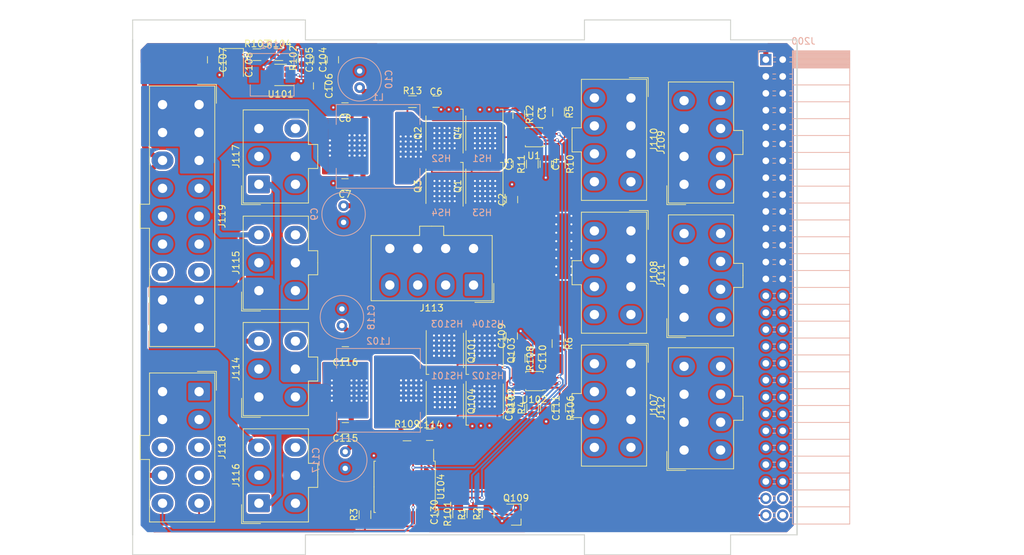
<source format=kicad_pcb>
(kicad_pcb (version 20171130) (host pcbnew 5.1.5+dfsg1-2build2)
  (title_block (title "CRPS to ATX") (date 2018-08-03) (rev 0000) (company "Artesyn Embedded Technologies"))
  (layers (0 F.Cu signal) (31 B.Cu signal) (34 B.Paste user) (35 F.Paste user) (36 B.SilkS user) (37 F.SilkS user) (38 B.Mask user) (39 F.Mask user hide) (44 Edge.Cuts user))
  (net 0 "")
  (net 1 Vmain)
  (net 2 GND)
  (net 3 5V)
  (net 4 3V3)
  (net 5 5Vsb)
  (net 6 Vstby)
  (net 7 /24pinATX/PWOK)
  (net 8 /24pinATX/PSON)
  (net 9 3V3-RS)
  (net 10 PWOK)
  (net 11 PSON)
  (net 12 "Net-(C106-Pad1)")
  (net 13 "Net-(C111-Pad1)")
  (net 14 "Net-(C113-Pad2)")
  (net 15 "Net-(C113-Pad1)")
  (net 16 "Net-(C114-Pad1)")
  (net 17 "Net-(R103-Pad2)")
  (net 18 "Net-(Q102-Pad4)")
  (net 19 "Net-(C106-Pad2)")
  (net 20 "Net-(J114-Pad6)")
  (net 21 "Net-(J115-Pad6)")
  (net 22 "Net-(J116-Pad6)")
  (net 23 "Net-(J117-Pad6)")
  (net 24 "Net-(J118-Pad3)")
  (net 25 "Net-(J118-Pad4)")
  (net 26 /24pinATX/-12V)
  (net 27 "Net-(J119-Pad7)")
  (net 28 "Net-(R102-Pad2)")
  (net 29 "Net-(Q101-Pad4)")
  (net 30 "Net-(U104-Pad13)")
  (net 31 "Net-(U104-Pad10)")
  (net 32 "Net-(U104-Pad1)")
  (net 33 "Net-(HS101-Pad1)")
  (net 34 "Net-(R2-Pad2)")
  (net 35 "Net-(C4-Pad1)")
  (net 36 "Net-(C5-Pad2)")
  (net 37 "Net-(C5-Pad1)")
  (net 38 "Net-(C6-Pad1)")
  (net 39 "Net-(HS1-Pad1)")
  (net 40 "Net-(Q1-Pad4)")
  (net 41 "Net-(Q2-Pad4)")
  (net 42 /5V/FB)
  (net 43 /sheet603813B5/FB)
  (net 44 "Net-(Q109-Pad1)")
  (net 45 SDA)
  (net 46 SCL)
  (net 47 /5V/EN)
  (module AEvan:0805_C (layer F.Cu) (at 118.067 68.186 270)
    (fp_text reference C106 (at 0 -1.5 90) (layer F.SilkS))
    (fp_text value 100nF)
    (pad 2 smd rect (at 0.905 0 270) (size 0.85 1.35) (layers F.Cu F.Paste F.Mask) (net 19 "Net-(C106-Pad2)"))
    (pad 1 smd rect (at -0.905 0 270) (size 0.85 1.35) (layers F.Cu F.Paste F.Mask) (net 12 "Net-(C106-Pad1)"))
  )
  (module ATXs:Molex_Mini-Fit_Jr_5566-06A_2x03_P4.20mm_Vertical (layer F.Cu) (at 109 99 90)
    (fp_text reference J115 (at 4.2 -3.45 90) (layer F.SilkS))
    (fp_text value Conn_02x03_Top_Bottom)
    (pad 6 thru_hole oval (at 8.4 5.5 90) (size 2.7 3.3) (drill 1.4) (layers *.Cu *.Mask) (net 21 "Net-(J115-Pad6)"))
    (pad 5 thru_hole oval (at 4.2 5.5 90) (size 2.7 3.3) (drill 1.4) (layers *.Cu *.Mask) (net 1 Vmain))
    (pad 4 thru_hole oval (at 0 5.5 90) (size 2.7 3.3) (drill 1.4) (layers *.Cu *.Mask) (net 2 GND))
    (pad 3 thru_hole oval (at 8.4 0 90) (size 2.7 3.3) (drill 1.4) (layers *.Cu *.Mask) (net 3 5V))
    (pad 2 thru_hole oval (at 4.2 0 90) (size 2.7 3.3) (drill 1.4) (layers *.Cu *.Mask) (net 2 GND))
    (pad 1 thru_hole roundrect (at 0 0 90) (size 2.7 3.3) (drill 1.4) (layers *.Cu *.Mask) (roundrect_rratio 0.09259299999999999) (net 4 3V3))
  )
  (module Inductor_SMD:L_12x12mm_H8mm (layer B.Cu) (at 127 114 180)
    (fp_text reference L102 (at 0 7.400001 180) (layer B.SilkS) (effects (justify mirror)))
    (fp_text value L)
    (pad 2 smd rect (at 4.95 0 180) (size 2.9 5.4) (layers B.Cu B.Paste B.Mask) (net 4 3V3))
    (pad 1 smd rect (at -4.95 0 180) (size 2.9 5.4) (layers B.Cu B.Paste B.Mask) (net 33 "Net-(HS101-Pad1)"))
  )
  (module Package_TO_SOT_SMD:TDSON-8-1 (layer F.Cu) (at 142.9886 108.0006 90)
    (fp_text reference Q103 (at 0 4 270) (layer F.SilkS))
    (fp_text value BSC026N08NS5ATMA1)
    (pad 5 smd rect (at 0.5 0) (size 4.5 4.29) (layers F.Cu F.Mask) (net 1 Vmain))
    (pad 5 smd rect (at 2.75 -1.91) (size 0.7 0.8) (layers F.Cu F.Paste F.Mask) (net 1 Vmain))
    (pad 5 smd rect (at 2.75 -0.64) (size 0.7 0.8) (layers F.Cu F.Paste F.Mask) (net 1 Vmain))
    (pad 5 smd rect (at 2.75 0.64) (size 0.7 0.8) (layers F.Cu F.Paste F.Mask) (net 1 Vmain))
    (pad 5 smd rect (at 2.75 1.91) (size 0.7 0.8) (layers F.Cu F.Paste F.Mask) (net 1 Vmain))
    (pad 4 smd rect (at -2.75 1.91) (size 0.7 0.8) (layers F.Cu F.Paste F.Mask) (net 29 "Net-(Q101-Pad4)"))
    (pad 3 smd rect (at -2.75 0.64) (size 0.7 0.8) (layers F.Cu F.Paste F.Mask) (net 33 "Net-(HS101-Pad1)"))
    (pad 2 smd rect (at -2.75 -0.64) (size 0.7 0.8) (layers F.Cu F.Paste F.Mask) (net 33 "Net-(HS101-Pad1)"))
    (pad 1 smd rect (at -2.75 -1.91) (size 0.7 0.8) (layers F.Cu F.Paste F.Mask) (net 33 "Net-(HS101-Pad1)"))
  )
  (module AEvan:5X6-HEATSINK (layer B.Cu) (at 142.9786 107.2756 180)
    (fp_text reference HS104 (at -0.5 3.25 180) (layer B.SilkS) (effects (justify mirror)))
    (fp_text value Heatsink_Pad)
    (pad 1 smd rect (at 0 0 180) (size 4.5 4.5) (layers B.Cu B.Paste B.Mask) (net 1 Vmain))
  )
  (module AEvan:5X6-HEATSINK (layer B.Cu) (at 136.8286 107.2756 180)
    (fp_text reference HS103 (at -0.5 3.25 180) (layer B.SilkS) (effects (justify mirror)))
    (fp_text value Heatsink_Pad)
    (pad 1 smd rect (at 0 0 180) (size 4.5 4.5) (layers B.Cu B.Paste B.Mask) (net 1 Vmain))
  )
  (module Package_TO_SOT_SMD:TDSON-8-1 (layer F.Cu) (at 136.9886 108.0006 90)
    (fp_text reference Q101 (at 0 4 270) (layer F.SilkS))
    (fp_text value BSC026N08NS5ATMA1)
    (pad 5 smd rect (at 0.5 0) (size 4.5 4.29) (layers F.Cu F.Mask) (net 1 Vmain))
    (pad 5 smd rect (at 2.75 -1.91) (size 0.7 0.8) (layers F.Cu F.Paste F.Mask) (net 1 Vmain))
    (pad 5 smd rect (at 2.75 -0.64) (size 0.7 0.8) (layers F.Cu F.Paste F.Mask) (net 1 Vmain))
    (pad 5 smd rect (at 2.75 0.64) (size 0.7 0.8) (layers F.Cu F.Paste F.Mask) (net 1 Vmain))
    (pad 5 smd rect (at 2.75 1.91) (size 0.7 0.8) (layers F.Cu F.Paste F.Mask) (net 1 Vmain))
    (pad 4 smd rect (at -2.75 1.91) (size 0.7 0.8) (layers F.Cu F.Paste F.Mask) (net 29 "Net-(Q101-Pad4)"))
    (pad 3 smd rect (at -2.75 0.64) (size 0.7 0.8) (layers F.Cu F.Paste F.Mask) (net 33 "Net-(HS101-Pad1)"))
    (pad 2 smd rect (at -2.75 -0.64) (size 0.7 0.8) (layers F.Cu F.Paste F.Mask) (net 33 "Net-(HS101-Pad1)"))
    (pad 1 smd rect (at -2.75 -1.91) (size 0.7 0.8) (layers F.Cu F.Paste F.Mask) (net 33 "Net-(HS101-Pad1)"))
  )
  (module AEvan:0805_R (layer F.Cu) (at 150.21 116.666 90)
    (fp_text reference R4 (at 0 -1.65 270) (layer F.SilkS))
    (fp_text value 5.01)
    (pad 2 smd rect (at 0.905 0 90) (size 0.85 1.35) (layers F.Cu F.Paste F.Mask) (net 33 "Net-(HS101-Pad1)"))
    (pad 1 smd rect (at -0.905 0 90) (size 0.85 1.35) (layers F.Cu F.Paste F.Mask) (net 15 "Net-(C113-Pad1)"))
  )
  (module AEvan:0805_R (layer F.Cu) (at 124.968 132.715 90)
    (fp_text reference R3 (at 0 -1.65 90) (layer F.SilkS))
    (fp_text value 10K)
    (pad 2 smd rect (at 0.905 0 90) (size 0.85 1.35) (layers F.Cu F.Paste F.Mask) (net 8 /24pinATX/PSON))
    (pad 1 smd rect (at -0.905 0 90) (size 0.85 1.35) (layers F.Cu F.Paste F.Mask) (net 5 5Vsb))
  )
  (module AEvan:0805_R (layer F.Cu) (at 143.51 132.588 90)
    (fp_text reference R2 (at 0 -1.65 90) (layer F.SilkS))
    (fp_text value 10K)
    (pad 2 smd rect (at 0.905 0 90) (size 0.85 1.35) (layers F.Cu F.Paste F.Mask) (net 34 "Net-(R2-Pad2)"))
    (pad 1 smd rect (at -0.905 0 90) (size 0.85 1.35) (layers F.Cu F.Paste F.Mask) (net 5 5Vsb))
  )
  (module AEvan:0805_R (layer F.Cu) (at 141.224 132.588 90)
    (fp_text reference R1 (at 0 -1.65 90) (layer F.SilkS))
    (fp_text value 10K)
    (pad 2 smd rect (at 0.905 0 90) (size 0.85 1.35) (layers F.Cu F.Paste F.Mask) (net 47 /5V/EN))
    (pad 1 smd rect (at -0.905 0 90) (size 0.85 1.35) (layers F.Cu F.Paste F.Mask) (net 5 5Vsb))
  )
  (module AEvan:VSSOP-10_2.4x2.1mm_Pitch0.5mm (layer F.Cu) (at 150.464 112.856 180)
    (fp_text reference U102 (at 0 -2.54 180) (layer F.SilkS))
    (fp_text value TPS53015)
    (pad 8 smd rect (at 2.2 0.25 180) (size 1.45 0.3) (layers F.Cu F.Paste F.Mask) (net 33 "Net-(HS101-Pad1)"))
    (pad 7 smd rect (at 2.2 0.75 180) (size 1.45 0.3) (layers F.Cu F.Paste F.Mask) (net 18 "Net-(Q102-Pad4)"))
    (pad 6 smd rect (at 2.2 1.25 180) (size 1.45 0.3) (layers F.Cu F.Paste F.Mask) (net 2 GND))
    (pad 5 smd rect (at -2.2 1.25 180) (size 1.45 0.3) (layers F.Cu F.Paste F.Mask) (net 1 Vmain))
    (pad 4 smd rect (at -2.2 0.75 180) (size 1.45 0.3) (layers F.Cu F.Paste F.Mask) (net 47 /5V/EN))
    (pad 3 smd rect (at -2.2 0.25 180) (size 1.45 0.3) (layers F.Cu F.Paste F.Mask) (net 13 "Net-(C111-Pad1)"))
    (pad 2 smd rect (at -2.2 -0.25 180) (size 1.45 0.3) (layers F.Cu F.Paste F.Mask) (net 7 /24pinATX/PWOK))
    (pad 1 smd rect (at -2.2 -0.75 180) (size 1.45 0.3) (layers F.Cu F.Paste F.Mask) (net 42 /5V/FB))
    (pad 9 smd rect (at 2.2 -0.25 180) (size 1.45 0.3) (layers F.Cu F.Paste F.Mask) (net 29 "Net-(Q101-Pad4)"))
    (pad 10 smd rect (at 2.2 -0.75 180) (size 1.45 0.3) (layers F.Cu F.Paste F.Mask) (net 14 "Net-(C113-Pad2)"))
  )
  (module Package_SO:SOIC-14W_7.5x9mm_P1.27mm (layer F.Cu) (at 130.937 128.524 270)
    (fp_text reference U104 (at 0 -5.45 270) (layer F.SilkS))
    (fp_text value 7402)
    (pad 14 smd roundrect (at 4.65 -3.81 270) (size 2.05 0.6) (layers F.Cu F.Paste F.Mask) (net 5 5Vsb))
    (pad 13 smd roundrect (at 4.65 -2.54 270) (size 2.05 0.6) (layers F.Cu F.Paste F.Mask) (net 30 "Net-(U104-Pad13)"))
    (pad 12 smd roundrect (at 4.65 -1.27 270) (size 2.05 0.6) (layers F.Cu F.Paste F.Mask) (net 7 /24pinATX/PWOK))
    (pad 11 smd roundrect (at 4.65 0 270) (size 2.05 0.6) (layers F.Cu F.Paste F.Mask) (net 31 "Net-(U104-Pad10)"))
    (pad 10 smd roundrect (at 4.65 1.27 270) (size 2.05 0.6) (layers F.Cu F.Paste F.Mask) (net 31 "Net-(U104-Pad10)"))
    (pad 9 smd roundrect (at 4.65 2.54 270) (size 2.05 0.6) (layers F.Cu F.Paste F.Mask) (net 30 "Net-(U104-Pad13)"))
    (pad 8 smd roundrect (at 4.65 3.81 270) (size 2.05 0.6) (layers F.Cu F.Paste F.Mask) (net 8 /24pinATX/PSON))
    (pad 7 smd roundrect (at -4.65 3.81 270) (size 2.05 0.6) (layers F.Cu F.Paste F.Mask) (net 2 GND))
    (pad 6 smd roundrect (at -4.65 2.54 270) (size 2.05 0.6) (layers F.Cu F.Paste F.Mask) (net 8 /24pinATX/PSON))
    (pad 5 smd roundrect (at -4.65 1.27 270) (size 2.05 0.6) (layers F.Cu F.Paste F.Mask) (net 32 "Net-(U104-Pad1)"))
    (pad 4 smd roundrect (at -4.65 0 270) (size 2.05 0.6) (layers F.Cu F.Paste F.Mask) (net 44 "Net-(Q109-Pad1)"))
    (pad 3 smd roundrect (at -4.65 -1.27 270) (size 2.05 0.6) (layers F.Cu F.Paste F.Mask) (net 7 /24pinATX/PWOK))
    (pad 2 smd roundrect (at -4.65 -2.54 270) (size 2.05 0.6) (layers F.Cu F.Paste F.Mask) (net 30 "Net-(U104-Pad13)"))
    (pad 1 smd roundrect (at -4.65 -3.81 270) (size 2.05 0.6) (layers F.Cu F.Paste F.Mask) (net 32 "Net-(U104-Pad1)"))
  )
  (module Package_TO_SOT_SMD:SOT-23-6_Handsoldering (layer F.Cu) (at 112.268 66.532 180)
    (fp_text reference U101 (at 0 -2.9) (layer F.SilkS))
    (fp_text value TPS56220X)
    (pad 5 smd rect (at 1.35 0 180) (size 1.56 0.65) (layers F.Cu F.Paste F.Mask) (net 28 "Net-(R102-Pad2)"))
    (pad 6 smd rect (at 1.35 -0.95 180) (size 1.56 0.65) (layers F.Cu F.Paste F.Mask) (net 19 "Net-(C106-Pad2)"))
    (pad 4 smd rect (at 1.35 0.95 180) (size 1.56 0.65) (layers F.Cu F.Paste F.Mask) (net 17 "Net-(R103-Pad2)"))
    (pad 3 smd rect (at -1.35 0.95 180) (size 1.56 0.65) (layers F.Cu F.Paste F.Mask) (net 6 Vstby))
    (pad 2 smd rect (at -1.35 0 180) (size 1.56 0.65) (layers F.Cu F.Paste F.Mask) (net 12 "Net-(C106-Pad1)"))
    (pad 1 smd rect (at -1.35 -0.95 180) (size 1.56 0.65) (layers F.Cu F.Paste F.Mask) (net 2 GND))
  )
  (module Package_TO_SOT_SMD:TDSON-8-1 (layer F.Cu) (at 136.9886 115.645 90)
    (fp_text reference Q104 (at 0 4 270) (layer F.SilkS))
    (fp_text value BSC026N08NS5ATMA1)
    (pad 5 smd rect (at 0.5 0) (size 4.5 4.29) (layers F.Cu F.Mask) (net 33 "Net-(HS101-Pad1)"))
    (pad 5 smd rect (at 2.75 -1.91) (size 0.7 0.8) (layers F.Cu F.Paste F.Mask) (net 33 "Net-(HS101-Pad1)"))
    (pad 5 smd rect (at 2.75 -0.64) (size 0.7 0.8) (layers F.Cu F.Paste F.Mask) (net 33 "Net-(HS101-Pad1)"))
    (pad 5 smd rect (at 2.75 0.64) (size 0.7 0.8) (layers F.Cu F.Paste F.Mask) (net 33 "Net-(HS101-Pad1)"))
    (pad 5 smd rect (at 2.75 1.91) (size 0.7 0.8) (layers F.Cu F.Paste F.Mask) (net 33 "Net-(HS101-Pad1)"))
    (pad 4 smd rect (at -2.75 1.91) (size 0.7 0.8) (layers F.Cu F.Paste F.Mask) (net 18 "Net-(Q102-Pad4)"))
    (pad 3 smd rect (at -2.75 0.64) (size 0.7 0.8) (layers F.Cu F.Paste F.Mask) (net 2 GND))
    (pad 2 smd rect (at -2.75 -0.64) (size 0.7 0.8) (layers F.Cu F.Paste F.Mask) (net 2 GND))
    (pad 1 smd rect (at -2.75 -1.91) (size 0.7 0.8) (layers F.Cu F.Paste F.Mask) (net 2 GND))
  )
  (module Package_TO_SOT_SMD:TDSON-8-1 (layer F.Cu) (at 142.9886 115.645 90)
    (fp_text reference Q102 (at 0.000001 4 270) (layer F.SilkS))
    (fp_text value BSC026N08NS5ATMA1)
    (pad 5 smd rect (at 0.5 0) (size 4.5 4.29) (layers F.Cu F.Mask) (net 33 "Net-(HS101-Pad1)"))
    (pad 5 smd rect (at 2.75 -1.91) (size 0.7 0.8) (layers F.Cu F.Paste F.Mask) (net 33 "Net-(HS101-Pad1)"))
    (pad 5 smd rect (at 2.75 -0.64) (size 0.7 0.8) (layers F.Cu F.Paste F.Mask) (net 33 "Net-(HS101-Pad1)"))
    (pad 5 smd rect (at 2.75 0.64) (size 0.7 0.8) (layers F.Cu F.Paste F.Mask) (net 33 "Net-(HS101-Pad1)"))
    (pad 5 smd rect (at 2.75 1.91) (size 0.7 0.8) (layers F.Cu F.Paste F.Mask) (net 33 "Net-(HS101-Pad1)"))
    (pad 4 smd rect (at -2.75 1.91) (size 0.7 0.8) (layers F.Cu F.Paste F.Mask) (net 18 "Net-(Q102-Pad4)"))
    (pad 3 smd rect (at -2.75 0.64) (size 0.7 0.8) (layers F.Cu F.Paste F.Mask) (net 2 GND))
    (pad 2 smd rect (at -2.75 -0.64) (size 0.7 0.8) (layers F.Cu F.Paste F.Mask) (net 2 GND))
    (pad 1 smd rect (at -2.75 -1.91) (size 0.7 0.8) (layers F.Cu F.Paste F.Mask) (net 2 GND))
  )
  (module Capacitor_THT:C_Radial_D6.3mm_H7.0mm_P2.50mm (layer B.Cu) (at 121.5 104.25 90)
    (fp_text reference C118 (at 1.250001 4.4 270) (layer B.SilkS) (effects (justify mirror)))
    (fp_text value 330uF)
    (pad 2 thru_hole circle (at 2.5 0 90) (size 1.6 1.6) (drill 0.8) (layers *.Cu *.Mask) (net 2 GND))
    (pad 1 thru_hole circle (at 0 0 90) (size 1.6 1.6) (drill 0.8) (layers *.Cu *.Mask) (net 4 3V3))
  )
  (module Capacitor_THT:C_Radial_D6.3mm_H7.0mm_P2.50mm (layer B.Cu) (at 122 123.25 270)
    (fp_text reference C117 (at 1.25 4.4 270) (layer B.SilkS) (effects (justify mirror)))
    (fp_text value 330uF)
    (pad 2 thru_hole circle (at 2.5 0 270) (size 1.6 1.6) (drill 0.8) (layers *.Cu *.Mask) (net 2 GND))
    (pad 1 thru_hole circle (at 0 0 270) (size 1.6 1.6) (drill 0.8) (layers *.Cu *.Mask) (net 4 3V3))
  )
  (module AEvan:0805_R (layer F.Cu) (at 131.2948 120.7186)
    (fp_text reference R109 (at 0 -1.65 180) (layer F.SilkS))
    (fp_text value 5.01)
    (pad 2 smd rect (at 0.905 0) (size 0.85 1.35) (layers F.Cu F.Paste F.Mask) (net 16 "Net-(C114-Pad1)"))
    (pad 1 smd rect (at -0.905 0) (size 0.85 1.35) (layers F.Cu F.Paste F.Mask) (net 33 "Net-(HS101-Pad1)"))
  )
  (module AEvan:0805_R (layer F.Cu) (at 148.178 109.189 270)
    (fp_text reference R108 (at 0 -1.65 270) (layer F.SilkS))
    (fp_text value 6.8K)
    (pad 2 smd rect (at 0.905 0 270) (size 0.85 1.35) (layers F.Cu F.Paste F.Mask) (net 2 GND))
    (pad 1 smd rect (at -0.905 0 270) (size 0.85 1.35) (layers F.Cu F.Paste F.Mask) (net 18 "Net-(Q102-Pad4)"))
  )
  (module AEvan:0805_R (layer F.Cu) (at 154.274 116.666 270)
    (fp_text reference R106 (at 0 -1.65 270) (layer F.SilkS))
    (fp_text value 10K)
    (pad 2 smd rect (at 0.905 0 270) (size 0.85 1.35) (layers F.Cu F.Paste F.Mask) (net 2 GND))
    (pad 1 smd rect (at -0.905 0 270) (size 0.85 1.35) (layers F.Cu F.Paste F.Mask) (net 42 /5V/FB))
  )
  (module AEvan:0805_R (layer F.Cu) (at 112.014 63.484)
    (fp_text reference R104 (at 0 -1.65) (layer F.SilkS))
    (fp_text value 10K)
    (pad 2 smd rect (at 0.905 0) (size 0.85 1.35) (layers F.Cu F.Paste F.Mask) (net 2 GND))
    (pad 1 smd rect (at -0.905 0) (size 0.85 1.35) (layers F.Cu F.Paste F.Mask) (net 17 "Net-(R103-Pad2)"))
  )
  (module AEvan:0805_R (layer F.Cu) (at 108.712 63.484)
    (fp_text reference R103 (at 0 -1.65) (layer F.SilkS))
    (fp_text value 54.9K)
    (pad 2 smd rect (at 0.905 0) (size 0.85 1.35) (layers F.Cu F.Paste F.Mask) (net 17 "Net-(R103-Pad2)"))
    (pad 1 smd rect (at -0.905 0) (size 0.85 1.35) (layers F.Cu F.Paste F.Mask) (net 5 5Vsb))
  )
  (module AEvan:0805_R (layer F.Cu) (at 115.824 63.992 90)
    (fp_text reference R102 (at 0 -1.65 90) (layer F.SilkS))
    (fp_text value 10K)
    (pad 2 smd rect (at 0.905 0 90) (size 0.85 1.35) (layers F.Cu F.Paste F.Mask) (net 28 "Net-(R102-Pad2)"))
    (pad 1 smd rect (at -0.905 0 90) (size 0.85 1.35) (layers F.Cu F.Paste F.Mask) (net 6 Vstby))
  )
  (module AEvan:0805_R (layer F.Cu) (at 139.065 132.588 90)
    (fp_text reference R101 (at 0 -1.65 90) (layer F.SilkS))
    (fp_text value 10K)
    (pad 2 smd rect (at 0.905 0 90) (size 0.85 1.35) (layers F.Cu F.Paste F.Mask) (net 10 PWOK))
    (pad 1 smd rect (at -0.905 0 90) (size 0.85 1.35) (layers F.Cu F.Paste F.Mask) (net 5 5Vsb))
  )
  (module Inductor_SMD:L_6.3x6.3_H3 (layer B.Cu) (at 111 66.508 180)
    (fp_text reference L101 (at 0 4.45) (layer B.SilkS) (effects (justify mirror)))
    (fp_text value 4.7uH)
    (pad 2 smd rect (at 2.75 0 180) (size 1.5 2.4) (layers B.Cu B.Paste B.Mask) (net 5 5Vsb))
    (pad 1 smd rect (at -2.75 0 180) (size 1.5 2.4) (layers B.Cu B.Paste B.Mask) (net 12 "Net-(C106-Pad1)"))
  )
  (module AEvan:5X6-HEATSINK (layer B.Cu) (at 142.9786 115.07 180)
    (fp_text reference HS102 (at -0.5 3.25 180) (layer B.SilkS) (effects (justify mirror)))
    (fp_text value Heatsink_Pad)
    (pad 1 smd rect (at 0 0 180) (size 4.5 4.5) (layers B.Cu B.Paste B.Mask) (net 33 "Net-(HS101-Pad1)"))
  )
  (module AEvan:5X6-HEATSINK (layer B.Cu) (at 136.8286 115.07 180)
    (fp_text reference HS101 (at -0.5 3.25 180) (layer B.SilkS) (effects (justify mirror)))
    (fp_text value Heatsink_Pad)
    (pad 1 smd rect (at 0 0 180) (size 4.5 4.5) (layers B.Cu B.Paste B.Mask) (net 33 "Net-(HS101-Pad1)"))
  )
  (module AEvan:0805_C (layer F.Cu) (at 136.906 132.334 90)
    (fp_text reference C130 (at 0 -1.5 90) (layer F.SilkS))
    (fp_text value 0.1uF)
    (pad 2 smd rect (at 0.905 0 90) (size 0.85 1.35) (layers F.Cu F.Paste F.Mask) (net 2 GND))
    (pad 1 smd rect (at -0.905 0 90) (size 0.85 1.35) (layers F.Cu F.Paste F.Mask) (net 5 5Vsb))
  )
  (module AEvan:0805_C (layer F.Cu) (at 122.016 108.284 180)
    (fp_text reference C116 (at 0 -1.5 180) (layer F.SilkS))
    (fp_text value 4.7uF)
    (pad 2 smd rect (at 0.905 0 180) (size 0.85 1.35) (layers F.Cu F.Paste F.Mask) (net 2 GND))
    (pad 1 smd rect (at -0.905 0 180) (size 0.85 1.35) (layers F.Cu F.Paste F.Mask) (net 4 3V3))
  )
  (module AEvan:0805_C (layer F.Cu) (at 122.016 119.714 180)
    (fp_text reference C115 (at 0 -1.5 180) (layer F.SilkS))
    (fp_text value 4.7uF)
    (pad 2 smd rect (at 0.905 0 180) (size 0.85 1.35) (layers F.Cu F.Paste F.Mask) (net 2 GND))
    (pad 1 smd rect (at -0.905 0 180) (size 0.85 1.35) (layers F.Cu F.Paste F.Mask) (net 4 3V3))
  )
  (module AEvan:0805_C (layer F.Cu) (at 134.6984 120.6932)
    (fp_text reference C114 (at 0 -1.5 180) (layer F.SilkS))
    (fp_text value 680pF)
    (pad 2 smd rect (at 0.905 0) (size 0.85 1.35) (layers F.Cu F.Paste F.Mask) (net 2 GND))
    (pad 1 smd rect (at -0.905 0) (size 0.85 1.35) (layers F.Cu F.Paste F.Mask) (net 16 "Net-(C114-Pad1)"))
  )
  (module AEvan:0805_C (layer F.Cu) (at 148.1604 116.7148 90)
    (fp_text reference C113 (at 0 -1.5 270) (layer F.SilkS))
    (fp_text value 100nF)
    (pad 2 smd rect (at 0.905 0 90) (size 0.85 1.35) (layers F.Cu F.Paste F.Mask) (net 14 "Net-(C113-Pad2)"))
    (pad 1 smd rect (at -0.905 0 90) (size 0.85 1.35) (layers F.Cu F.Paste F.Mask) (net 15 "Net-(C113-Pad1)"))
  )
  (module AEvan:0805_C (layer F.Cu) (at 152.242 116.666 270)
    (fp_text reference C111 (at 0 -1.5 270) (layer F.SilkS))
    (fp_text value 4.7uF)
    (pad 2 smd rect (at 0.905 0 270) (size 0.85 1.35) (layers F.Cu F.Paste F.Mask) (net 2 GND))
    (pad 1 smd rect (at -0.905 0 270) (size 0.85 1.35) (layers F.Cu F.Paste F.Mask) (net 13 "Net-(C111-Pad1)"))
  )
  (module AEvan:0805_C (layer F.Cu) (at 150.21 109.046 270)
    (fp_text reference C110 (at 0 -1.5 270) (layer F.SilkS))
    (fp_text value 100nF)
    (pad 2 smd rect (at 0.905 0 270) (size 0.85 1.35) (layers F.Cu F.Paste F.Mask) (net 2 GND))
    (pad 1 smd rect (at -0.905 0 270) (size 0.85 1.35) (layers F.Cu F.Paste F.Mask) (net 1 Vmain))
  )
  (module AEvan:0805_C (layer F.Cu) (at 147.0604 105.8164 90)
    (fp_text reference C109 (at 0 -1.5 270) (layer F.SilkS))
    (fp_text value 4.7uF)
    (pad 2 smd rect (at 0.905 0 90) (size 0.85 1.35) (layers F.Cu F.Paste F.Mask) (net 2 GND))
    (pad 1 smd rect (at -0.905 0 90) (size 0.85 1.35) (layers F.Cu F.Paste F.Mask) (net 1 Vmain))
  )
  (module Capacitor_Tantalum_SMD:CP_EIA-3528-15_AVX-H (layer F.Cu) (at 105.156 65.008 270)
    (fp_text reference C108 (at 0 -2.35 90) (layer F.SilkS))
    (fp_text value 47uF)
    (pad 2 smd roundrect (at 1.5375 0 270) (size 1.325 2.35) (layers F.Cu F.Paste F.Mask) (roundrect_rratio 0.188679) (net 2 GND))
    (pad 1 smd roundrect (at -1.5375 0 270) (size 1.325 2.35) (layers F.Cu F.Paste F.Mask) (roundrect_rratio 0.188679) (net 5 5Vsb))
  )
  (module AEvan:0805_C (layer F.Cu) (at 102.108 64.246 270)
    (fp_text reference C107 (at 0 -1.5 90) (layer F.SilkS))
    (fp_text value 4.7uF)
    (pad 2 smd rect (at 0.905 0 270) (size 0.85 1.35) (layers F.Cu F.Paste F.Mask) (net 2 GND))
    (pad 1 smd rect (at -0.905 0 270) (size 0.85 1.35) (layers F.Cu F.Paste F.Mask) (net 5 5Vsb))
  )
  (module AEvan:0805_C (layer F.Cu) (at 118.11 64.246 90)
    (fp_text reference C105 (at 0 -1.5 90) (layer F.SilkS))
    (fp_text value 100nF)
    (pad 2 smd rect (at 0.905 0 90) (size 0.85 1.35) (layers F.Cu F.Paste F.Mask) (net 2 GND))
    (pad 1 smd rect (at -0.905 0 90) (size 0.85 1.35) (layers F.Cu F.Paste F.Mask) (net 6 Vstby))
  )
  (module AEvan:0805_C (layer F.Cu) (at 120.142 64.246 90)
    (fp_text reference C104 (at 0 -1.5 90) (layer F.SilkS))
    (fp_text value 4.7uF)
    (pad 2 smd rect (at 0.905 0 90) (size 0.85 1.35) (layers F.Cu F.Paste F.Mask) (net 2 GND))
    (pad 1 smd rect (at -0.905 0 90) (size 0.85 1.35) (layers F.Cu F.Paste F.Mask) (net 6 Vstby))
  )
  (module AEvan:0805_C (layer F.Cu) (at 147.103 85.289 90)
    (fp_text reference C2 (at 0 -1.5 270) (layer F.SilkS))
    (fp_text value 4.7uF)
    (pad 2 smd rect (at 0.905 0 90) (size 0.85 1.35) (layers F.Cu F.Paste F.Mask) (net 2 GND))
    (pad 1 smd rect (at -0.905 0 90) (size 0.85 1.35) (layers F.Cu F.Paste F.Mask) (net 1 Vmain))
  )
  (module AEvan:0805_C (layer F.Cu) (at 150.151 72.335 270)
    (fp_text reference C3 (at 0 -1.5 270) (layer F.SilkS))
    (fp_text value 100nF)
    (pad 1 smd rect (at -0.905 0 270) (size 0.85 1.35) (layers F.Cu F.Paste F.Mask) (net 1 Vmain))
    (pad 2 smd rect (at 0.905 0 270) (size 0.85 1.35) (layers F.Cu F.Paste F.Mask) (net 2 GND))
  )
  (module AEvan:0805_C (layer F.Cu) (at 152.183 79.955 270)
    (fp_text reference C4 (at 0 -1.5 270) (layer F.SilkS))
    (fp_text value 4.7uF)
    (pad 2 smd rect (at 0.905 0 270) (size 0.85 1.35) (layers F.Cu F.Paste F.Mask) (net 2 GND))
    (pad 1 smd rect (at -0.905 0 270) (size 0.85 1.35) (layers F.Cu F.Paste F.Mask) (net 35 "Net-(C4-Pad1)"))
  )
  (module AEvan:0805_C (layer F.Cu) (at 148.119 79.955 90)
    (fp_text reference C5 (at 0 -1.5 270) (layer F.SilkS))
    (fp_text value 100nF)
    (pad 2 smd rect (at 0.905 0 90) (size 0.85 1.35) (layers F.Cu F.Paste F.Mask) (net 36 "Net-(C5-Pad2)"))
    (pad 1 smd rect (at -0.905 0 90) (size 0.85 1.35) (layers F.Cu F.Paste F.Mask) (net 37 "Net-(C5-Pad1)"))
  )
  (module AEvan:0805_C (layer F.Cu) (at 135.673 70.557)
    (fp_text reference C6 (at 0 -1.5 180) (layer F.SilkS))
    (fp_text value 680pF)
    (pad 1 smd rect (at -0.905 0) (size 0.85 1.35) (layers F.Cu F.Paste F.Mask) (net 38 "Net-(C6-Pad1)"))
    (pad 2 smd rect (at 0.905 0) (size 0.85 1.35) (layers F.Cu F.Paste F.Mask) (net 2 GND))
  )
  (module AEvan:0805_C (layer F.Cu) (at 121.957 83.003 180)
    (fp_text reference C7 (at 0 -1.5 180) (layer F.SilkS))
    (fp_text value 4.7uF)
    (pad 2 smd rect (at 0.905 0 180) (size 0.85 1.35) (layers F.Cu F.Paste F.Mask) (net 2 GND))
    (pad 1 smd rect (at -0.905 0 180) (size 0.85 1.35) (layers F.Cu F.Paste F.Mask) (net 3 5V))
  )
  (module AEvan:0805_C (layer F.Cu) (at 121.957 71.573 180)
    (fp_text reference C8 (at 0 -1.5 180) (layer F.SilkS))
    (fp_text value 4.7uF)
    (pad 1 smd rect (at -0.905 0 180) (size 0.85 1.35) (layers F.Cu F.Paste F.Mask) (net 3 5V))
    (pad 2 smd rect (at 0.905 0 180) (size 0.85 1.35) (layers F.Cu F.Paste F.Mask) (net 2 GND))
  )
  (module Capacitor_THT:C_Radial_D6.3mm_H7.0mm_P2.50mm (layer B.Cu) (at 121.75 86.22 270)
    (fp_text reference C9 (at 1.25 4.4 270) (layer B.SilkS) (effects (justify mirror)))
    (fp_text value 330uF)
    (pad 1 thru_hole circle (at 0 0 270) (size 1.6 1.6) (drill 0.8) (layers *.Cu *.Mask) (net 3 5V))
    (pad 2 thru_hole circle (at 2.5 0 270) (size 1.6 1.6) (drill 0.8) (layers *.Cu *.Mask) (net 2 GND))
  )
  (module Capacitor_THT:C_Radial_D6.3mm_H7.0mm_P2.50mm (layer B.Cu) (at 124.163 68.44 90)
    (fp_text reference C10 (at 1.250001 4.4 270) (layer B.SilkS) (effects (justify mirror)))
    (fp_text value 330uF)
    (pad 2 thru_hole circle (at 2.5 0 90) (size 1.6 1.6) (drill 0.8) (layers *.Cu *.Mask) (net 2 GND))
    (pad 1 thru_hole circle (at 0 0 90) (size 1.6 1.6) (drill 0.8) (layers *.Cu *.Mask) (net 3 5V))
  )
  (module AEvan:5X6-HEATSINK (layer B.Cu) (at 143.101 75.864)
    (fp_text reference HS1 (at -0.5 3.25 180) (layer B.SilkS) (effects (justify mirror)))
    (fp_text value Heatsink_Pad)
    (pad 1 smd rect (at 0 0) (size 4.5 4.5) (layers B.Cu B.Paste B.Mask) (net 39 "Net-(HS1-Pad1)"))
  )
  (module AEvan:5X6-HEATSINK (layer B.Cu) (at 136.951 75.864)
    (fp_text reference HS2 (at -0.5 3.25 180) (layer B.SilkS) (effects (justify mirror)))
    (fp_text value Heatsink_Pad)
    (pad 1 smd rect (at 0 0) (size 4.5 4.5) (layers B.Cu B.Paste B.Mask) (net 39 "Net-(HS1-Pad1)"))
  )
  (module AEvan:5X6-HEATSINK (layer B.Cu) (at 143.101 84.014)
    (fp_text reference HS3 (at -0.5 3.25 180) (layer B.SilkS) (effects (justify mirror)))
    (fp_text value Heatsink_Pad)
    (pad 1 smd rect (at 0 0) (size 4.5 4.5) (layers B.Cu B.Paste B.Mask) (net 1 Vmain))
  )
  (module AEvan:5X6-HEATSINK (layer B.Cu) (at 136.951 84.014)
    (fp_text reference HS4 (at -0.5 3.25 180) (layer B.SilkS) (effects (justify mirror)))
    (fp_text value Heatsink_Pad)
    (pad 1 smd rect (at 0 0) (size 4.5 4.5) (layers B.Cu B.Paste B.Mask) (net 1 Vmain))
  )
  (module Inductor_SMD:L_12x12mm_H8mm (layer B.Cu) (at 126.941 77.289 180)
    (fp_text reference L1 (at 0 7.400001 180) (layer B.SilkS) (effects (justify mirror)))
    (fp_text value L)
    (pad 1 smd rect (at -4.95 0 180) (size 2.9 5.4) (layers B.Cu B.Paste B.Mask) (net 39 "Net-(HS1-Pad1)"))
    (pad 2 smd rect (at 4.95 0 180) (size 2.9 5.4) (layers B.Cu B.Paste B.Mask) (net 3 5V))
  )
  (module Package_TO_SOT_SMD:TDSON-8-1 (layer F.Cu) (at 142.941 83.289 270)
    (fp_text reference Q1 (at 0 4 270) (layer F.SilkS))
    (fp_text value BSC026N08NS5ATMA1)
    (pad 1 smd rect (at -2.75 -1.91 180) (size 0.7 0.8) (layers F.Cu F.Paste F.Mask) (net 39 "Net-(HS1-Pad1)"))
    (pad 2 smd rect (at -2.75 -0.64 180) (size 0.7 0.8) (layers F.Cu F.Paste F.Mask) (net 39 "Net-(HS1-Pad1)"))
    (pad 3 smd rect (at -2.75 0.64 180) (size 0.7 0.8) (layers F.Cu F.Paste F.Mask) (net 39 "Net-(HS1-Pad1)"))
    (pad 4 smd rect (at -2.75 1.91 180) (size 0.7 0.8) (layers F.Cu F.Paste F.Mask) (net 40 "Net-(Q1-Pad4)"))
    (pad 5 smd rect (at 2.75 1.91 180) (size 0.7 0.8) (layers F.Cu F.Paste F.Mask) (net 1 Vmain))
    (pad 5 smd rect (at 2.75 0.64 180) (size 0.7 0.8) (layers F.Cu F.Paste F.Mask) (net 1 Vmain))
    (pad 5 smd rect (at 2.75 -0.64 180) (size 0.7 0.8) (layers F.Cu F.Paste F.Mask) (net 1 Vmain))
    (pad 5 smd rect (at 2.75 -1.91 180) (size 0.7 0.8) (layers F.Cu F.Paste F.Mask) (net 1 Vmain))
    (pad 5 smd rect (at 0.5 0 180) (size 4.5 4.29) (layers F.Cu F.Mask) (net 1 Vmain))
  )
  (module Package_TO_SOT_SMD:TDSON-8-1 (layer F.Cu) (at 136.941 75.289 270)
    (fp_text reference Q2 (at 0.000001 4 270) (layer F.SilkS))
    (fp_text value BSC026N08NS5ATMA1)
    (pad 5 smd rect (at 0.5 0 180) (size 4.5 4.29) (layers F.Cu F.Mask) (net 39 "Net-(HS1-Pad1)"))
    (pad 5 smd rect (at 2.75 -1.91 180) (size 0.7 0.8) (layers F.Cu F.Paste F.Mask) (net 39 "Net-(HS1-Pad1)"))
    (pad 5 smd rect (at 2.75 -0.64 180) (size 0.7 0.8) (layers F.Cu F.Paste F.Mask) (net 39 "Net-(HS1-Pad1)"))
    (pad 5 smd rect (at 2.75 0.64 180) (size 0.7 0.8) (layers F.Cu F.Paste F.Mask) (net 39 "Net-(HS1-Pad1)"))
    (pad 5 smd rect (at 2.75 1.91 180) (size 0.7 0.8) (layers F.Cu F.Paste F.Mask) (net 39 "Net-(HS1-Pad1)"))
    (pad 4 smd rect (at -2.75 1.91 180) (size 0.7 0.8) (layers F.Cu F.Paste F.Mask) (net 41 "Net-(Q2-Pad4)"))
    (pad 3 smd rect (at -2.75 0.64 180) (size 0.7 0.8) (layers F.Cu F.Paste F.Mask) (net 2 GND))
    (pad 2 smd rect (at -2.75 -0.64 180) (size 0.7 0.8) (layers F.Cu F.Paste F.Mask) (net 2 GND))
    (pad 1 smd rect (at -2.75 -1.91 180) (size 0.7 0.8) (layers F.Cu F.Paste F.Mask) (net 2 GND))
  )
  (module Package_TO_SOT_SMD:TDSON-8-1 (layer F.Cu) (at 136.941 83.289 270)
    (fp_text reference Q3 (at 0 4 270) (layer F.SilkS))
    (fp_text value BSC026N08NS5ATMA1)
    (pad 1 smd rect (at -2.75 -1.91 180) (size 0.7 0.8) (layers F.Cu F.Paste F.Mask) (net 39 "Net-(HS1-Pad1)"))
    (pad 2 smd rect (at -2.75 -0.64 180) (size 0.7 0.8) (layers F.Cu F.Paste F.Mask) (net 39 "Net-(HS1-Pad1)"))
    (pad 3 smd rect (at -2.75 0.64 180) (size 0.7 0.8) (layers F.Cu F.Paste F.Mask) (net 39 "Net-(HS1-Pad1)"))
    (pad 4 smd rect (at -2.75 1.91 180) (size 0.7 0.8) (layers F.Cu F.Paste F.Mask) (net 40 "Net-(Q1-Pad4)"))
    (pad 5 smd rect (at 2.75 1.91 180) (size 0.7 0.8) (layers F.Cu F.Paste F.Mask) (net 1 Vmain))
    (pad 5 smd rect (at 2.75 0.64 180) (size 0.7 0.8) (layers F.Cu F.Paste F.Mask) (net 1 Vmain))
    (pad 5 smd rect (at 2.75 -0.64 180) (size 0.7 0.8) (layers F.Cu F.Paste F.Mask) (net 1 Vmain))
    (pad 5 smd rect (at 2.75 -1.91 180) (size 0.7 0.8) (layers F.Cu F.Paste F.Mask) (net 1 Vmain))
    (pad 5 smd rect (at 0.5 0 180) (size 4.5 4.29) (layers F.Cu F.Mask) (net 1 Vmain))
  )
  (module Package_TO_SOT_SMD:TDSON-8-1 (layer F.Cu) (at 142.941 75.289 270)
    (fp_text reference Q4 (at 0 4 270) (layer F.SilkS))
    (fp_text value BSC026N08NS5ATMA1)
    (pad 5 smd rect (at 0.5 0 180) (size 4.5 4.29) (layers F.Cu F.Mask) (net 39 "Net-(HS1-Pad1)"))
    (pad 5 smd rect (at 2.75 -1.91 180) (size 0.7 0.8) (layers F.Cu F.Paste F.Mask) (net 39 "Net-(HS1-Pad1)"))
    (pad 5 smd rect (at 2.75 -0.64 180) (size 0.7 0.8) (layers F.Cu F.Paste F.Mask) (net 39 "Net-(HS1-Pad1)"))
    (pad 5 smd rect (at 2.75 0.64 180) (size 0.7 0.8) (layers F.Cu F.Paste F.Mask) (net 39 "Net-(HS1-Pad1)"))
    (pad 5 smd rect (at 2.75 1.91 180) (size 0.7 0.8) (layers F.Cu F.Paste F.Mask) (net 39 "Net-(HS1-Pad1)"))
    (pad 4 smd rect (at -2.75 1.91 180) (size 0.7 0.8) (layers F.Cu F.Paste F.Mask) (net 41 "Net-(Q2-Pad4)"))
    (pad 3 smd rect (at -2.75 0.64 180) (size 0.7 0.8) (layers F.Cu F.Paste F.Mask) (net 2 GND))
    (pad 2 smd rect (at -2.75 -0.64 180) (size 0.7 0.8) (layers F.Cu F.Paste F.Mask) (net 2 GND))
    (pad 1 smd rect (at -2.75 -1.91 180) (size 0.7 0.8) (layers F.Cu F.Paste F.Mask) (net 2 GND))
  )
  (module AEvan:0805_R (layer F.Cu) (at 154.104 72.1284 270)
    (fp_text reference R5 (at 0 -1.65 90) (layer F.SilkS))
    (fp_text value 54.68K)
    (pad 1 smd rect (at -0.905 0 270) (size 0.85 1.35) (layers F.Cu F.Paste F.Mask) (net 3 5V))
    (pad 2 smd rect (at 0.905 0 270) (size 0.85 1.35) (layers F.Cu F.Paste F.Mask) (net 43 /sheet603813B5/FB))
  )
  (module AEvan:0805_R (layer F.Cu) (at 154.02 106.9594 270)
    (fp_text reference R6 (at 0 -1.65 90) (layer F.SilkS))
    (fp_text value 32.7k)
    (pad 2 smd rect (at 0.905 0 270) (size 0.85 1.35) (layers F.Cu F.Paste F.Mask) (net 42 /5V/FB))
    (pad 1 smd rect (at -0.905 0 270) (size 0.85 1.35) (layers F.Cu F.Paste F.Mask) (net 4 3V3))
  )
  (module AEvan:0805_R (layer F.Cu) (at 154.215 79.955 270)
    (fp_text reference R10 (at 0 -1.65 270) (layer F.SilkS))
    (fp_text value 10K)
    (pad 2 smd rect (at 0.905 0 270) (size 0.85 1.35) (layers F.Cu F.Paste F.Mask) (net 2 GND))
    (pad 1 smd rect (at -0.905 0 270) (size 0.85 1.35) (layers F.Cu F.Paste F.Mask) (net 43 /sheet603813B5/FB))
  )
  (module AEvan:0805_R (layer F.Cu) (at 150.151 79.955 90)
    (fp_text reference R11 (at 0 -1.65 270) (layer F.SilkS))
    (fp_text value 5.01)
    (pad 1 smd rect (at -0.905 0 90) (size 0.85 1.35) (layers F.Cu F.Paste F.Mask) (net 37 "Net-(C5-Pad1)"))
    (pad 2 smd rect (at 0.905 0 90) (size 0.85 1.35) (layers F.Cu F.Paste F.Mask) (net 39 "Net-(HS1-Pad1)"))
  )
  (module AEvan:0805_R (layer F.Cu) (at 148.119 72.478 270)
    (fp_text reference R12 (at 0 -1.65 270) (layer F.SilkS))
    (fp_text value 6.8K)
    (pad 1 smd rect (at -0.905 0 270) (size 0.85 1.35) (layers F.Cu F.Paste F.Mask) (net 41 "Net-(Q2-Pad4)"))
    (pad 2 smd rect (at 0.905 0 270) (size 0.85 1.35) (layers F.Cu F.Paste F.Mask) (net 2 GND))
  )
  (module AEvan:0805_R (layer F.Cu) (at 132.117 70.557)
    (fp_text reference R13 (at 0 -1.65 180) (layer F.SilkS))
    (fp_text value 5.01)
    (pad 2 smd rect (at 0.905 0) (size 0.85 1.35) (layers F.Cu F.Paste F.Mask) (net 38 "Net-(C6-Pad1)"))
    (pad 1 smd rect (at -0.905 0) (size 0.85 1.35) (layers F.Cu F.Paste F.Mask) (net 39 "Net-(HS1-Pad1)"))
  )
  (module AEvan:VSSOP-10_2.4x2.1mm_Pitch0.5mm (layer F.Cu) (at 150.405 76.145 180)
    (fp_text reference U1 (at 0 -2.54 180) (layer F.SilkS))
    (fp_text value TPS53015)
    (pad 10 smd rect (at 2.2 -0.75 180) (size 1.45 0.3) (layers F.Cu F.Paste F.Mask) (net 36 "Net-(C5-Pad2)"))
    (pad 9 smd rect (at 2.2 -0.25 180) (size 1.45 0.3) (layers F.Cu F.Paste F.Mask) (net 40 "Net-(Q1-Pad4)"))
    (pad 1 smd rect (at -2.2 -0.75 180) (size 1.45 0.3) (layers F.Cu F.Paste F.Mask) (net 43 /sheet603813B5/FB))
    (pad 2 smd rect (at -2.2 -0.25 180) (size 1.45 0.3) (layers F.Cu F.Paste F.Mask) (net 47 /5V/EN))
    (pad 3 smd rect (at -2.2 0.25 180) (size 1.45 0.3) (layers F.Cu F.Paste F.Mask) (net 35 "Net-(C4-Pad1)"))
    (pad 4 smd rect (at -2.2 0.75 180) (size 1.45 0.3) (layers F.Cu F.Paste F.Mask) (net 10 PWOK))
    (pad 5 smd rect (at -2.2 1.25 180) (size 1.45 0.3) (layers F.Cu F.Paste F.Mask) (net 1 Vmain))
    (pad 6 smd rect (at 2.2 1.25 180) (size 1.45 0.3) (layers F.Cu F.Paste F.Mask) (net 2 GND))
    (pad 7 smd rect (at 2.2 0.75 180) (size 1.45 0.3) (layers F.Cu F.Paste F.Mask) (net 41 "Net-(Q2-Pad4)"))
    (pad 8 smd rect (at 2.2 0.25 180) (size 1.45 0.3) (layers F.Cu F.Paste F.Mask) (net 39 "Net-(HS1-Pad1)"))
  )
  (module Package_TO_SOT_SMD:SOT-23 (layer F.Cu) (at 147.701 132.715)
    (fp_text reference Q109 (at 0 -2.5) (layer F.SilkS))
    (fp_text value 2N7002E)
    (pad 1 smd rect (at -1 -0.95) (size 0.9 0.8) (layers F.Cu F.Paste F.Mask) (net 44 "Net-(Q109-Pad1)"))
    (pad 2 smd rect (at -1 0.95) (size 0.9 0.8) (layers F.Cu F.Paste F.Mask) (net 2 GND))
    (pad 3 smd rect (at 1 0) (size 0.9 0.8) (layers F.Cu F.Paste F.Mask) (net 11 PSON))
  )
  (module ATXs:Molex_Mini-Fit_Jr_5566-08A_2x04_P4.20mm_Vertical (layer F.Cu) (at 165 110 270)
    (fp_text reference J107 (at 6.3 -3.45 90) (layer F.SilkS))
    (fp_text value Conn_02x04_Top_Bottom)
    (pad 8 thru_hole oval (at 12.6 5.5 270) (size 2.7 3.3) (drill 1.4) (layers *.Cu *.Mask) (net 2 GND))
    (pad 7 thru_hole oval (at 8.4 5.5 270) (size 2.7 3.3) (drill 1.4) (layers *.Cu *.Mask) (net 2 GND))
    (pad 6 thru_hole oval (at 4.2 5.5 270) (size 2.7 3.3) (drill 1.4) (layers *.Cu *.Mask) (net 2 GND))
    (pad 5 thru_hole oval (at 0 5.5 270) (size 2.7 3.3) (drill 1.4) (layers *.Cu *.Mask) (net 2 GND))
    (pad 4 thru_hole oval (at 12.6 0 270) (size 2.7 3.3) (drill 1.4) (layers *.Cu *.Mask) (net 2 GND))
    (pad 3 thru_hole oval (at 8.4 0 270) (size 2.7 3.3) (drill 1.4) (layers *.Cu *.Mask) (net 1 Vmain))
    (pad 2 thru_hole oval (at 4.2 0 270) (size 2.7 3.3) (drill 1.4) (layers *.Cu *.Mask) (net 1 Vmain))
    (pad 1 thru_hole roundrect (at 0 0 270) (size 2.7 3.3) (drill 1.4) (layers *.Cu *.Mask) (roundrect_rratio 0.09259299999999999) (net 1 Vmain))
  )
  (module ATXs:Molex_Mini-Fit_Jr_5566-06A_2x03_P4.20mm_Vertical (layer F.Cu) (at 109 115 90)
    (fp_text reference J114 (at 4.2 -3.45 90) (layer F.SilkS))
    (fp_text value Conn_02x03_Top_Bottom)
    (pad 6 thru_hole oval (at 8.4 5.5 90) (size 2.7 3.3) (drill 1.4) (layers *.Cu *.Mask) (net 20 "Net-(J114-Pad6)"))
    (pad 5 thru_hole oval (at 4.2 5.5 90) (size 2.7 3.3) (drill 1.4) (layers *.Cu *.Mask) (net 1 Vmain))
    (pad 4 thru_hole oval (at 0 5.5 90) (size 2.7 3.3) (drill 1.4) (layers *.Cu *.Mask) (net 2 GND))
    (pad 3 thru_hole oval (at 8.4 0 90) (size 2.7 3.3) (drill 1.4) (layers *.Cu *.Mask) (net 3 5V))
    (pad 2 thru_hole oval (at 4.2 0 90) (size 2.7 3.3) (drill 1.4) (layers *.Cu *.Mask) (net 2 GND))
    (pad 1 thru_hole roundrect (at 0 0 90) (size 2.7 3.3) (drill 1.4) (layers *.Cu *.Mask) (roundrect_rratio 0.09259299999999999) (net 4 3V3))
  )
  (module ATXs:Molex_Mini-Fit_Jr_5566-10A_2x05_P4.20mm_Vertical (layer F.Cu) (at 100 114.2 270)
    (fp_text reference J118 (at 8.4 -3.45 90) (layer F.SilkS))
    (fp_text value Conn_02x05_Top_Bottom)
    (pad 10 thru_hole oval (at 16.8 5.5 270) (size 2.7 3.3) (drill 1.4) (layers *.Cu *.Mask) (net 7 /24pinATX/PWOK))
    (pad 9 thru_hole oval (at 12.6 5.5 270) (size 2.7 3.3) (drill 1.4) (layers *.Cu *.Mask) (net 5 5Vsb))
    (pad 8 thru_hole oval (at 8.4 5.5 270) (size 2.7 3.3) (drill 1.4) (layers *.Cu *.Mask) (net 26 /24pinATX/-12V))
    (pad 7 thru_hole oval (at 4.2 5.5 270) (size 2.7 3.3) (drill 1.4) (layers *.Cu *.Mask) (net 1 Vmain))
    (pad 6 thru_hole oval (at 0 5.5 270) (size 2.7 3.3) (drill 1.4) (layers *.Cu *.Mask) (net 1 Vmain))
    (pad 5 thru_hole oval (at 16.8 0 270) (size 2.7 3.3) (drill 1.4) (layers *.Cu *.Mask) (net 8 /24pinATX/PSON))
    (pad 4 thru_hole oval (at 12.6 0 270) (size 2.7 3.3) (drill 1.4) (layers *.Cu *.Mask) (net 25 "Net-(J118-Pad4)"))
    (pad 3 thru_hole oval (at 8.4 0 270) (size 2.7 3.3) (drill 1.4) (layers *.Cu *.Mask) (net 24 "Net-(J118-Pad3)"))
    (pad 2 thru_hole oval (at 4.2 0 270) (size 2.7 3.3) (drill 1.4) (layers *.Cu *.Mask) (net 2 GND))
    (pad 1 thru_hole roundrect (at 0 0 270) (size 2.7 3.3) (drill 1.4) (layers *.Cu *.Mask) (roundrect_rratio 0.09259299999999999) (net 2 GND))
  )
  (module ATXs:Molex_Mini-Fit_Jr_5566-18A_2x09_P4.20mm_Vertical (layer F.Cu) (at 100 71 270)
    (fp_text reference J119 (at 16.8 -3.45 90) (layer F.SilkS))
    (fp_text value Conn_02x09_Top_Bottom)
    (pad 18 thru_hole oval (at 33.6 5.5 270) (size 2.7 3.3) (drill 1.4) (layers *.Cu *.Mask) (net 4 3V3))
    (pad 17 thru_hole oval (at 29.4 5.5 270) (size 2.7 3.3) (drill 1.4) (layers *.Cu *.Mask) (net 4 3V3))
    (pad 16 thru_hole oval (at 25.2 5.5 270) (size 2.7 3.3) (drill 1.4) (layers *.Cu *.Mask) (net 9 3V3-RS))
    (pad 15 thru_hole oval (at 21 5.5 270) (size 2.7 3.3) (drill 1.4) (layers *.Cu *.Mask) (net 2 GND))
    (pad 14 thru_hole oval (at 16.8 5.5 270) (size 2.7 3.3) (drill 1.4) (layers *.Cu *.Mask) (net 2 GND))
    (pad 13 thru_hole oval (at 12.6 5.5 270) (size 2.7 3.3) (drill 1.4) (layers *.Cu *.Mask) (net 2 GND))
    (pad 12 thru_hole oval (at 8.4 5.5 270) (size 2.7 3.3) (drill 1.4) (layers *.Cu *.Mask) (net 5 5Vsb))
    (pad 11 thru_hole oval (at 4.2 5.5 270) (size 2.7 3.3) (drill 1.4) (layers *.Cu *.Mask) (net 3 5V))
    (pad 10 thru_hole oval (at 0 5.5 270) (size 2.7 3.3) (drill 1.4) (layers *.Cu *.Mask) (net 3 5V))
    (pad 9 thru_hole oval (at 33.6 0 270) (size 2.7 3.3) (drill 1.4) (layers *.Cu *.Mask) (net 4 3V3))
    (pad 8 thru_hole oval (at 29.4 0 270) (size 2.7 3.3) (drill 1.4) (layers *.Cu *.Mask) (net 4 3V3))
    (pad 7 thru_hole oval (at 25.2 0 270) (size 2.7 3.3) (drill 1.4) (layers *.Cu *.Mask) (net 27 "Net-(J119-Pad7)"))
    (pad 6 thru_hole oval (at 21 0 270) (size 2.7 3.3) (drill 1.4) (layers *.Cu *.Mask) (net 2 GND))
    (pad 5 thru_hole oval (at 16.8 0 270) (size 2.7 3.3) (drill 1.4) (layers *.Cu *.Mask) (net 2 GND))
    (pad 4 thru_hole oval (at 12.6 0 270) (size 2.7 3.3) (drill 1.4) (layers *.Cu *.Mask) (net 2 GND))
    (pad 3 thru_hole oval (at 8.4 0 270) (size 2.7 3.3) (drill 1.4) (layers *.Cu *.Mask) (net 3 5V))
    (pad 2 thru_hole oval (at 4.2 0 270) (size 2.7 3.3) (drill 1.4) (layers *.Cu *.Mask) (net 3 5V))
    (pad 1 thru_hole roundrect (at 0 0 270) (size 2.7 3.3) (drill 1.4) (layers *.Cu *.Mask) (roundrect_rratio 0.09259299999999999) (net 3 5V))
  )
  (module ATXs:Molex_Mini-Fit_Jr_5566-08A_2x04_P4.20mm_Vertical (layer F.Cu) (at 165 90 270)
    (fp_text reference J108 (at 6.3 -3.45 90) (layer F.SilkS))
    (fp_text value Conn_02x04_Top_Bottom)
    (pad 1 thru_hole roundrect (at 0 0 270) (size 2.7 3.3) (drill 1.4) (layers *.Cu *.Mask) (roundrect_rratio 0.09259299999999999) (net 1 Vmain))
    (pad 2 thru_hole oval (at 4.2 0 270) (size 2.7 3.3) (drill 1.4) (layers *.Cu *.Mask) (net 1 Vmain))
    (pad 3 thru_hole oval (at 8.4 0 270) (size 2.7 3.3) (drill 1.4) (layers *.Cu *.Mask) (net 1 Vmain))
    (pad 4 thru_hole oval (at 12.6 0 270) (size 2.7 3.3) (drill 1.4) (layers *.Cu *.Mask) (net 2 GND))
    (pad 5 thru_hole oval (at 0 5.5 270) (size 2.7 3.3) (drill 1.4) (layers *.Cu *.Mask) (net 2 GND))
    (pad 6 thru_hole oval (at 4.2 5.5 270) (size 2.7 3.3) (drill 1.4) (layers *.Cu *.Mask) (net 2 GND))
    (pad 7 thru_hole oval (at 8.4 5.5 270) (size 2.7 3.3) (drill 1.4) (layers *.Cu *.Mask) (net 2 GND))
    (pad 8 thru_hole oval (at 12.6 5.5 270) (size 2.7 3.3) (drill 1.4) (layers *.Cu *.Mask) (net 2 GND))
  )
  (module ATXs:Molex_Mini-Fit_Jr_5566-08A_2x04_P4.20mm_Vertical (layer F.Cu) (at 173 83 90)
    (fp_text reference J109 (at 6.3 -3.45 90) (layer F.SilkS))
    (fp_text value Conn_02x04_Top_Bottom)
    (pad 8 thru_hole oval (at 12.6 5.5 90) (size 2.7 3.3) (drill 1.4) (layers *.Cu *.Mask) (net 2 GND))
    (pad 7 thru_hole oval (at 8.4 5.5 90) (size 2.7 3.3) (drill 1.4) (layers *.Cu *.Mask) (net 2 GND))
    (pad 6 thru_hole oval (at 4.2 5.5 90) (size 2.7 3.3) (drill 1.4) (layers *.Cu *.Mask) (net 2 GND))
    (pad 5 thru_hole oval (at 0 5.5 90) (size 2.7 3.3) (drill 1.4) (layers *.Cu *.Mask) (net 2 GND))
    (pad 4 thru_hole oval (at 12.6 0 90) (size 2.7 3.3) (drill 1.4) (layers *.Cu *.Mask) (net 2 GND))
    (pad 3 thru_hole oval (at 8.4 0 90) (size 2.7 3.3) (drill 1.4) (layers *.Cu *.Mask) (net 1 Vmain))
    (pad 2 thru_hole oval (at 4.2 0 90) (size 2.7 3.3) (drill 1.4) (layers *.Cu *.Mask) (net 1 Vmain))
    (pad 1 thru_hole roundrect (at 0 0 90) (size 2.7 3.3) (drill 1.4) (layers *.Cu *.Mask) (roundrect_rratio 0.09259299999999999) (net 1 Vmain))
  )
  (module ATXs:Molex_Mini-Fit_Jr_5566-08A_2x04_P4.20mm_Vertical (layer F.Cu) (at 165 70 270)
    (fp_text reference J110 (at 6.3 -3.45 90) (layer F.SilkS))
    (fp_text value Conn_02x04_Top_Bottom)
    (pad 1 thru_hole roundrect (at 0 0 270) (size 2.7 3.3) (drill 1.4) (layers *.Cu *.Mask) (roundrect_rratio 0.09259299999999999) (net 1 Vmain))
    (pad 2 thru_hole oval (at 4.2 0 270) (size 2.7 3.3) (drill 1.4) (layers *.Cu *.Mask) (net 1 Vmain))
    (pad 3 thru_hole oval (at 8.4 0 270) (size 2.7 3.3) (drill 1.4) (layers *.Cu *.Mask) (net 1 Vmain))
    (pad 4 thru_hole oval (at 12.6 0 270) (size 2.7 3.3) (drill 1.4) (layers *.Cu *.Mask) (net 2 GND))
    (pad 5 thru_hole oval (at 0 5.5 270) (size 2.7 3.3) (drill 1.4) (layers *.Cu *.Mask) (net 2 GND))
    (pad 6 thru_hole oval (at 4.2 5.5 270) (size 2.7 3.3) (drill 1.4) (layers *.Cu *.Mask) (net 2 GND))
    (pad 7 thru_hole oval (at 8.4 5.5 270) (size 2.7 3.3) (drill 1.4) (layers *.Cu *.Mask) (net 2 GND))
    (pad 8 thru_hole oval (at 12.6 5.5 270) (size 2.7 3.3) (drill 1.4) (layers *.Cu *.Mask) (net 2 GND))
  )
  (module ATXs:Molex_Mini-Fit_Jr_5566-08A_2x04_P4.20mm_Vertical (layer F.Cu) (at 173 103 90)
    (fp_text reference J111 (at 6.3 -3.45 90) (layer F.SilkS))
    (fp_text value Conn_02x04_Top_Bottom)
    (pad 8 thru_hole oval (at 12.6 5.5 90) (size 2.7 3.3) (drill 1.4) (layers *.Cu *.Mask) (net 2 GND))
    (pad 7 thru_hole oval (at 8.4 5.5 90) (size 2.7 3.3) (drill 1.4) (layers *.Cu *.Mask) (net 2 GND))
    (pad 6 thru_hole oval (at 4.2 5.5 90) (size 2.7 3.3) (drill 1.4) (layers *.Cu *.Mask) (net 2 GND))
    (pad 5 thru_hole oval (at 0 5.5 90) (size 2.7 3.3) (drill 1.4) (layers *.Cu *.Mask) (net 2 GND))
    (pad 4 thru_hole oval (at 12.6 0 90) (size 2.7 3.3) (drill 1.4) (layers *.Cu *.Mask) (net 2 GND))
    (pad 3 thru_hole oval (at 8.4 0 90) (size 2.7 3.3) (drill 1.4) (layers *.Cu *.Mask) (net 1 Vmain))
    (pad 2 thru_hole oval (at 4.2 0 90) (size 2.7 3.3) (drill 1.4) (layers *.Cu *.Mask) (net 1 Vmain))
    (pad 1 thru_hole roundrect (at 0 0 90) (size 2.7 3.3) (drill 1.4) (layers *.Cu *.Mask) (roundrect_rratio 0.09259299999999999) (net 1 Vmain))
  )
  (module ATXs:Molex_Mini-Fit_Jr_5566-08A_2x04_P4.20mm_Vertical (layer F.Cu) (at 173 123 90)
    (fp_text reference J112 (at 6.3 -3.45 90) (layer F.SilkS))
    (fp_text value Conn_02x04_Top_Bottom)
    (pad 1 thru_hole roundrect (at 0 0 90) (size 2.7 3.3) (drill 1.4) (layers *.Cu *.Mask) (roundrect_rratio 0.09259299999999999) (net 1 Vmain))
    (pad 2 thru_hole oval (at 4.2 0 90) (size 2.7 3.3) (drill 1.4) (layers *.Cu *.Mask) (net 1 Vmain))
    (pad 3 thru_hole oval (at 8.4 0 90) (size 2.7 3.3) (drill 1.4) (layers *.Cu *.Mask) (net 1 Vmain))
    (pad 4 thru_hole oval (at 12.6 0 90) (size 2.7 3.3) (drill 1.4) (layers *.Cu *.Mask) (net 2 GND))
    (pad 5 thru_hole oval (at 0 5.5 90) (size 2.7 3.3) (drill 1.4) (layers *.Cu *.Mask) (net 2 GND))
    (pad 6 thru_hole oval (at 4.2 5.5 90) (size 2.7 3.3) (drill 1.4) (layers *.Cu *.Mask) (net 2 GND))
    (pad 7 thru_hole oval (at 8.4 5.5 90) (size 2.7 3.3) (drill 1.4) (layers *.Cu *.Mask) (net 2 GND))
    (pad 8 thru_hole oval (at 12.6 5.5 90) (size 2.7 3.3) (drill 1.4) (layers *.Cu *.Mask) (net 2 GND))
  )
  (module ATXs:Molex_Mini-Fit_Jr_5566-08A_2x04_P4.20mm_Vertical (layer F.Cu) (at 141.308 98.158 180)
    (fp_text reference J113 (at 6.3 -3.45) (layer F.SilkS))
    (fp_text value Conn_02x04_Top_Bottom)
    (pad 8 thru_hole oval (at 12.6 5.5 180) (size 2.7 3.3) (drill 1.4) (layers *.Cu *.Mask) (net 1 Vmain))
    (pad 7 thru_hole oval (at 8.4 5.5 180) (size 2.7 3.3) (drill 1.4) (layers *.Cu *.Mask) (net 1 Vmain))
    (pad 6 thru_hole oval (at 4.2 5.5 180) (size 2.7 3.3) (drill 1.4) (layers *.Cu *.Mask) (net 1 Vmain))
    (pad 5 thru_hole oval (at 0 5.5 180) (size 2.7 3.3) (drill 1.4) (layers *.Cu *.Mask) (net 1 Vmain))
    (pad 4 thru_hole oval (at 12.6 0 180) (size 2.7 3.3) (drill 1.4) (layers *.Cu *.Mask) (net 2 GND))
    (pad 3 thru_hole oval (at 8.4 0 180) (size 2.7 3.3) (drill 1.4) (layers *.Cu *.Mask) (net 2 GND))
    (pad 2 thru_hole oval (at 4.2 0 180) (size 2.7 3.3) (drill 1.4) (layers *.Cu *.Mask) (net 2 GND))
    (pad 1 thru_hole roundrect (at 0 0 180) (size 2.7 3.3) (drill 1.4) (layers *.Cu *.Mask) (roundrect_rratio 0.09259299999999999) (net 2 GND))
  )
  (module ATXs:Molex_Mini-Fit_Jr_5566-06A_2x03_P4.20mm_Vertical (layer F.Cu) (at 109 131 90)
    (fp_text reference J116 (at 4.2 -3.45 90) (layer F.SilkS))
    (fp_text value Conn_02x03_Top_Bottom)
    (pad 6 thru_hole oval (at 8.4 5.5 90) (size 2.7 3.3) (drill 1.4) (layers *.Cu *.Mask) (net 22 "Net-(J116-Pad6)"))
    (pad 5 thru_hole oval (at 4.2 5.5 90) (size 2.7 3.3) (drill 1.4) (layers *.Cu *.Mask) (net 1 Vmain))
    (pad 4 thru_hole oval (at 0 5.5 90) (size 2.7 3.3) (drill 1.4) (layers *.Cu *.Mask) (net 2 GND))
    (pad 3 thru_hole oval (at 8.4 0 90) (size 2.7 3.3) (drill 1.4) (layers *.Cu *.Mask) (net 3 5V))
    (pad 2 thru_hole oval (at 4.2 0 90) (size 2.7 3.3) (drill 1.4) (layers *.Cu *.Mask) (net 2 GND))
    (pad 1 thru_hole roundrect (at 0 0 90) (size 2.7 3.3) (drill 1.4) (layers *.Cu *.Mask) (roundrect_rratio 0.09259299999999999) (net 4 3V3))
  )
  (module ATXs:Molex_Mini-Fit_Jr_5566-06A_2x03_P4.20mm_Vertical (layer F.Cu) (at 109 83 90)
    (fp_text reference J117 (at 4.2 -3.45 90) (layer F.SilkS))
    (fp_text value Conn_02x03_Top_Bottom)
    (pad 1 thru_hole roundrect (at 0 0 90) (size 2.7 3.3) (drill 1.4) (layers *.Cu *.Mask) (roundrect_rratio 0.09259299999999999) (net 4 3V3))
    (pad 2 thru_hole oval (at 4.2 0 90) (size 2.7 3.3) (drill 1.4) (layers *.Cu *.Mask) (net 2 GND))
    (pad 3 thru_hole oval (at 8.4 0 90) (size 2.7 3.3) (drill 1.4) (layers *.Cu *.Mask) (net 3 5V))
    (pad 4 thru_hole oval (at 0 5.5 90) (size 2.7 3.3) (drill 1.4) (layers *.Cu *.Mask) (net 2 GND))
    (pad 5 thru_hole oval (at 4.2 5.5 90) (size 2.7 3.3) (drill 1.4) (layers *.Cu *.Mask) (net 1 Vmain))
    (pad 6 thru_hole oval (at 8.4 5.5 90) (size 2.7 3.3) (drill 1.4) (layers *.Cu *.Mask) (net 23 "Net-(J117-Pad6)"))
  )
  (module Connector_PinSocket_2.54mm:PinSocket_2x28_P2.54mm_Horizontal (layer B.Cu) (at 185.3028 64.221 180)
    (fp_text reference J200 (at -5.65 2.77) (layer B.SilkS) (effects (justify mirror)))
    (fp_text value Conn_02x28_Odd_Even)
    (pad 1 thru_hole rect (at 0 0 180) (size 1.7 1.7) (drill 1) (layers *.Cu *.Mask) (net 6 Vstby))
    (pad 2 thru_hole oval (at -2.54 0 180) (size 1.7 1.7) (drill 1) (layers *.Cu *.Mask) (net 1 Vmain))
    (pad 3 thru_hole oval (at 0 -2.54 180) (size 1.7 1.7) (drill 1) (layers *.Cu *.Mask) (net 1 Vmain))
    (pad 4 thru_hole oval (at -2.54 -2.54 180) (size 1.7 1.7) (drill 1) (layers *.Cu *.Mask) (net 1 Vmain))
    (pad 5 thru_hole oval (at 0 -5.08 180) (size 1.7 1.7) (drill 1) (layers *.Cu *.Mask) (net 1 Vmain))
    (pad 6 thru_hole oval (at -2.54 -5.08 180) (size 1.7 1.7) (drill 1) (layers *.Cu *.Mask) (net 1 Vmain))
    (pad 7 thru_hole oval (at 0 -7.62 180) (size 1.7 1.7) (drill 1) (layers *.Cu *.Mask) (net 1 Vmain))
    (pad 8 thru_hole oval (at -2.54 -7.62 180) (size 1.7 1.7) (drill 1) (layers *.Cu *.Mask) (net 1 Vmain))
    (pad 9 thru_hole oval (at 0 -10.16 180) (size 1.7 1.7) (drill 1) (layers *.Cu *.Mask) (net 1 Vmain))
    (pad 10 thru_hole oval (at -2.54 -10.16 180) (size 1.7 1.7) (drill 1) (layers *.Cu *.Mask) (net 1 Vmain))
    (pad 11 thru_hole oval (at 0 -12.7 180) (size 1.7 1.7) (drill 1) (layers *.Cu *.Mask) (net 1 Vmain))
    (pad 12 thru_hole oval (at -2.54 -12.7 180) (size 1.7 1.7) (drill 1) (layers *.Cu *.Mask) (net 1 Vmain))
    (pad 13 thru_hole oval (at 0 -15.24 180) (size 1.7 1.7) (drill 1) (layers *.Cu *.Mask) (net 1 Vmain))
    (pad 14 thru_hole oval (at -2.54 -15.24 180) (size 1.7 1.7) (drill 1) (layers *.Cu *.Mask) (net 1 Vmain))
    (pad 15 thru_hole oval (at 0 -17.78 180) (size 1.7 1.7) (drill 1) (layers *.Cu *.Mask) (net 1 Vmain))
    (pad 16 thru_hole oval (at -2.54 -17.78 180) (size 1.7 1.7) (drill 1) (layers *.Cu *.Mask) (net 1 Vmain))
    (pad 17 thru_hole oval (at 0 -20.32 180) (size 1.7 1.7) (drill 1) (layers *.Cu *.Mask) (net 1 Vmain))
    (pad 18 thru_hole oval (at -2.54 -20.32 180) (size 1.7 1.7) (drill 1) (layers *.Cu *.Mask) (net 1 Vmain))
    (pad 19 thru_hole oval (at 0 -22.86 180) (size 1.7 1.7) (drill 1) (layers *.Cu *.Mask) (net 1 Vmain))
    (pad 20 thru_hole oval (at -2.54 -22.86 180) (size 1.7 1.7) (drill 1) (layers *.Cu *.Mask) (net 1 Vmain))
    (pad 21 thru_hole oval (at 0 -25.4 180) (size 1.7 1.7) (drill 1) (layers *.Cu *.Mask) (net 1 Vmain))
    (pad 22 thru_hole oval (at -2.54 -25.4 180) (size 1.7 1.7) (drill 1) (layers *.Cu *.Mask) (net 1 Vmain))
    (pad 23 thru_hole oval (at 0 -27.94 180) (size 1.7 1.7) (drill 1) (layers *.Cu *.Mask) (net 1 Vmain))
    (pad 24 thru_hole oval (at -2.54 -27.94 180) (size 1.7 1.7) (drill 1) (layers *.Cu *.Mask) (net 1 Vmain))
    (pad 25 thru_hole oval (at 0 -30.48 180) (size 1.7 1.7) (drill 1) (layers *.Cu *.Mask) (net 1 Vmain))
    (pad 26 thru_hole oval (at -2.54 -30.48 180) (size 1.7 1.7) (drill 1) (layers *.Cu *.Mask) (net 1 Vmain))
    (pad 27 thru_hole oval (at 0 -33.02 180) (size 1.7 1.7) (drill 1) (layers *.Cu *.Mask) (net 1 Vmain))
    (pad 28 thru_hole oval (at -2.54 -33.02 180) (size 1.7 1.7) (drill 1) (layers *.Cu *.Mask) (net 1 Vmain))
    (pad 29 thru_hole oval (at 0 -35.56 180) (size 1.7 1.7) (drill 1) (layers *.Cu *.Mask) (net 2 GND))
    (pad 30 thru_hole oval (at -2.54 -35.56 180) (size 1.7 1.7) (drill 1) (layers *.Cu *.Mask) (net 2 GND))
    (pad 31 thru_hole oval (at 0 -38.1 180) (size 1.7 1.7) (drill 1) (layers *.Cu *.Mask) (net 2 GND))
    (pad 32 thru_hole oval (at -2.54 -38.1 180) (size 1.7 1.7) (drill 1) (layers *.Cu *.Mask) (net 2 GND))
    (pad 33 thru_hole oval (at 0 -40.64 180) (size 1.7 1.7) (drill 1) (layers *.Cu *.Mask) (net 2 GND))
    (pad 34 thru_hole oval (at -2.54 -40.64 180) (size 1.7 1.7) (drill 1) (layers *.Cu *.Mask) (net 2 GND))
    (pad 35 thru_hole oval (at 0 -43.18 180) (size 1.7 1.7) (drill 1) (layers *.Cu *.Mask) (net 2 GND))
    (pad 36 thru_hole oval (at -2.54 -43.18 180) (size 1.7 1.7) (drill 1) (layers *.Cu *.Mask) (net 2 GND))
    (pad 37 thru_hole oval (at 0 -45.72 180) (size 1.7 1.7) (drill 1) (layers *.Cu *.Mask) (net 2 GND))
    (pad 38 thru_hole oval (at -2.54 -45.72 180) (size 1.7 1.7) (drill 1) (layers *.Cu *.Mask) (net 2 GND))
    (pad 39 thru_hole oval (at 0 -48.26 180) (size 1.7 1.7) (drill 1) (layers *.Cu *.Mask) (net 2 GND))
    (pad 40 thru_hole oval (at -2.54 -48.26 180) (size 1.7 1.7) (drill 1) (layers *.Cu *.Mask) (net 2 GND))
    (pad 41 thru_hole oval (at 0 -50.8 180) (size 1.7 1.7) (drill 1) (layers *.Cu *.Mask) (net 2 GND))
    (pad 42 thru_hole oval (at -2.54 -50.8 180) (size 1.7 1.7) (drill 1) (layers *.Cu *.Mask) (net 2 GND))
    (pad 43 thru_hole oval (at 0 -53.34 180) (size 1.7 1.7) (drill 1) (layers *.Cu *.Mask) (net 2 GND))
    (pad 44 thru_hole oval (at -2.54 -53.34 180) (size 1.7 1.7) (drill 1) (layers *.Cu *.Mask) (net 2 GND))
    (pad 45 thru_hole oval (at 0 -55.88 180) (size 1.7 1.7) (drill 1) (layers *.Cu *.Mask) (net 2 GND))
    (pad 46 thru_hole oval (at -2.54 -55.88 180) (size 1.7 1.7) (drill 1) (layers *.Cu *.Mask) (net 2 GND))
    (pad 47 thru_hole oval (at 0 -58.42 180) (size 1.7 1.7) (drill 1) (layers *.Cu *.Mask) (net 2 GND))
    (pad 48 thru_hole oval (at -2.54 -58.42 180) (size 1.7 1.7) (drill 1) (layers *.Cu *.Mask) (net 2 GND))
    (pad 49 thru_hole oval (at 0 -60.96 180) (size 1.7 1.7) (drill 1) (layers *.Cu *.Mask) (net 2 GND))
    (pad 50 thru_hole oval (at -2.54 -60.96 180) (size 1.7 1.7) (drill 1) (layers *.Cu *.Mask) (net 2 GND))
    (pad 51 thru_hole oval (at 0 -63.5 180) (size 1.7 1.7) (drill 1) (layers *.Cu *.Mask) (net 2 GND))
    (pad 52 thru_hole oval (at -2.54 -63.5 180) (size 1.7 1.7) (drill 1) (layers *.Cu *.Mask) (net 2 GND))
    (pad 53 thru_hole oval (at 0 -66.04 180) (size 1.7 1.7) (drill 1) (layers *.Cu *.Mask) (net 11 PSON))
    (pad 54 thru_hole oval (at -2.54 -66.04 180) (size 1.7 1.7) (drill 1) (layers *.Cu *.Mask) (net 45 SDA))
    (pad 55 thru_hole oval (at 0 -68.58 180) (size 1.7 1.7) (drill 1) (layers *.Cu *.Mask) (net 10 PWOK))
    (pad 56 thru_hole oval (at -2.54 -68.58 180) (size 1.7 1.7) (drill 1) (layers *.Cu *.Mask) (net 46 SCL))
  )
  (gr_line (start 180 135.75) (end 190 135.75) (layer Edge.Cuts) (width 0.15))
  (gr_line (start 116 135.75) (end 158 135.75) (layer Edge.Cuts) (width 0.15))
  (gr_line (start 116 138.75) (end 116 135.75) (layer Edge.Cuts) (width 0.15))
  (gr_line (start 90 138.75) (end 116 138.75) (layer Edge.Cuts) (width 0.15))
  (gr_line (start 90 135.75) (end 90 138.75) (layer Edge.Cuts) (width 0.15))
  (gr_line (start 158 138.75) (end 158 135.75) (layer Edge.Cuts) (width 0.15))
  (gr_line (start 180 138.75) (end 158 138.75) (layer Edge.Cuts) (width 0.15))
  (gr_line (start 180 135.75) (end 180 138.75) (layer Edge.Cuts) (width 0.15))
  (gr_line (start 180 61.25) (end 190 61.25) (layer Edge.Cuts) (width 0.15))
  (gr_line (start 116 61.25) (end 158 61.25) (layer Edge.Cuts) (width 0.15))
  (gr_line (start 116 58.25) (end 116 61.25) (layer Edge.Cuts) (width 0.15))
  (gr_line (start 90 58.25) (end 116 58.25) (layer Edge.Cuts) (width 0.15))
  (gr_line (start 90 61.25) (end 90 58.25) (layer Edge.Cuts) (width 0.15))
  (gr_line (start 180 58.25) (end 180 61.25) (layer Edge.Cuts) (width 0.15))
  (gr_line (start 158 58.25) (end 180 58.25) (layer Edge.Cuts) (width 0.15))
  (gr_line (start 158 61.25) (end 158 58.25) (layer Edge.Cuts) (width 0.15))
  (gr_line (start 190 135.75) (end 190 61.25) (layer Edge.Cuts) (width 0.2))
  (gr_line (start 90 61.25) (end 90 135.75) (layer Edge.Cuts) (width 0.2))
  (segment (start 147.103 86.194) (end 145.006 86.194) (width 0.254) (layer F.Cu) (net 1))
  (segment (start 145.006 86.194) (end 144.851 86.039) (width 0.254) (layer F.Cu) (net 1))
  (segment (start 150.151 71.43) (end 151.08 71.43) (width 0.254) (layer F.Cu) (net 1))
  (segment (start 151.08 71.43) (end 152.605 72.955) (width 0.254) (layer F.Cu) (net 1))
  (segment (start 152.605 72.955) (end 152.605 74.895) (width 0.254) (layer F.Cu) (net 1))
  (segment (start 150.21 108.141) (end 151.139 108.141) (width 0.254) (layer F.Cu) (net 1))
  (segment (start 151.139 108.141) (end 152.664 109.666) (width 0.254) (layer F.Cu) (net 1))
  (segment (start 152.664 109.666) (end 152.664 111.606) (width 0.254) (layer F.Cu) (net 1))
  (via (at 143.047 82.49) (size 0.4826) (layers F.Cu B.Cu) (net 1))
  (via (at 143.047 83.252) (size 0.4826) (layers F.Cu B.Cu) (net 1))
  (via (at 144.571 83.252) (size 0.4826) (layers F.Cu B.Cu) (net 1))
  (via (at 143.809 83.252) (size 0.4826) (layers F.Cu B.Cu) (net 1))
  (via (at 141.523 82.49) (size 0.4826) (layers F.Cu B.Cu) (net 1))
  (via (at 143.047 84.776) (size 0.4826) (layers F.Cu B.Cu) (net 1))
  (via (at 143.809 85.538) (size 0.4826) (layers F.Cu B.Cu) (net 1))
  (via (at 143.047 85.538) (size 0.4826) (layers F.Cu B.Cu) (net 1))
  (via (at 143.047 84.014) (size 0.4826) (layers F.Cu B.Cu) (net 1))
  (via (at 141.523 84.014) (size 0.4826) (layers F.Cu B.Cu) (net 1))
  (via (at 142.285 84.014) (size 0.4826) (layers F.Cu B.Cu) (net 1))
  (via (at 142.285 82.49) (size 0.4826) (layers F.Cu B.Cu) (net 1))
  (via (at 144.571 85.538) (size 0.4826) (layers F.Cu B.Cu) (net 1))
  (via (at 141.523 83.252) (size 0.4826) (layers F.Cu B.Cu) (net 1))
  (via (at 142.285 84.776) (size 0.4826) (layers F.Cu B.Cu) (net 1))
  (via (at 143.809 82.49) (size 0.4826) (layers F.Cu B.Cu) (net 1))
  (via (at 144.571 84.776) (size 0.4826) (layers F.Cu B.Cu) (net 1))
  (via (at 143.809 84.776) (size 0.4826) (layers F.Cu B.Cu) (net 1))
  (via (at 144.571 84.014) (size 0.4826) (layers F.Cu B.Cu) (net 1))
  (via (at 144.571 82.49) (size 0.4826) (layers F.Cu B.Cu) (net 1))
  (via (at 142.285 83.252) (size 0.4826) (layers F.Cu B.Cu) (net 1))
  (via (at 143.809 84.014) (size 0.4826) (layers F.Cu B.Cu) (net 1))
  (via (at 142.285 85.538) (size 0.4826) (layers F.Cu B.Cu) (net 1))
  (via (at 141.523 85.538) (size 0.4826) (layers F.Cu B.Cu) (net 1))
  (via (at 141.523 84.776) (size 0.4826) (layers F.Cu B.Cu) (net 1))
  (via (at 138.475 85.538) (size 0.4826) (layers F.Cu B.Cu) (net 1))
  (via (at 137.713 85.538) (size 0.4826) (layers F.Cu B.Cu) (net 1))
  (via (at 136.951 85.538) (size 0.4826) (layers F.Cu B.Cu) (net 1))
  (via (at 136.189 85.538) (size 0.4826) (layers F.Cu B.Cu) (net 1))
  (via (at 135.427 85.538) (size 0.4826) (layers F.Cu B.Cu) (net 1))
  (via (at 138.475 84.776) (size 0.4826) (layers F.Cu B.Cu) (net 1))
  (via (at 137.713 84.776) (size 0.4826) (layers F.Cu B.Cu) (net 1))
  (via (at 136.951 84.776) (size 0.4826) (layers F.Cu B.Cu) (net 1))
  (via (at 136.189 84.776) (size 0.4826) (layers F.Cu B.Cu) (net 1))
  (via (at 135.427 84.776) (size 0.4826) (layers F.Cu B.Cu) (net 1))
  (via (at 138.475 84.014) (size 0.4826) (layers F.Cu B.Cu) (net 1))
  (via (at 137.713 84.014) (size 0.4826) (layers F.Cu B.Cu) (net 1))
  (via (at 136.951 84.014) (size 0.4826) (layers F.Cu B.Cu) (net 1))
  (via (at 136.189 84.014) (size 0.4826) (layers F.Cu B.Cu) (net 1))
  (via (at 135.427 84.014) (size 0.4826) (layers F.Cu B.Cu) (net 1))
  (via (at 138.475 83.252) (size 0.4826) (layers F.Cu B.Cu) (net 1))
  (via (at 137.713 83.252) (size 0.4826) (layers F.Cu B.Cu) (net 1))
  (via (at 136.951 83.252) (size 0.4826) (layers F.Cu B.Cu) (net 1))
  (via (at 136.189 83.252) (size 0.4826) (layers F.Cu B.Cu) (net 1))
  (via (at 135.427 83.252) (size 0.4826) (layers F.Cu B.Cu) (net 1))
  (via (at 138.475 82.49) (size 0.4826) (layers F.Cu B.Cu) (net 1))
  (via (at 137.713 82.49) (size 0.4826) (layers F.Cu B.Cu) (net 1))
  (via (at 136.951 82.49) (size 0.4826) (layers F.Cu B.Cu) (net 1))
  (via (at 136.189 82.49) (size 0.4826) (layers F.Cu B.Cu) (net 1))
  (via (at 135.427 82.49) (size 0.4826) (layers F.Cu B.Cu) (net 1))
  (segment (start 150.21 108.141) (end 151.139 108.141) (width 0.254) (layer F.Cu) (net 1))
  (segment (start 151.139 108.141) (end 152.664 109.666) (width 0.254) (layer F.Cu) (net 1))
  (segment (start 152.664 109.666) (end 152.664 111.606) (width 0.254) (layer F.Cu) (net 1))
  (via (at 135.3586 108.7996) (size 0.4826) (layers F.Cu B.Cu) (net 1))
  (via (at 138.4066 108.7996) (size 0.4826) (layers F.Cu B.Cu) (net 1))
  (via (at 136.1206 105.7516) (size 0.4826) (layers F.Cu B.Cu) (net 1))
  (via (at 142.9786 108.0376) (size 0.4826) (layers F.Cu B.Cu) (net 1))
  (via (at 142.2166 108.7996) (size 0.4826) (layers F.Cu B.Cu) (net 1))
  (via (at 143.7406 106.5136) (size 0.4826) (layers F.Cu B.Cu) (net 1))
  (via (at 142.9786 106.5136) (size 0.4826) (layers F.Cu B.Cu) (net 1))
  (via (at 136.1206 108.7996) (size 0.4826) (layers F.Cu B.Cu) (net 1))
  (via (at 136.8826 108.7996) (size 0.4826) (layers F.Cu B.Cu) (net 1))
  (via (at 136.1206 107.2756) (size 0.4826) (layers F.Cu B.Cu) (net 1))
  (via (at 142.2166 105.7516) (size 0.4826) (layers F.Cu B.Cu) (net 1))
  (via (at 136.8826 108.0376) (size 0.4826) (layers F.Cu B.Cu) (net 1))
  (via (at 135.3586 108.0376) (size 0.4826) (layers F.Cu B.Cu) (net 1))
  (via (at 144.5026 105.7516) (size 0.4826) (layers F.Cu B.Cu) (net 1))
  (via (at 138.4066 108.0376) (size 0.4826) (layers F.Cu B.Cu) (net 1))
  (segment (start 134.9236 105.0956) (end 135.0786 105.2506) (width 0.254) (layer F.Cu) (net 1))
  (via (at 135.3586 108.0376) (size 0.4826) (layers F.Cu B.Cu) (net 1))
  (via (at 143.7406 108.0376) (size 0.4826) (layers F.Cu B.Cu) (net 1))
  (via (at 142.9786 105.7516) (size 0.4826) (layers F.Cu B.Cu) (net 1))
  (via (at 144.5026 106.5136) (size 0.4826) (layers F.Cu B.Cu) (net 1))
  (via (at 144.5026 108.7996) (size 0.4826) (layers F.Cu B.Cu) (net 1))
  (via (at 136.8826 107.2756) (size 0.4826) (layers F.Cu B.Cu) (net 1))
  (via (at 141.4546 106.5136) (size 0.4826) (layers F.Cu B.Cu) (net 1))
  (via (at 143.7406 108.7996) (size 0.4826) (layers F.Cu B.Cu) (net 1))
  (via (at 136.8826 106.5136) (size 0.4826) (layers F.Cu B.Cu) (net 1))
  (via (at 137.6446 106.5136) (size 0.4826) (layers F.Cu B.Cu) (net 1))
  (via (at 142.9786 107.2756) (size 0.4826) (layers F.Cu B.Cu) (net 1))
  (via (at 141.4546 108.0376) (size 0.4826) (layers F.Cu B.Cu) (net 1))
  (via (at 142.9786 108.7996) (size 0.4826) (layers F.Cu B.Cu) (net 1))
  (via (at 137.6446 108.0376) (size 0.4826) (layers F.Cu B.Cu) (net 1))
  (via (at 135.3586 107.2756) (size 0.4826) (layers F.Cu B.Cu) (net 1))
  (via (at 144.5026 107.2756) (size 0.4826) (layers F.Cu B.Cu) (net 1))
  (via (at 144.5026 107.2756) (size 0.4826) (layers F.Cu B.Cu) (net 1))
  (via (at 143.7406 107.2756) (size 0.4826) (layers F.Cu B.Cu) (net 1))
  (via (at 142.9786 107.2756) (size 0.4826) (layers F.Cu B.Cu) (net 1))
  (via (at 142.2166 107.2756) (size 0.4826) (layers F.Cu B.Cu) (net 1))
  (via (at 141.4546 107.2756) (size 0.4826) (layers F.Cu B.Cu) (net 1))
  (via (at 141.4546 108.7996) (size 0.4826) (layers F.Cu B.Cu) (net 1))
  (via (at 141.4546 105.7516) (size 0.4826) (layers F.Cu B.Cu) (net 1))
  (via (at 137.6446 105.7516) (size 0.4826) (layers F.Cu B.Cu) (net 1))
  (via (at 138.4066 106.5136) (size 0.4826) (layers F.Cu B.Cu) (net 1))
  (via (at 142.2166 107.2756) (size 0.4826) (layers F.Cu B.Cu) (net 1))
  (via (at 144.5026 106.5136) (size 0.4826) (layers F.Cu B.Cu) (net 1))
  (via (at 136.1206 106.5136) (size 0.4826) (layers F.Cu B.Cu) (net 1))
  (via (at 143.7406 105.7516) (size 0.4826) (layers F.Cu B.Cu) (net 1))
  (via (at 142.9786 105.7516) (size 0.4826) (layers F.Cu B.Cu) (net 1))
  (via (at 141.4546 105.7516) (size 0.4826) (layers F.Cu B.Cu) (net 1))
  (via (at 138.4066 106.5136) (size 0.4826) (layers F.Cu B.Cu) (net 1))
  (via (at 136.1206 106.5136) (size 0.4826) (layers F.Cu B.Cu) (net 1))
  (via (at 144.5026 108.0376) (size 0.4826) (layers F.Cu B.Cu) (net 1))
  (via (at 137.6446 108.7996) (size 0.4826) (layers F.Cu B.Cu) (net 1))
  (via (at 137.6446 107.2756) (size 0.4826) (layers F.Cu B.Cu) (net 1))
  (via (at 138.4066 107.2756) (size 0.4826) (layers F.Cu B.Cu) (net 1))
  (via (at 136.8826 107.2756) (size 0.4826) (layers F.Cu B.Cu) (net 1))
  (via (at 135.3586 106.5136) (size 0.4826) (layers F.Cu B.Cu) (net 1))
  (via (at 136.1206 108.7996) (size 0.4826) (layers F.Cu B.Cu) (net 1))
  (via (at 137.6446 106.5136) (size 0.4826) (layers F.Cu B.Cu) (net 1))
  (via (at 138.4066 108.0376) (size 0.4826) (layers F.Cu B.Cu) (net 1))
  (via (at 136.8826 108.0376) (size 0.4826) (layers F.Cu B.Cu) (net 1))
  (via (at 136.8826 108.7996) (size 0.4826) (layers F.Cu B.Cu) (net 1))
  (via (at 144.5026 108.7996) (size 0.4826) (layers F.Cu B.Cu) (net 1))
  (via (at 143.7406 108.7996) (size 0.4826) (layers F.Cu B.Cu) (net 1))
  (via (at 142.9786 108.7996) (size 0.4826) (layers F.Cu B.Cu) (net 1))
  (via (at 142.2166 108.7996) (size 0.4826) (layers F.Cu B.Cu) (net 1))
  (via (at 141.4546 108.7996) (size 0.4826) (layers F.Cu B.Cu) (net 1))
  (via (at 143.7406 106.5136) (size 0.4826) (layers F.Cu B.Cu) (net 1))
  (via (at 142.9786 106.5136) (size 0.4826) (layers F.Cu B.Cu) (net 1))
  (via (at 142.2166 106.5136) (size 0.4826) (layers F.Cu B.Cu) (net 1))
  (via (at 141.4546 106.5136) (size 0.4826) (layers F.Cu B.Cu) (net 1))
  (via (at 137.6446 108.7996) (size 0.4826) (layers F.Cu B.Cu) (net 1))
  (via (at 136.1206 105.7516) (size 0.4826) (layers F.Cu B.Cu) (net 1))
  (via (at 136.8826 106.5136) (size 0.4826) (layers F.Cu B.Cu) (net 1))
  (via (at 138.4066 108.7996) (size 0.4826) (layers F.Cu B.Cu) (net 1))
  (via (at 136.1206 108.0376) (size 0.4826) (layers F.Cu B.Cu) (net 1))
  (via (at 142.2166 108.0376) (size 0.4826) (layers F.Cu B.Cu) (net 1))
  (via (at 136.8826 105.7516) (size 0.4826) (layers F.Cu B.Cu) (net 1))
  (via (at 143.7406 107.2756) (size 0.4826) (layers F.Cu B.Cu) (net 1))
  (via (at 135.3586 105.7516) (size 0.4826) (layers F.Cu B.Cu) (net 1))
  (via (at 142.2166 106.5136) (size 0.4826) (layers F.Cu B.Cu) (net 1))
  (via (at 143.7406 105.7516) (size 0.4826) (layers F.Cu B.Cu) (net 1))
  (segment (start 134.9236 105.0956) (end 135.0786 105.2506) (width 0.254) (layer F.Cu) (net 1))
  (via (at 143.7406 108.0376) (size 0.4826) (layers F.Cu B.Cu) (net 1))
  (via (at 142.9786 108.0376) (size 0.4826) (layers F.Cu B.Cu) (net 1))
  (via (at 142.2166 108.0376) (size 0.4826) (layers F.Cu B.Cu) (net 1))
  (via (at 141.4546 108.0376) (size 0.4826) (layers F.Cu B.Cu) (net 1))
  (via (at 138.4066 105.7516) (size 0.4826) (layers F.Cu B.Cu) (net 1))
  (via (at 142.2166 105.7516) (size 0.4826) (layers F.Cu B.Cu) (net 1))
  (via (at 144.5026 105.7516) (size 0.4826) (layers F.Cu B.Cu) (net 1))
  (via (at 137.6446 105.7516) (size 0.4826) (layers F.Cu B.Cu) (net 1))
  (via (at 136.1206 107.2756) (size 0.4826) (layers F.Cu B.Cu) (net 1))
  (via (at 137.6446 108.0376) (size 0.4826) (layers F.Cu B.Cu) (net 1))
  (via (at 135.3586 108.7996) (size 0.4826) (layers F.Cu B.Cu) (net 1))
  (via (at 135.3586 107.2756) (size 0.4826) (layers F.Cu B.Cu) (net 1))
  (via (at 135.3586 105.7516) (size 0.4826) (layers F.Cu B.Cu) (net 1))
  (via (at 136.8826 105.7516) (size 0.4826) (layers F.Cu B.Cu) (net 1))
  (via (at 135.3586 106.5136) (size 0.4826) (layers F.Cu B.Cu) (net 1))
  (via (at 141.4546 107.2756) (size 0.4826) (layers F.Cu B.Cu) (net 1))
  (via (at 136.1206 108.0376) (size 0.4826) (layers F.Cu B.Cu) (net 1))
  (via (at 138.4066 105.7516) (size 0.4826) (layers F.Cu B.Cu) (net 1))
  (via (at 138.4066 107.2756) (size 0.4826) (layers F.Cu B.Cu) (net 1))
  (via (at 144.5026 108.0376) (size 0.4826) (layers F.Cu B.Cu) (net 1))
  (via (at 137.6446 107.2756) (size 0.4826) (layers F.Cu B.Cu) (net 1))
  (segment (start 136.36 107.545) (end 136.637 107.268) (width 0.254) (layer F.Cu) (net 1))
  (segment (start 136.36 108.465) (end 136.3924 108.4326) (width 0.254) (layer F.Cu) (net 1))
  (segment (start 136.36 109.25) (end 136.36 108.465) (width 0.254) (layer F.Cu) (net 1))
  (segment (start 136.3924 108.4326) (end 136.36 107.545) (width 0.254) (layer F.Cu) (net 1))
  (segment (start 136.36 109.25) (end 136.36 107.545) (width 0.254) (layer F.Cu) (net 1))
  (segment (start 136.36 107.545) (end 136.637 107.268) (width 0.254) (layer F.Cu) (net 1))
  (segment (start 150.151 71.43) (end 152.0338 71.43) (width 0.254) (layer F.Cu) (net 1))
  (via (at 152.0338 71.43) (size 0.4826) (drill 0.3048) (layers F.Cu B.Cu) (net 1))
  (segment (start 150.21 107.462) (end 150.21 108.141) (width 0.254) (layer F.Cu) (net 1))
  (segment (start 149.4788 106.7308) (end 150.21 107.462) (width 0.254) (layer F.Cu) (net 1))
  (segment (start 145.0414 106.7308) (end 149.4788 106.7308) (width 0.254) (layer F.Cu) (net 1))
  (segment (start 144.2716 107.5006) (end 145.0414 106.7308) (width 0.254) (layer F.Cu) (net 1))
  (segment (start 142.9886 107.5006) (end 144.2716 107.5006) (width 0.254) (layer F.Cu) (net 1))
  (via (at 153.754 87.744) (size 0.4826) (layers F.Cu B.Cu) (net 1))
  (via (at 153.754 89.014) (size 0.4826) (layers F.Cu B.Cu) (net 1))
  (via (at 153.754 90.284) (size 0.4826) (layers F.Cu B.Cu) (net 1))
  (via (at 153.754 91.554) (size 0.4826) (layers F.Cu B.Cu) (net 1))
  (via (at 153.754 92.824) (size 0.4826) (layers F.Cu B.Cu) (net 1))
  (via (at 153.754 94.094) (size 0.4826) (layers F.Cu B.Cu) (net 1))
  (via (at 153.754 95.364) (size 0.4826) (layers F.Cu B.Cu) (net 1))
  (via (at 153.754 96.634) (size 0.4826) (layers F.Cu B.Cu) (net 1))
  (via (at 156.04 87.744) (size 0.4826) (layers F.Cu B.Cu) (net 1))
  (via (at 156.04 89.014) (size 0.4826) (layers F.Cu B.Cu) (net 1))
  (via (at 156.04 90.284) (size 0.4826) (layers F.Cu B.Cu) (net 1))
  (via (at 156.04 91.554) (size 0.4826) (layers F.Cu B.Cu) (net 1))
  (via (at 156.04 92.824) (size 0.4826) (layers F.Cu B.Cu) (net 1))
  (via (at 156.04 94.094) (size 0.4826) (layers F.Cu B.Cu) (net 1))
  (via (at 156.04 95.364) (size 0.4826) (layers F.Cu B.Cu) (net 1))
  (via (at 156.04 96.634) (size 0.4826) (layers F.Cu B.Cu) (net 1))
  (segment (start 115.3555 67.4554) (end 115.4195 67.3914) (width 0.254) (layer B.Cu) (net 2))
  (segment (start 115.4195 67.3914) (end 115.4195 62.9325) (width 0.254) (layer B.Cu) (net 2))
  (segment (start 115.4195 62.9325) (end 114.8692 62.3822) (width 0.254) (layer B.Cu) (net 2))
  (segment (start 113.618 67.482) (end 114.6777 67.482) (width 0.254) (layer F.Cu) (net 2))
  (segment (start 115.3555 67.4554) (end 114.7043 67.4554) (width 0.254) (layer F.Cu) (net 2))
  (segment (start 114.7043 67.4554) (end 114.6777 67.482) (width 0.254) (layer F.Cu) (net 2))
  (segment (start 114.8692 62.3822) (end 114.7255 62.3822) (width 0.254) (layer F.Cu) (net 2))
  (segment (start 114.7255 62.3822) (end 113.6237 63.484) (width 0.254) (layer F.Cu) (net 2))
  (segment (start 118.11 62.6363) (end 117.8559 62.3822) (width 0.254) (layer F.Cu) (net 2))
  (segment (start 117.8559 62.3822) (end 114.8692 62.3822) (width 0.254) (layer F.Cu) (net 2))
  (segment (start 105.156 66.5455) (end 106.3455 65.356) (width 0.254) (layer F.Cu) (net 2))
  (segment (start 106.3455 65.356) (end 109.7295 65.356) (width 0.254) (layer F.Cu) (net 2))
  (segment (start 109.7295 65.356) (end 112.6765 62.409) (width 0.254) (layer B.Cu) (net 2))
  (segment (start 112.919 63.484) (end 112.919 62.5293) (width 0.254) (layer F.Cu) (net 2))
  (segment (start 112.919 62.5293) (end 112.7968 62.5293) (width 0.254) (layer F.Cu) (net 2))
  (segment (start 112.7968 62.5293) (end 112.6765 62.409) (width 0.254) (layer F.Cu) (net 2))
  (segment (start 113.2714 63.484) (end 112.919 63.484) (width 0.254) (layer F.Cu) (net 2))
  (segment (start 113.2714 63.484) (end 113.6237 63.484) (width 0.254) (layer F.Cu) (net 2))
  (segment (start 118.11 63.341) (end 118.11 62.6363) (width 0.254) (layer F.Cu) (net 2))
  (segment (start 118.11 63.341) (end 120.142 63.341) (width 0.254) (layer F.Cu) (net 2))
  (segment (start 126.3025 123.8312) (end 127.0842 123.8312) (width 0.254) (layer F.Cu) (net 2))
  (segment (start 127.0842 123.8312) (end 127.127 123.874) (width 0.254) (layer F.Cu) (net 2))
  (segment (start 136.906 131.429) (end 135.9513 131.429) (width 0.254) (layer F.Cu) (net 2))
  (segment (start 135.7886 131.6395) (end 135.9513 131.4768) (width 0.254) (layer F.Cu) (net 2))
  (segment (start 135.9513 131.4768) (end 135.9513 131.429) (width 0.254) (layer F.Cu) (net 2))
  (segment (start 121.052 83.003) (end 120.3473 83.003) (width 0.254) (layer F.Cu) (net 2))
  (segment (start 120.2028 82.8187) (end 120.3473 82.9632) (width 0.254) (layer F.Cu) (net 2))
  (segment (start 120.3473 82.9632) (end 120.3473 83.003) (width 0.254) (layer F.Cu) (net 2))
  (segment (start 120.3473 71.573) (end 116.157 71.573) (width 0.254) (layer F.Cu) (net 2))
  (segment (start 121.052 71.573) (end 120.3473 71.573) (width 0.254) (layer F.Cu) (net 2))
  (segment (start 120.2028 71.4302) (end 120.2045 71.4302) (width 0.254) (layer F.Cu) (net 2))
  (segment (start 120.2045 71.4302) (end 120.3473 71.573) (width 0.254) (layer F.Cu) (net 2))
  (segment (start 150.151 73.24) (end 150.151 74.367) (width 0.254) (layer F.Cu) (net 2))
  (segment (start 152.183 80.86) (end 152.183 81.987) (width 0.254) (layer F.Cu) (net 2))
  (segment (start 147.103 84.384) (end 147.103 83.003) (width 0.254) (layer F.Cu) (net 2))
  (segment (start 154.215 80.86) (end 152.183 80.86) (width 0.254) (layer F.Cu) (net 2))
  (segment (start 150.151 73.24) (end 148.262 73.24) (width 0.254) (layer F.Cu) (net 2))
  (segment (start 148.262 73.24) (end 148.119 73.383) (width 0.254) (layer F.Cu) (net 2))
  (segment (start 136.301 72.539) (end 136.301 70.834) (width 0.254) (layer F.Cu) (net 2))
  (segment (start 136.301 70.834) (end 136.578 70.557) (width 0.254) (layer F.Cu) (net 2))
  (segment (start 148.119 73.383) (end 148.119 74.809) (width 0.254) (layer F.Cu) (net 2))
  (segment (start 148.119 74.809) (end 148.205 74.895) (width 0.254) (layer F.Cu) (net 2))
  (segment (start 150.21 109.951) (end 150.21 111.078) (width 0.254) (layer F.Cu) (net 2))
  (segment (start 152.242 117.571) (end 152.242 118.698) (width 0.254) (layer F.Cu) (net 2))
  (segment (start 154.274 117.571) (end 152.242 117.571) (width 0.254) (layer F.Cu) (net 2))
  (segment (start 150.21 109.951) (end 148.321 109.951) (width 0.254) (layer F.Cu) (net 2))
  (segment (start 148.321 109.951) (end 148.178 110.094) (width 0.254) (layer F.Cu) (net 2))
  (segment (start 148.178 110.094) (end 148.178 111.52) (width 0.254) (layer F.Cu) (net 2))
  (segment (start 148.178 111.52) (end 148.264 111.606) (width 0.254) (layer F.Cu) (net 2))
  (via (at 115.3555 67.4554) (size 0.4826) (layers F.Cu B.Cu) (net 2))
  (via (at 114.8692 62.3822) (size 0.4826) (layers F.Cu B.Cu) (net 2))
  (via (at 109.7295 65.356) (size 0.4826) (layers F.Cu B.Cu) (net 2))
  (via (at 112.6765 62.409) (size 0.4826) (layers F.Cu B.Cu) (net 2))
  (via (at 126.3025 123.8312) (size 0.4826) (layers F.Cu B.Cu) (net 2))
  (via (at 135.7886 131.6395) (size 0.4826) (layers F.Cu B.Cu) (net 2))
  (via (at 120.2028 71.4302) (size 0.4826) (layers F.Cu B.Cu) (net 2))
  (via (at 150.151 74.367) (size 0.4826) (layers F.Cu B.Cu) (net 2))
  (via (at 152.183 81.987) (size 0.4826) (layers F.Cu B.Cu) (net 2))
  (via (at 147.103 83.003) (size 0.4826) (layers F.Cu B.Cu) (net 2))
  (via (at 150.21 111.078) (size 0.4826) (layers F.Cu B.Cu) (net 2))
  (via (at 152.242 118.698) (size 0.4826) (layers F.Cu B.Cu) (net 2))
  (via (at 142.4122 119.3292) (size 0.4826) (drill 0.3048) (layers F.Cu B.Cu) (net 2))
  (via (at 143.7076 119.3038) (size 0.4826) (drill 0.3048) (layers F.Cu B.Cu) (net 2))
  (via (at 136.4178 71.7296) (size 0.4826) (drill 0.3048) (layers F.Cu B.Cu) (net 2))
  (via (at 137.5862 71.7296) (size 0.4826) (drill 0.3048) (layers F.Cu B.Cu) (net 2))
  (via (at 138.8562 71.7042) (size 0.4826) (drill 0.3048) (layers F.Cu B.Cu) (net 2))
  (via (at 142.2852 71.755) (size 0.4826) (drill 0.3048) (layers F.Cu B.Cu) (net 2))
  (via (at 143.6568 71.7296) (size 0.4826) (drill 0.3048) (layers F.Cu B.Cu) (net 2))
  (via (at 144.9268 71.7804) (size 0.4826) (drill 0.3048) (layers F.Cu B.Cu) (net 2))
  (segment (start 150.21 109.951) (end 150.21 111.078) (width 0.254) (layer F.Cu) (net 2))
  (segment (start 152.242 117.571) (end 152.242 118.698) (width 0.254) (layer F.Cu) (net 2))
  (segment (start 154.274 117.571) (end 152.242 117.571) (width 0.254) (layer F.Cu) (net 2))
  (segment (start 150.21 109.951) (end 148.321 109.951) (width 0.254) (layer F.Cu) (net 2))
  (segment (start 148.321 109.951) (end 148.178 110.094) (width 0.254) (layer F.Cu) (net 2))
  (segment (start 148.178 110.094) (end 148.178 111.52) (width 0.254) (layer F.Cu) (net 2))
  (segment (start 148.178 111.52) (end 148.264 111.606) (width 0.254) (layer F.Cu) (net 2))
  (via (at 150.21 111.078) (size 0.4826) (layers F.Cu B.Cu) (net 2))
  (via (at 152.242 118.698) (size 0.4826) (layers F.Cu B.Cu) (net 2))
  (via (at 141.125 119.388) (size 0.4826) (drill 0.3048) (layers F.Cu B.Cu) (net 2))
  (via (at 136.3924 119.3292) (size 0.4826) (drill 0.3048) (layers F.Cu B.Cu) (net 2))
  (via (at 135.1052 119.388) (size 0.4826) (drill 0.3048) (layers F.Cu B.Cu) (net 2))
  (via (at 137.6878 119.3038) (size 0.4826) (drill 0.3048) (layers F.Cu B.Cu) (net 2))
  (segment (start 146.992 105.0816) (end 148.405 105.0816) (width 0.254) (layer F.Cu) (net 2))
  (via (at 148.405 105.0816) (size 0.4826) (drill 0.3048) (layers F.Cu B.Cu) (net 2))
  (segment (start 150.21 106.8866) (end 148.3382 105.0148) (width 0.254) (layer B.Cu) (net 2))
  (segment (start 150.21 111.078) (end 150.21 106.8866) (width 0.254) (layer B.Cu) (net 2))
  (segment (start 152.183 76.399) (end 152.183 81.987) (width 0.254) (layer B.Cu) (net 2))
  (segment (start 150.151 74.367) (end 152.183 76.399) (width 0.254) (layer B.Cu) (net 2))
  (segment (start 147.5644 71.7804) (end 150.151 74.367) (width 0.254) (layer B.Cu) (net 2))
  (segment (start 144.9268 71.7804) (end 147.5644 71.7804) (width 0.254) (layer B.Cu) (net 2))
  (segment (start 146.701 133.665) (end 145.603 133.665) (width 0.254) (layer F.Cu) (net 2))
  (via (at 145.603 133.665) (size 0.4826) (drill 0.3048) (layers F.Cu B.Cu) (net 2))
  (segment (start 145.844299 133.423701) (end 145.925499 133.423701) (width 0.254) (layer B.Cu) (net 2))
  (segment (start 145.603 133.665) (end 145.844299 133.423701) (width 0.254) (layer B.Cu) (net 2))
  (via (at 147.6756 131.6736) (size 0.4826) (drill 0.3048) (layers F.Cu B.Cu) (net 2))
  (segment (start 145.925499 133.423701) (end 147.6756 131.6736) (width 0.254) (layer B.Cu) (net 2))
  (segment (start 143.5775 131.6395) (end 145.603 133.665) (width 0.254) (layer B.Cu) (net 2))
  (segment (start 135.7886 131.6395) (end 143.5775 131.6395) (width 0.254) (layer B.Cu) (net 2))
  (segment (start 103.981 66.5455) (end 103.9705 66.535) (width 0.254) (layer F.Cu) (net 2))
  (segment (start 105.156 66.5455) (end 103.981 66.5455) (width 0.254) (layer F.Cu) (net 2))
  (via (at 103.081 66.535) (size 0.4826) (drill 0.3048) (layers F.Cu B.Cu) (net 2))
  (segment (start 103.9705 66.535) (end 103.081 66.535) (width 0.254) (layer F.Cu) (net 2))
  (segment (start 102.108 65.562) (end 103.081 66.535) (width 0.254) (layer F.Cu) (net 2))
  (segment (start 102.108 65.151) (end 102.108 65.562) (width 0.254) (layer F.Cu) (net 2))
  (via (at 120.2028 82.8187) (size 0.4826) (layers F.Cu B.Cu) (net 2))
  (via (at 119.6878 78.6686) (size 0.4826) (layers F.Cu B.Cu) (net 3))
  (via (at 124.9258 78.6686) (size 0.4826) (layers F.Cu B.Cu) (net 3))
  (via (at 124.1638 78.6686) (size 0.4826) (layers F.Cu B.Cu) (net 3))
  (via (at 123.4018 78.6686) (size 0.4826) (layers F.Cu B.Cu) (net 3))
  (via (at 122.6398 78.6686) (size 0.4826) (layers F.Cu B.Cu) (net 3))
  (via (at 119.6878 77.9066) (size 0.4826) (layers F.Cu B.Cu) (net 3))
  (via (at 124.9258 77.9066) (size 0.4826) (layers F.Cu B.Cu) (net 3))
  (via (at 124.1638 77.9066) (size 0.4826) (layers F.Cu B.Cu) (net 3))
  (via (at 123.4018 77.9066) (size 0.4826) (layers F.Cu B.Cu) (net 3))
  (via (at 122.6398 77.9066) (size 0.4826) (layers F.Cu B.Cu) (net 3))
  (via (at 119.6878 77.1446) (size 0.4826) (layers F.Cu B.Cu) (net 3))
  (via (at 124.9258 77.1446) (size 0.4826) (layers F.Cu B.Cu) (net 3))
  (via (at 124.1638 77.1446) (size 0.4826) (layers F.Cu B.Cu) (net 3))
  (via (at 123.4018 77.1446) (size 0.4826) (layers F.Cu B.Cu) (net 3))
  (via (at 122.6398 77.1446) (size 0.4826) (layers F.Cu B.Cu) (net 3))
  (via (at 119.6878 76.3826) (size 0.4826) (layers F.Cu B.Cu) (net 3))
  (via (at 124.9258 76.3826) (size 0.4826) (layers F.Cu B.Cu) (net 3))
  (via (at 124.1638 76.3826) (size 0.4826) (layers F.Cu B.Cu) (net 3))
  (via (at 123.4018 76.3826) (size 0.4826) (layers F.Cu B.Cu) (net 3))
  (via (at 122.6398 76.3826) (size 0.4826) (layers F.Cu B.Cu) (net 3))
  (via (at 124.9258 75.6206) (size 0.4826) (layers F.Cu B.Cu) (net 3))
  (via (at 124.1638 75.6206) (size 0.4826) (layers F.Cu B.Cu) (net 3))
  (via (at 123.4018 75.6206) (size 0.4826) (layers F.Cu B.Cu) (net 3))
  (via (at 122.6398 75.6206) (size 0.4826) (layers F.Cu B.Cu) (net 3))
  (via (at 119.6878 78.6686) (size 0.4826) (layers F.Cu B.Cu) (net 3))
  (via (at 124.9258 78.6686) (size 0.4826) (layers F.Cu B.Cu) (net 3))
  (via (at 124.1638 78.6686) (size 0.4826) (layers F.Cu B.Cu) (net 3))
  (via (at 123.4018 78.6686) (size 0.4826) (layers F.Cu B.Cu) (net 3))
  (via (at 122.6398 78.6686) (size 0.4826) (layers F.Cu B.Cu) (net 3))
  (via (at 119.6878 77.9066) (size 0.4826) (layers F.Cu B.Cu) (net 3))
  (via (at 124.9258 77.9066) (size 0.4826) (layers F.Cu B.Cu) (net 3))
  (via (at 124.1638 77.9066) (size 0.4826) (layers F.Cu B.Cu) (net 3))
  (via (at 123.4018 77.9066) (size 0.4826) (layers F.Cu B.Cu) (net 3))
  (via (at 122.6398 77.9066) (size 0.4826) (layers F.Cu B.Cu) (net 3))
  (via (at 119.6878 77.1446) (size 0.4826) (layers F.Cu B.Cu) (net 3))
  (via (at 124.9258 77.1446) (size 0.4826) (layers F.Cu B.Cu) (net 3))
  (via (at 124.1638 77.1446) (size 0.4826) (layers F.Cu B.Cu) (net 3))
  (via (at 123.4018 77.1446) (size 0.4826) (layers F.Cu B.Cu) (net 3))
  (via (at 122.6398 77.1446) (size 0.4826) (layers F.Cu B.Cu) (net 3))
  (via (at 119.6878 76.3826) (size 0.4826) (layers F.Cu B.Cu) (net 3))
  (via (at 124.9258 76.3826) (size 0.4826) (layers F.Cu B.Cu) (net 3))
  (via (at 124.1638 76.3826) (size 0.4826) (layers F.Cu B.Cu) (net 3))
  (via (at 123.4018 76.3826) (size 0.4826) (layers F.Cu B.Cu) (net 3))
  (via (at 122.6398 76.3826) (size 0.4826) (layers F.Cu B.Cu) (net 3))
  (via (at 124.9258 75.6206) (size 0.4826) (layers F.Cu B.Cu) (net 3))
  (via (at 124.1638 75.6206) (size 0.4826) (layers F.Cu B.Cu) (net 3))
  (via (at 123.4018 75.6206) (size 0.4826) (layers F.Cu B.Cu) (net 3))
  (via (at 122.6398 75.6206) (size 0.4826) (layers F.Cu B.Cu) (net 3))
  (segment (start 122.862 83.003) (end 122.862 80.4088) (width 0.762) (layer F.Cu) (net 3))
  (segment (start 152.3352 68.7756) (end 124.4368 68.7756) (width 0.254) (layer F.Cu) (net 3))
  (segment (start 154.104 70.5444) (end 152.3352 68.7756) (width 0.254) (layer F.Cu) (net 3))
  (segment (start 154.104 71.2234) (end 154.104 70.5444) (width 0.254) (layer F.Cu) (net 3))
  (segment (start 102.412 79.4) (end 102.7 79.688) (width 0.762) (layer B.Cu) (net 3))
  (segment (start 100 79.4) (end 102.412 79.4) (width 0.762) (layer B.Cu) (net 3))
  (segment (start 102.7 79.688) (end 102.7 90.01) (width 0.762) (layer B.Cu) (net 3))
  (segment (start 103.29 90.6) (end 109 90.6) (width 0.762) (layer B.Cu) (net 3))
  (segment (start 102.7 90.01) (end 103.29 90.6) (width 0.762) (layer B.Cu) (net 3))
  (segment (start 106.588 106.6) (end 109 106.6) (width 0.762) (layer F.Cu) (net 3))
  (segment (start 106.426 106.762) (end 106.588 106.6) (width 0.762) (layer F.Cu) (net 3))
  (segment (start 106.426 120.142) (end 106.426 106.762) (width 0.762) (layer F.Cu) (net 3))
  (segment (start 108.884 122.6) (end 106.426 120.142) (width 0.762) (layer F.Cu) (net 3))
  (segment (start 109 122.6) (end 108.884 122.6) (width 0.762) (layer F.Cu) (net 3))
  (segment (start 106.588 106.6) (end 106.426 106.438) (width 0.762) (layer F.Cu) (net 3))
  (segment (start 106.588 90.6) (end 109 90.6) (width 0.762) (layer F.Cu) (net 3))
  (segment (start 106.426 90.762) (end 106.588 90.6) (width 0.762) (layer F.Cu) (net 3))
  (segment (start 106.426 106.438) (end 106.426 90.762) (width 0.762) (layer F.Cu) (net 3))
  (segment (start 121.941 74.289) (end 118.485 74.289) (width 0.762) (layer B.Cu) (net 3))
  (segment (start 113.29541 72.71659) (end 111.412 74.6) (width 0.762) (layer B.Cu) (net 3))
  (segment (start 111.412 74.6) (end 109 74.6) (width 0.762) (layer B.Cu) (net 3))
  (segment (start 116.91259 72.71659) (end 113.29541 72.71659) (width 0.762) (layer B.Cu) (net 3))
  (segment (start 118.485 74.289) (end 116.91259 72.71659) (width 0.762) (layer B.Cu) (net 3))
  (segment (start 121.75 86.22) (end 123.274 86.22) (width 0.762) (layer F.Cu) (net 3))
  (segment (start 123.274 86.22) (end 124.671 84.823) (width 0.762) (layer F.Cu) (net 3))
  (segment (start 123.5872 79.616) (end 122.893 79.616) (width 0.762) (layer F.Cu) (net 3))
  (segment (start 124.671 80.6998) (end 123.5872 79.616) (width 0.762) (layer F.Cu) (net 3))
  (segment (start 124.671 84.823) (end 124.671 80.6998) (width 0.762) (layer F.Cu) (net 3))
  (segment (start 122.862 80.4088) (end 122.893 79.616) (width 0.762) (layer F.Cu) (net 3))
  (segment (start 124.163 68.44) (end 124.962999 69.239999) (width 0.762) (layer F.Cu) (net 3))
  (segment (start 124.962999 72.974001) (end 122.893 75.044) (width 0.762) (layer F.Cu) (net 3))
  (segment (start 124.962999 69.239999) (end 124.962999 72.974001) (width 0.762) (layer F.Cu) (net 3))
  (segment (start 122.893 75.044) (end 122.862 71.573) (width 0.762) (layer F.Cu) (net 3))
  (segment (start 122.893 79.616) (end 122.893 75.044) (width 0.762) (layer F.Cu) (net 3))
  (segment (start 122.7226 112.476) (end 122.8112 112.3874) (width 0.254) (layer F.Cu) (net 4))
  (segment (start 120.018 112.476) (end 122.7226 112.476) (width 0.254) (layer F.Cu) (net 4))
  (segment (start 122.8112 112.3874) (end 122.921 108.284) (width 0.762) (layer F.Cu) (net 4))
  (segment (start 122.921 119.714) (end 122.8112 112.3874) (width 0.762) (layer F.Cu) (net 4))
  (via (at 119.9844 115.5668) (size 0.4826) (layers F.Cu B.Cu) (net 4))
  (via (at 125.2224 115.5668) (size 0.4826) (layers F.Cu B.Cu) (net 4))
  (via (at 124.4604 115.5668) (size 0.4826) (layers F.Cu B.Cu) (net 4))
  (via (at 123.6984 115.5668) (size 0.4826) (layers F.Cu B.Cu) (net 4))
  (via (at 122.9364 115.5668) (size 0.4826) (layers F.Cu B.Cu) (net 4))
  (via (at 119.9844 114.8048) (size 0.4826) (layers F.Cu B.Cu) (net 4))
  (via (at 125.2224 114.8048) (size 0.4826) (layers F.Cu B.Cu) (net 4))
  (via (at 124.4604 114.8048) (size 0.4826) (layers F.Cu B.Cu) (net 4))
  (via (at 123.6984 114.8048) (size 0.4826) (layers F.Cu B.Cu) (net 4))
  (via (at 122.9364 114.8048) (size 0.4826) (layers F.Cu B.Cu) (net 4))
  (via (at 119.9844 114.0428) (size 0.4826) (layers F.Cu B.Cu) (net 4))
  (via (at 125.2224 114.0428) (size 0.4826) (layers F.Cu B.Cu) (net 4))
  (via (at 124.4604 114.0428) (size 0.4826) (layers F.Cu B.Cu) (net 4))
  (via (at 123.6984 114.0428) (size 0.4826) (layers F.Cu B.Cu) (net 4))
  (via (at 122.9364 114.0428) (size 0.4826) (layers F.Cu B.Cu) (net 4))
  (via (at 119.9844 113.2808) (size 0.4826) (layers F.Cu B.Cu) (net 4))
  (via (at 125.2224 113.2808) (size 0.4826) (layers F.Cu B.Cu) (net 4))
  (via (at 124.4604 113.2808) (size 0.4826) (layers F.Cu B.Cu) (net 4))
  (via (at 123.6984 113.2808) (size 0.4826) (layers F.Cu B.Cu) (net 4))
  (via (at 122.9364 113.2808) (size 0.4826) (layers F.Cu B.Cu) (net 4))
  (via (at 119.9844 112.5188) (size 0.4826) (layers F.Cu B.Cu) (net 4))
  (via (at 125.2224 112.5188) (size 0.4826) (layers F.Cu B.Cu) (net 4))
  (via (at 124.4604 112.5188) (size 0.4826) (layers F.Cu B.Cu) (net 4))
  (via (at 123.6984 112.5188) (size 0.4826) (layers F.Cu B.Cu) (net 4))
  (via (at 122.9364 112.5188) (size 0.4826) (layers F.Cu B.Cu) (net 4))
  (segment (start 110.65 99) (end 111.76 97.89) (width 0.762) (layer B.Cu) (net 4))
  (segment (start 109 99) (end 110.65 99) (width 0.762) (layer B.Cu) (net 4))
  (segment (start 110.65 83) (end 109 83) (width 0.762) (layer B.Cu) (net 4))
  (segment (start 111.76 84.11) (end 110.65 83) (width 0.762) (layer B.Cu) (net 4))
  (segment (start 111.76 97.89) (end 111.76 84.11) (width 0.762) (layer B.Cu) (net 4))
  (segment (start 110.65 115) (end 109 115) (width 0.762) (layer B.Cu) (net 4))
  (segment (start 112.014 129.636) (end 112.014 116.364) (width 0.762) (layer B.Cu) (net 4))
  (segment (start 110.65 131) (end 112.014 129.636) (width 0.762) (layer B.Cu) (net 4))
  (segment (start 112.014 116.364) (end 110.65 115) (width 0.762) (layer B.Cu) (net 4))
  (segment (start 109 131) (end 110.65 131) (width 0.762) (layer B.Cu) (net 4))
  (segment (start 109 116.35) (end 109 115) (width 0.762) (layer B.Cu) (net 4))
  (segment (start 109.65 117) (end 109 116.35) (width 0.762) (layer B.Cu) (net 4))
  (segment (start 122 117) (end 109.65 117) (width 0.762) (layer B.Cu) (net 4))
  (segment (start 122.921 122.329) (end 122.921 119.714) (width 0.762) (layer F.Cu) (net 4))
  (segment (start 122 123.25) (end 122.921 122.329) (width 0.762) (layer F.Cu) (net 4))
  (segment (start 122.921 105.671) (end 122.921 108.284) (width 0.762) (layer F.Cu) (net 4))
  (segment (start 121.5 104.25) (end 122.921 105.671) (width 0.762) (layer F.Cu) (net 4))
  (segment (start 129.785 108.284) (end 122.921 108.284) (width 0.254) (layer F.Cu) (net 4))
  (segment (start 153.373 103.873) (end 134.196 103.873) (width 0.254) (layer F.Cu) (net 4))
  (segment (start 134.196 103.873) (end 129.785 108.284) (width 0.254) (layer F.Cu) (net 4))
  (segment (start 154.02 106.0544) (end 154.02 104.52) (width 0.254) (layer F.Cu) (net 4))
  (segment (start 154.02 104.52) (end 153.373 103.873) (width 0.254) (layer F.Cu) (net 4))
  (segment (start 105.156 63.4705) (end 106.95 63.4705) (width 0.254) (layer F.Cu) (net 5))
  (segment (start 106.95 63.4705) (end 106.9635 63.484) (width 0.254) (layer F.Cu) (net 5))
  (segment (start 107.6422 63.484) (end 106.9635 63.484) (width 0.254) (layer F.Cu) (net 5))
  (segment (start 108.25 67.2478) (end 106.9635 65.9613) (width 0.254) (layer B.Cu) (net 5))
  (segment (start 106.9635 65.9613) (end 106.9635 63.484) (width 0.254) (layer B.Cu) (net 5))
  (segment (start 107.807 63.484) (end 107.6422 63.484) (width 0.254) (layer F.Cu) (net 5))
  (segment (start 108.25 66.508) (end 108.25 67.2478) (width 0.254) (layer B.Cu) (net 5))
  (segment (start 102.108 63.341) (end 105.0265 63.341) (width 0.254) (layer F.Cu) (net 5))
  (segment (start 105.0265 63.341) (end 105.156 63.4705) (width 0.254) (layer F.Cu) (net 5))
  (via (at 106.9635 63.484) (size 0.4826) (layers F.Cu B.Cu) (net 5))
  (segment (start 94.2 79.4) (end 91.778 81.822) (width 0.762) (layer F.Cu) (net 5))
  (segment (start 94.5 79.4) (end 94.2 79.4) (width 0.762) (layer F.Cu) (net 5))
  (segment (start 92.088 126.8) (end 91.778 126.49) (width 0.762) (layer F.Cu) (net 5))
  (segment (start 91.778 126.49) (end 91.778 124.554) (width 0.762) (layer F.Cu) (net 5))
  (segment (start 91.778 124.554) (end 91.778 124.808) (width 0.762) (layer F.Cu) (net 5))
  (segment (start 94.5 126.8) (end 92.088 126.8) (width 0.762) (layer F.Cu) (net 5))
  (segment (start 91.778 81.822) (end 91.778 124.554) (width 0.762) (layer F.Cu) (net 5))
  (segment (start 134.747 133.174) (end 134.747 133.655) (width 0.254) (layer F.Cu) (net 5))
  (segment (start 134.812 133.239) (end 134.747 133.174) (width 0.254) (layer F.Cu) (net 5))
  (segment (start 136.906 133.239) (end 134.812 133.239) (width 0.254) (layer F.Cu) (net 5))
  (segment (start 100.941 63.341) (end 100.922 63.36) (width 0.254) (layer F.Cu) (net 5))
  (segment (start 102.108 63.341) (end 100.941 63.341) (width 0.254) (layer F.Cu) (net 5))
  (segment (start 91.778 77.31) (end 93.868 79.4) (width 0.762) (layer F.Cu) (net 5))
  (segment (start 93.868 79.4) (end 94.5 79.4) (width 0.762) (layer F.Cu) (net 5))
  (segment (start 91.778 65.265) (end 91.778 77.31) (width 0.762) (layer F.Cu) (net 5))
  (segment (start 93.683 63.36) (end 91.778 65.265) (width 0.762) (layer F.Cu) (net 5))
  (segment (start 102.089 63.36) (end 93.683 63.36) (width 0.762) (layer F.Cu) (net 5))
  (segment (start 102.108 63.341) (end 102.089 63.36) (width 0.762) (layer F.Cu) (net 5))
  (segment (start 138.811 133.239) (end 139.065 133.493) (width 0.254) (layer F.Cu) (net 5))
  (segment (start 136.906 133.239) (end 138.811 133.239) (width 0.254) (layer F.Cu) (net 5))
  (segment (start 143.51 133.493) (end 141.224 133.493) (width 0.254) (layer F.Cu) (net 5))
  (segment (start 139.065 133.493) (end 141.224 133.493) (width 0.254) (layer F.Cu) (net 5))
  (segment (start 134.747 134.437) (end 134.747 133.174) (width 0.254) (layer F.Cu) (net 5))
  (segment (start 134.069 135.115) (end 134.747 134.437) (width 0.254) (layer F.Cu) (net 5))
  (segment (start 124.671 135.115) (end 134.069 135.115) (width 0.254) (layer F.Cu) (net 5))
  (segment (start 124.968 135.115) (end 124.968 133.62) (width 0.254) (layer F.Cu) (net 5))
  (segment (start 124.671 135.115) (end 124.968 135.115) (width 0.254) (layer F.Cu) (net 5))
  (segment (start 124.163 135.115) (end 124.671 135.115) (width 0.254) (layer F.Cu) (net 5))
  (segment (start 123.274 135.115) (end 124.163 135.115) (width 0.254) (layer F.Cu) (net 5))
  (segment (start 123.02 134.861) (end 123.274 135.115) (width 0.254) (layer F.Cu) (net 5))
  (segment (start 123.147 134.988) (end 123.02 134.861) (width 0.762) (layer F.Cu) (net 5))
  (segment (start 93.302 134.988) (end 123.147 134.988) (width 0.762) (layer F.Cu) (net 5))
  (segment (start 91.778 133.464) (end 93.302 134.988) (width 0.762) (layer F.Cu) (net 5))
  (segment (start 91.778 126.49) (end 91.778 133.464) (width 0.762) (layer F.Cu) (net 5))
  (segment (start 118.11 65.151) (end 120.142 65.151) (width 0.254) (layer F.Cu) (net 6))
  (segment (start 113.618 65.582) (end 114.6777 65.582) (width 0.254) (layer F.Cu) (net 6))
  (segment (start 115.824 64.897) (end 114.8693 64.897) (width 0.254) (layer F.Cu) (net 6))
  (segment (start 114.6777 65.582) (end 114.6777 65.0886) (width 0.254) (layer F.Cu) (net 6))
  (segment (start 114.6777 65.0886) (end 114.8693 64.897) (width 0.254) (layer F.Cu) (net 6))
  (segment (start 115.824 64.897) (end 116.7787 64.897) (width 0.254) (layer F.Cu) (net 6))
  (segment (start 118.11 65.151) (end 117.0327 65.151) (width 0.254) (layer F.Cu) (net 6))
  (segment (start 117.0327 65.151) (end 116.7787 64.897) (width 0.254) (layer F.Cu) (net 6))
  (segment (start 185.0378 62.344) (end 185.3028 62.609) (width 0.762) (layer F.Cu) (net 6))
  (segment (start 125.889 63.793) (end 127.338 62.344) (width 0.762) (layer F.Cu) (net 6))
  (segment (start 185.3028 62.609) (end 185.3028 64.221) (width 0.762) (layer F.Cu) (net 6))
  (segment (start 121.75 63.793) (end 125.889 63.793) (width 0.762) (layer F.Cu) (net 6))
  (segment (start 127.338 62.344) (end 185.0378 62.344) (width 0.762) (layer F.Cu) (net 6))
  (segment (start 120.392 65.151) (end 121.75 63.793) (width 0.762) (layer F.Cu) (net 6))
  (segment (start 120.142 65.151) (end 120.392 65.151) (width 0.762) (layer F.Cu) (net 6))
  (via (at 132.2324 131.6228) (size 0.4826) (drill 0.3048) (layers F.Cu B.Cu) (net 7))
  (segment (start 132.207 131.6482) (end 132.2324 131.6228) (width 0.254) (layer F.Cu) (net 7))
  (segment (start 132.207 133.174) (end 132.207 131.6482) (width 0.254) (layer F.Cu) (net 7))
  (segment (start 153.643 113.106) (end 153.8714 112.8776) (width 0.254) (layer F.Cu) (net 7))
  (segment (start 152.664 113.106) (end 153.643 113.106) (width 0.254) (layer F.Cu) (net 7))
  (via (at 154.2232 112.8776) (size 0.4826) (drill 0.3048) (layers F.Cu B.Cu) (net 7))
  (segment (start 153.8714 112.8776) (end 154.2232 112.8776) (width 0.254) (layer F.Cu) (net 7))
  (via (at 132.2324 125.6284) (size 0.4826) (drill 0.3048) (layers F.Cu B.Cu) (net 7))
  (segment (start 132.2324 131.6228) (end 132.2324 125.6284) (width 0.254) (layer F.Cu) (net 7))
  (segment (start 154.2232 112.8776) (end 141.4724 125.6284) (width 0.254) (layer B.Cu) (net 7))
  (segment (start 132.207 125.603) (end 132.2324 125.6284) (width 0.254) (layer F.Cu) (net 7))
  (segment (start 132.207 123.874) (end 132.207 125.603) (width 0.254) (layer F.Cu) (net 7))
  (segment (start 141.4724 125.6284) (end 132.2324 125.6284) (width 0.254) (layer B.Cu) (net 7))
  (segment (start 94.5 133.87) (end 94.5 131) (width 0.254) (layer B.Cu) (net 7))
  (segment (start 130.95 135.242) (end 95.872 135.242) (width 0.254) (layer B.Cu) (net 7))
  (segment (start 95.872 135.242) (end 94.5 133.87) (width 0.254) (layer B.Cu) (net 7))
  (segment (start 132.2324 133.9596) (end 130.95 135.242) (width 0.254) (layer B.Cu) (net 7))
  (segment (start 132.2324 131.6228) (end 132.2324 133.9596) (width 0.254) (layer B.Cu) (net 7))
  (segment (start 124.968 131.81) (end 124.968 131.1053) (width 0.254) (layer F.Cu) (net 8))
  (segment (start 128.397 123.874) (end 128.397 127.6763) (width 0.254) (layer F.Cu) (net 8))
  (segment (start 128.397 127.6763) (end 124.968 131.1053) (width 0.254) (layer F.Cu) (net 8))
  (segment (start 124.968 131.81) (end 126.8724 131.81) (width 0.254) (layer F.Cu) (net 8))
  (segment (start 127.127 132.0646) (end 127.127 133.174) (width 0.254) (layer F.Cu) (net 8))
  (segment (start 126.8724 131.81) (end 127.127 132.0646) (width 0.254) (layer F.Cu) (net 8))
  (segment (start 100 132.6297) (end 100 131) (width 0.254) (layer F.Cu) (net 8))
  (segment (start 100.9159 133.5456) (end 100 132.6297) (width 0.254) (layer F.Cu) (net 8))
  (segment (start 121.9278 133.5456) (end 100.9159 133.5456) (width 0.254) (layer F.Cu) (net 8))
  (segment (start 123.6634 131.81) (end 121.9278 133.5456) (width 0.254) (layer F.Cu) (net 8))
  (segment (start 124.968 131.81) (end 123.6634 131.81) (width 0.254) (layer F.Cu) (net 8))
  (segment (start 181.164511 134.755489) (end 183.119 132.801) (width 0.254) (layer F.Cu) (net 10))
  (segment (start 147.277 132.702) (end 149.2406 134.7823) (width 0.254) (layer F.Cu) (net 10))
  (segment (start 145.753 132.702) (end 147.277 132.702) (width 0.254) (layer F.Cu) (net 10))
  (segment (start 145.626 132.575) (end 145.753 132.702) (width 0.254) (layer F.Cu) (net 10))
  (segment (start 139.2523 132.575) (end 145.626 132.575) (width 0.254) (layer F.Cu) (net 10))
  (segment (start 181.080489 134.755489) (end 181.164511 134.755489) (width 0.254) (layer F.Cu) (net 10))
  (segment (start 139.065 132.3877) (end 139.2523 132.575) (width 0.254) (layer F.Cu) (net 10))
  (segment (start 183.119 132.801) (end 185.3028 132.801) (width 0.254) (layer F.Cu) (net 10))
  (segment (start 149.2406 134.7823) (end 181.080489 134.755489) (width 0.254) (layer F.Cu) (net 10))
  (segment (start 139.065 131.683) (end 139.065 132.3877) (width 0.254) (layer F.Cu) (net 10))
  (via (at 154.135 75.425) (size 0.4826) (drill 0.3048) (layers F.Cu B.Cu) (net 10))
  (segment (start 154.105 75.395) (end 154.135 75.425) (width 0.254) (layer F.Cu) (net 10))
  (segment (start 152.605 75.395) (end 154.105 75.395) (width 0.254) (layer F.Cu) (net 10))
  (segment (start 154.135 75.425) (end 155.151 76.441) (width 0.254) (layer B.Cu) (net 10))
  (segment (start 155.151 76.441) (end 155.151 113.271) (width 0.254) (layer B.Cu) (net 10))
  (segment (start 155.151 113.271) (end 142.578 125.844) (width 0.254) (layer B.Cu) (net 10))
  (via (at 142.578 130.162) (size 0.4826) (drill 0.3048) (layers F.Cu B.Cu) (net 10))
  (segment (start 142.578 125.844) (end 142.578 130.162) (width 0.254) (layer B.Cu) (net 10))
  (segment (start 142.578 130.162) (end 139.53 130.162) (width 0.254) (layer F.Cu) (net 10))
  (segment (start 139.065 130.627) (end 139.065 131.683) (width 0.254) (layer F.Cu) (net 10))
  (segment (start 139.53 130.162) (end 139.065 130.627) (width 0.254) (layer F.Cu) (net 10))
  (segment (start 180.046048 134.349952) (end 180.045477 134.349953) (width 0.254) (layer F.Cu) (net 11))
  (segment (start 184.135 130.261) (end 180.046048 134.349952) (width 0.254) (layer F.Cu) (net 11))
  (segment (start 185.3028 130.261) (end 184.135 130.261) (width 0.254) (layer F.Cu) (net 11))
  (segment (start 148.701 132.715) (end 148.701 133.3947) (width 0.254) (layer F.Cu) (net 11))
  (segment (start 148.701 133.3947) (end 149.6591 134.3528) (width 0.254) (layer F.Cu) (net 11))
  (segment (start 149.661948 134.349952) (end 149.6591 134.3528) (width 0.254) (layer F.Cu) (net 11))
  (segment (start 180.046048 134.349952) (end 149.661948 134.349952) (width 0.254) (layer F.Cu) (net 11))
  (segment (start 113.618 66.532) (end 114.8984 66.532) (width 0.254) (layer F.Cu) (net 12))
  (segment (start 113.75 66.508) (end 114.8744 66.508) (width 0.254) (layer B.Cu) (net 12))
  (segment (start 114.8744 66.508) (end 114.8984 66.532) (width 0.254) (layer B.Cu) (net 12))
  (via (at 114.8984 66.532) (size 0.4826) (layers F.Cu B.Cu) (net 12))
  (segment (start 117.138 67.281) (end 118.067 67.281) (width 0.254) (layer F.Cu) (net 12))
  (segment (start 116.630299 66.773299) (end 117.138 67.281) (width 0.254) (layer F.Cu) (net 12))
  (segment (start 115.139699 66.773299) (end 116.630299 66.773299) (width 0.254) (layer F.Cu) (net 12))
  (segment (start 114.8984 66.532) (end 115.139699 66.773299) (width 0.254) (layer F.Cu) (net 12))
  (segment (start 151.222 112.606) (end 151.226 112.61) (width 0.254) (layer F.Cu) (net 13))
  (segment (start 152.664 112.606) (end 151.222 112.606) (width 0.254) (layer F.Cu) (net 13))
  (segment (start 151.222 112.606) (end 150.972 112.856) (width 0.254) (layer F.Cu) (net 13))
  (segment (start 150.972 112.856) (end 150.972 114.741) (width 0.254) (layer F.Cu) (net 13))
  (segment (start 150.972 114.741) (end 151.992 115.761) (width 0.254) (layer F.Cu) (net 13))
  (segment (start 151.992 115.761) (end 152.242 115.761) (width 0.254) (layer F.Cu) (net 13))
  (segment (start 151.222 112.606) (end 151.226 112.61) (width 0.254) (layer F.Cu) (net 13))
  (segment (start 152.664 112.606) (end 151.222 112.606) (width 0.254) (layer F.Cu) (net 13))
  (segment (start 151.222 112.606) (end 150.972 112.856) (width 0.254) (layer F.Cu) (net 13))
  (segment (start 150.972 112.856) (end 150.972 114.741) (width 0.254) (layer F.Cu) (net 13))
  (segment (start 150.972 114.741) (end 151.992 115.761) (width 0.254) (layer F.Cu) (net 13))
  (segment (start 151.992 115.761) (end 152.242 115.761) (width 0.254) (layer F.Cu) (net 13))
  (segment (start 148.264 113.606) (end 147.285 113.606) (width 0.254) (layer F.Cu) (net 14))
  (segment (start 147.285 113.606) (end 147.162 113.729) (width 0.254) (layer F.Cu) (net 14))
  (segment (start 147.162 113.729) (end 147.162 115.674) (width 0.254) (layer F.Cu) (net 14))
  (segment (start 147.162 115.674) (end 147.249 115.761) (width 0.254) (layer F.Cu) (net 14))
  (segment (start 147.249 115.761) (end 148.178 115.761) (width 0.254) (layer F.Cu) (net 14))
  (segment (start 148.264 113.606) (end 147.285 113.606) (width 0.254) (layer F.Cu) (net 14))
  (segment (start 147.285 113.606) (end 147.162 113.729) (width 0.254) (layer F.Cu) (net 14))
  (segment (start 147.162 113.729) (end 147.162 115.674) (width 0.254) (layer F.Cu) (net 14))
  (segment (start 147.162 115.674) (end 147.249 115.761) (width 0.254) (layer F.Cu) (net 14))
  (segment (start 147.249 115.761) (end 148.178 115.761) (width 0.254) (layer F.Cu) (net 14))
  (segment (start 148.94 117.571) (end 149.702 117.571) (width 0.254) (layer F.Cu) (net 15))
  (segment (start 149.702 117.571) (end 149.956 117.317) (width 0.254) (layer F.Cu) (net 15))
  (segment (start 148.178 117.571) (end 148.94 117.571) (width 0.254) (layer F.Cu) (net 15))
  (segment (start 148.94 117.571) (end 150.21 117.571) (width 0.254) (layer F.Cu) (net 15))
  (segment (start 148.94 117.571) (end 149.702 117.571) (width 0.254) (layer F.Cu) (net 15))
  (segment (start 149.702 117.571) (end 149.956 117.317) (width 0.254) (layer F.Cu) (net 15))
  (segment (start 148.178 117.571) (end 148.94 117.571) (width 0.254) (layer F.Cu) (net 15))
  (segment (start 148.94 117.571) (end 150.21 117.571) (width 0.254) (layer F.Cu) (net 15))
  (segment (start 132.2252 120.6932) (end 132.1998 120.7186) (width 0.762) (layer F.Cu) (net 16))
  (segment (start 133.7934 120.6932) (end 132.2252 120.6932) (width 0.762) (layer F.Cu) (net 16))
  (segment (start 111.8137 63.484) (end 111.9777 63.648) (width 0.254) (layer F.Cu) (net 17))
  (segment (start 111.9777 63.648) (end 111.9777 65.582) (width 0.254) (layer F.Cu) (net 17))
  (segment (start 109.617 63.484) (end 111.109 63.484) (width 0.254) (layer F.Cu) (net 17))
  (segment (start 111.109 63.484) (end 111.8137 63.484) (width 0.254) (layer F.Cu) (net 17))
  (segment (start 110.918 65.582) (end 111.9777 65.582) (width 0.254) (layer F.Cu) (net 17))
  (segment (start 147.249 108.284) (end 147.1698 108.3632) (width 0.254) (layer F.Cu) (net 18))
  (segment (start 148.178 108.284) (end 147.249 108.284) (width 0.254) (layer F.Cu) (net 18))
  (segment (start 147.285 112.106) (end 148.264 112.106) (width 0.254) (layer F.Cu) (net 18))
  (segment (start 147.1698 111.9908) (end 147.285 112.106) (width 0.254) (layer F.Cu) (net 18))
  (segment (start 147.1698 108.3632) (end 147.1698 111.9908) (width 0.254) (layer F.Cu) (net 18))
  (segment (start 144.8986 117.741) (end 144.8986 118.395) (width 0.254) (layer F.Cu) (net 18))
  (segment (start 144.8536 117.696) (end 144.8986 117.741) (width 0.254) (layer F.Cu) (net 18))
  (segment (start 139.0418 117.696) (end 144.8536 117.696) (width 0.254) (layer F.Cu) (net 18))
  (segment (start 138.8986 117.8392) (end 139.0418 117.696) (width 0.254) (layer F.Cu) (net 18))
  (segment (start 138.8986 118.395) (end 138.8986 117.8392) (width 0.254) (layer F.Cu) (net 18))
  (segment (start 146.357 117.0864) (end 146.357 112.8036) (width 0.254) (layer F.Cu) (net 18))
  (segment (start 146.357 112.8036) (end 147.1698 111.9908) (width 0.254) (layer F.Cu) (net 18))
  (segment (start 145.7474 117.696) (end 146.357 117.0864) (width 0.254) (layer F.Cu) (net 18))
  (segment (start 144.8536 117.696) (end 145.7474 117.696) (width 0.254) (layer F.Cu) (net 18))
  (segment (start 110.918 67.482) (end 110.918 68.53) (width 0.254) (layer F.Cu) (net 19))
  (segment (start 111.479 69.091) (end 118.067 69.091) (width 0.254) (layer F.Cu) (net 19))
  (segment (start 110.918 68.53) (end 111.479 69.091) (width 0.254) (layer F.Cu) (net 19))
  (segment (start 115.824 63.087) (end 115.824 63.7917) (width 0.254) (layer F.Cu) (net 28))
  (segment (start 110.918 66.532) (end 111.9777 66.532) (width 0.254) (layer F.Cu) (net 28))
  (segment (start 111.9777 66.532) (end 112.3845 66.1252) (width 0.254) (layer F.Cu) (net 28))
  (segment (start 112.3845 66.1252) (end 112.3845 65.2593) (width 0.254) (layer F.Cu) (net 28))
  (segment (start 112.3845 65.2593) (end 113.1536 64.4902) (width 0.254) (layer F.Cu) (net 28))
  (segment (start 113.1536 64.4902) (end 114.4208 64.4902) (width 0.254) (layer F.Cu) (net 28))
  (segment (start 114.4208 64.4902) (end 115.1193 63.7917) (width 0.254) (layer F.Cu) (net 28))
  (segment (start 115.1193 63.7917) (end 115.824 63.7917) (width 0.254) (layer F.Cu) (net 28))
  (segment (start 147.285 113.106) (end 147.2776 113.0986) (width 0.254) (layer F.Cu) (net 29))
  (segment (start 148.264 113.106) (end 147.285 113.106) (width 0.254) (layer F.Cu) (net 29))
  (via (at 146.992 113.0986) (size 0.4826) (drill 0.3048) (layers F.Cu B.Cu) (net 29))
  (segment (start 147.2776 113.0986) (end 146.992 113.0986) (width 0.254) (layer F.Cu) (net 29))
  (segment (start 146.750701 112.857301) (end 146.750701 110.799901) (width 0.254) (layer B.Cu) (net 29))
  (segment (start 146.992 113.0986) (end 146.750701 112.857301) (width 0.254) (layer B.Cu) (net 29))
  (segment (start 146.750701 110.799901) (end 146.4586 110.5078) (width 0.254) (layer B.Cu) (net 29))
  (segment (start 146.4586 110.5078) (end 146.23 110.5078) (width 0.254) (layer B.Cu) (net 29))
  (segment (start 146.0776 110.5078) (end 146.0268 110.5586) (width 0.254) (layer B.Cu) (net 29))
  (segment (start 146.23 110.5078) (end 146.0776 110.5078) (width 0.254) (layer B.Cu) (net 29))
  (via (at 146.0268 110.5586) (size 0.4826) (drill 0.3048) (layers F.Cu B.Cu) (net 29))
  (segment (start 145.0906 110.5586) (end 144.8986 110.7506) (width 0.254) (layer F.Cu) (net 29))
  (segment (start 146.0268 110.5586) (end 145.0906 110.5586) (width 0.254) (layer F.Cu) (net 29))
  (segment (start 144.8986 110.0966) (end 144.8986 110.7506) (width 0.254) (layer F.Cu) (net 29))
  (segment (start 144.8272 110.0252) (end 144.8986 110.0966) (width 0.254) (layer F.Cu) (net 29))
  (segment (start 138.97 110.0252) (end 144.8272 110.0252) (width 0.254) (layer F.Cu) (net 29))
  (segment (start 138.8986 110.0966) (end 138.97 110.0252) (width 0.254) (layer F.Cu) (net 29))
  (segment (start 138.8986 110.7506) (end 138.8986 110.0966) (width 0.254) (layer F.Cu) (net 29))
  (segment (start 133.477 123.874) (end 133.477 133.174) (width 0.254) (layer F.Cu) (net 30))
  (segment (start 129.33913 134.47841) (end 133.19759 134.47841) (width 0.254) (layer F.Cu) (net 30))
  (segment (start 128.397 133.174) (end 128.697 133.474) (width 0.254) (layer F.Cu) (net 30))
  (segment (start 128.697 133.474) (end 128.697 133.83628) (width 0.254) (layer F.Cu) (net 30))
  (segment (start 128.697 133.83628) (end 129.33913 134.47841) (width 0.254) (layer F.Cu) (net 30))
  (segment (start 133.19759 134.47841) (end 133.477 134.199) (width 0.254) (layer F.Cu) (net 30))
  (segment (start 133.477 134.199) (end 133.477 133.174) (width 0.254) (layer F.Cu) (net 30))
  (segment (start 129.667 133.174) (end 130.937 133.174) (width 0.254) (layer F.Cu) (net 31))
  (segment (start 129.667 123.874) (end 129.667 123.4417) (width 0.254) (layer F.Cu) (net 32))
  (segment (start 129.667 123.4417) (end 130.9883 122.1204) (width 0.254) (layer F.Cu) (net 32))
  (segment (start 130.9883 122.1204) (end 133.9779 122.1204) (width 0.254) (layer F.Cu) (net 32))
  (segment (start 133.9779 122.1204) (end 134.747 122.8895) (width 0.254) (layer F.Cu) (net 32))
  (segment (start 134.747 122.8895) (end 134.747 123.874) (width 0.254) (layer F.Cu) (net 32))
  (segment (start 142.979 114.765) (end 142.873 114.659) (width 0.254) (layer F.Cu) (net 33))
  (segment (start 150.21 113.11) (end 149.706 112.606) (width 0.254) (layer F.Cu) (net 33))
  (segment (start 149.706 112.606) (end 148.264 112.606) (width 0.254) (layer F.Cu) (net 33))
  (via (at 131.158 115.548) (size 0.4826) (layers F.Cu B.Cu) (net 33))
  (via (at 130.396 114.024) (size 0.4826) (layers F.Cu B.Cu) (net 33))
  (via (at 131.158 114.024) (size 0.4826) (layers F.Cu B.Cu) (net 33))
  (via (at 130.396 113.262) (size 0.4826) (layers F.Cu B.Cu) (net 33))
  (via (at 132.682 115.548) (size 0.4826) (layers F.Cu B.Cu) (net 33))
  (via (at 130.396 115.548) (size 0.4826) (layers F.Cu B.Cu) (net 33))
  (via (at 132.682 112.5) (size 0.4826) (layers F.Cu B.Cu) (net 33))
  (via (at 131.92 114.786) (size 0.4826) (layers F.Cu B.Cu) (net 33))
  (via (at 131.158 114.786) (size 0.4826) (layers F.Cu B.Cu) (net 33))
  (via (at 133.444 112.5) (size 0.4826) (layers F.Cu B.Cu) (net 33))
  (via (at 131.158 112.5) (size 0.4826) (layers F.Cu B.Cu) (net 33))
  (via (at 132.682 113.262) (size 0.4826) (layers F.Cu B.Cu) (net 33))
  (via (at 132.682 114.024) (size 0.4826) (layers F.Cu B.Cu) (net 33))
  (via (at 133.444 114.024) (size 0.4826) (layers F.Cu B.Cu) (net 33))
  (via (at 133.444 115.548) (size 0.4826) (layers F.Cu B.Cu) (net 33))
  (via (at 133.444 113.262) (size 0.4826) (layers F.Cu B.Cu) (net 33))
  (via (at 131.158 113.262) (size 0.4826) (layers F.Cu B.Cu) (net 33))
  (via (at 130.396 114.786) (size 0.4826) (layers F.Cu B.Cu) (net 33))
  (via (at 132.682 114.786) (size 0.4826) (layers F.Cu B.Cu) (net 33))
  (via (at 131.92 115.548) (size 0.4826) (layers F.Cu B.Cu) (net 33))
  (via (at 133.444 114.786) (size 0.4826) (layers F.Cu B.Cu) (net 33))
  (via (at 131.92 114.024) (size 0.4826) (layers F.Cu B.Cu) (net 33))
  (via (at 131.92 112.5) (size 0.4826) (layers F.Cu B.Cu) (net 33))
  (via (at 130.396 112.5) (size 0.4826) (layers F.Cu B.Cu) (net 33))
  (via (at 131.92 113.262) (size 0.4826) (layers F.Cu B.Cu) (net 33))
  (via (at 143.731 115.675) (size 0.4826) (layers F.Cu B.Cu) (net 33))
  (via (at 141.445 115.675) (size 0.4826) (layers F.Cu B.Cu) (net 33))
  (via (at 141.445 116.437) (size 0.4826) (layers F.Cu B.Cu) (net 33))
  (via (at 141.445 114.151) (size 0.4826) (layers F.Cu B.Cu) (net 33))
  (via (at 142.207 113.389) (size 0.4826) (layers F.Cu B.Cu) (net 33))
  (via (at 142.207 115.675) (size 0.4826) (layers F.Cu B.Cu) (net 33))
  (via (at 143.731 114.151) (size 0.4826) (layers F.Cu B.Cu) (net 33))
  (via (at 144.493 113.389) (size 0.4826) (layers F.Cu B.Cu) (net 33))
  (via (at 142.969 114.913) (size 0.4826) (layers F.Cu B.Cu) (net 33))
  (via (at 142.969 116.437) (size 0.4826) (layers F.Cu B.Cu) (net 33))
  (via (at 144.493 116.437) (size 0.4826) (layers F.Cu B.Cu) (net 33))
  (via (at 143.731 113.389) (size 0.4826) (layers F.Cu B.Cu) (net 33))
  (via (at 143.731 114.913) (size 0.4826) (layers F.Cu B.Cu) (net 33))
  (via (at 142.207 116.437) (size 0.4826) (layers F.Cu B.Cu) (net 33))
  (via (at 142.207 114.913) (size 0.4826) (layers F.Cu B.Cu) (net 33))
  (via (at 142.969 115.675) (size 0.4826) (layers F.Cu B.Cu) (net 33))
  (via (at 142.969 113.389) (size 0.4826) (layers F.Cu B.Cu) (net 33))
  (via (at 144.493 115.675) (size 0.4826) (layers F.Cu B.Cu) (net 33))
  (via (at 142.207 114.151) (size 0.4826) (layers F.Cu B.Cu) (net 33))
  (via (at 141.445 113.389) (size 0.4826) (layers F.Cu B.Cu) (net 33))
  (via (at 144.493 114.151) (size 0.4826) (layers F.Cu B.Cu) (net 33))
  (via (at 144.493 114.913) (size 0.4826) (layers F.Cu B.Cu) (net 33))
  (via (at 141.445 114.913) (size 0.4826) (layers F.Cu B.Cu) (net 33))
  (via (at 142.969 114.151) (size 0.4826) (layers F.Cu B.Cu) (net 33))
  (via (at 143.731 116.437) (size 0.4826) (layers F.Cu B.Cu) (net 33))
  (via (at 138.524 116.5386) (size 0.4826) (layers F.Cu B.Cu) (net 33))
  (via (at 137.762 116.5386) (size 0.4826) (layers F.Cu B.Cu) (net 33))
  (via (at 137 116.5386) (size 0.4826) (layers F.Cu B.Cu) (net 33))
  (via (at 136.238 116.5386) (size 0.4826) (layers F.Cu B.Cu) (net 33))
  (via (at 135.476 116.5386) (size 0.4826) (layers F.Cu B.Cu) (net 33))
  (via (at 138.524 115.7766) (size 0.4826) (layers F.Cu B.Cu) (net 33))
  (via (at 137.762 115.7766) (size 0.4826) (layers F.Cu B.Cu) (net 33))
  (via (at 137 115.7766) (size 0.4826) (layers F.Cu B.Cu) (net 33))
  (via (at 136.238 115.7766) (size 0.4826) (layers F.Cu B.Cu) (net 33))
  (via (at 135.476 115.7766) (size 0.4826) (layers F.Cu B.Cu) (net 33))
  (via (at 138.524 115.0146) (size 0.4826) (layers F.Cu B.Cu) (net 33))
  (via (at 137.762 115.0146) (size 0.4826) (layers F.Cu B.Cu) (net 33))
  (via (at 137 115.0146) (size 0.4826) (layers F.Cu B.Cu) (net 33))
  (via (at 136.238 115.0146) (size 0.4826) (layers F.Cu B.Cu) (net 33))
  (via (at 135.476 115.0146) (size 0.4826) (layers F.Cu B.Cu) (net 33))
  (via (at 138.524 114.2526) (size 0.4826) (layers F.Cu B.Cu) (net 33))
  (via (at 137.762 114.2526) (size 0.4826) (layers F.Cu B.Cu) (net 33))
  (via (at 137 114.2526) (size 0.4826) (layers F.Cu B.Cu) (net 33))
  (via (at 136.238 114.2526) (size 0.4826) (layers F.Cu B.Cu) (net 33))
  (via (at 135.476 114.2526) (size 0.4826) (layers F.Cu B.Cu) (net 33))
  (via (at 138.524 113.4906) (size 0.4826) (layers F.Cu B.Cu) (net 33))
  (via (at 137.762 113.4906) (size 0.4826) (layers F.Cu B.Cu) (net 33))
  (via (at 137 113.4906) (size 0.4826) (layers F.Cu B.Cu) (net 33))
  (via (at 136.238 113.4906) (size 0.4826) (layers F.Cu B.Cu) (net 33))
  (via (at 135.476 113.4906) (size 0.4826) (layers F.Cu B.Cu) (net 33))
  (segment (start 142.979 114.765) (end 142.873 114.659) (width 0.254) (layer F.Cu) (net 33))
  (segment (start 150.21 115.761) (end 150.21 113.11) (width 0.254) (layer F.Cu) (net 33))
  (segment (start 150.21 113.11) (end 149.706 112.606) (width 0.254) (layer F.Cu) (net 33))
  (segment (start 149.706 112.606) (end 148.264 112.606) (width 0.254) (layer F.Cu) (net 33))
  (via (at 131.158 115.548) (size 0.4826) (layers F.Cu B.Cu) (net 33))
  (via (at 130.396 114.024) (size 0.4826) (layers F.Cu B.Cu) (net 33))
  (via (at 131.158 114.024) (size 0.4826) (layers F.Cu B.Cu) (net 33))
  (via (at 130.396 113.262) (size 0.4826) (layers F.Cu B.Cu) (net 33))
  (via (at 132.682 115.548) (size 0.4826) (layers F.Cu B.Cu) (net 33))
  (via (at 130.396 115.548) (size 0.4826) (layers F.Cu B.Cu) (net 33))
  (via (at 132.682 112.5) (size 0.4826) (layers F.Cu B.Cu) (net 33))
  (via (at 131.92 114.786) (size 0.4826) (layers F.Cu B.Cu) (net 33))
  (via (at 131.158 114.786) (size 0.4826) (layers F.Cu B.Cu) (net 33))
  (via (at 133.444 112.5) (size 0.4826) (layers F.Cu B.Cu) (net 33))
  (via (at 131.158 112.5) (size 0.4826) (layers F.Cu B.Cu) (net 33))
  (via (at 132.682 113.262) (size 0.4826) (layers F.Cu B.Cu) (net 33))
  (via (at 132.682 114.024) (size 0.4826) (layers F.Cu B.Cu) (net 33))
  (via (at 133.444 114.024) (size 0.4826) (layers F.Cu B.Cu) (net 33))
  (via (at 133.444 115.548) (size 0.4826) (layers F.Cu B.Cu) (net 33))
  (via (at 133.444 113.262) (size 0.4826) (layers F.Cu B.Cu) (net 33))
  (via (at 131.158 113.262) (size 0.4826) (layers F.Cu B.Cu) (net 33))
  (via (at 130.396 114.786) (size 0.4826) (layers F.Cu B.Cu) (net 33))
  (via (at 132.682 114.786) (size 0.4826) (layers F.Cu B.Cu) (net 33))
  (via (at 131.92 115.548) (size 0.4826) (layers F.Cu B.Cu) (net 33))
  (via (at 133.444 114.786) (size 0.4826) (layers F.Cu B.Cu) (net 33))
  (via (at 131.92 114.024) (size 0.4826) (layers F.Cu B.Cu) (net 33))
  (via (at 131.92 112.5) (size 0.4826) (layers F.Cu B.Cu) (net 33))
  (via (at 130.396 112.5) (size 0.4826) (layers F.Cu B.Cu) (net 33))
  (via (at 131.92 113.262) (size 0.4826) (layers F.Cu B.Cu) (net 33))
  (via (at 143.731 115.675) (size 0.4826) (layers F.Cu B.Cu) (net 33))
  (via (at 141.445 115.675) (size 0.4826) (layers F.Cu B.Cu) (net 33))
  (via (at 141.445 116.437) (size 0.4826) (layers F.Cu B.Cu) (net 33))
  (via (at 141.445 114.151) (size 0.4826) (layers F.Cu B.Cu) (net 33))
  (via (at 142.207 113.389) (size 0.4826) (layers F.Cu B.Cu) (net 33))
  (via (at 142.207 115.675) (size 0.4826) (layers F.Cu B.Cu) (net 33))
  (via (at 143.731 114.151) (size 0.4826) (layers F.Cu B.Cu) (net 33))
  (via (at 144.493 113.389) (size 0.4826) (layers F.Cu B.Cu) (net 33))
  (via (at 142.969 114.913) (size 0.4826) (layers F.Cu B.Cu) (net 33))
  (via (at 142.969 116.437) (size 0.4826) (layers F.Cu B.Cu) (net 33))
  (via (at 144.493 116.437) (size 0.4826) (layers F.Cu B.Cu) (net 33))
  (via (at 143.731 113.389) (size 0.4826) (layers F.Cu B.Cu) (net 33))
  (via (at 143.731 114.913) (size 0.4826) (layers F.Cu B.Cu) (net 33))
  (via (at 142.207 116.437) (size 0.4826) (layers F.Cu B.Cu) (net 33))
  (via (at 142.207 114.913) (size 0.4826) (layers F.Cu B.Cu) (net 33))
  (via (at 142.969 115.675) (size 0.4826) (layers F.Cu B.Cu) (net 33))
  (via (at 142.969 113.389) (size 0.4826) (layers F.Cu B.Cu) (net 33))
  (via (at 144.493 115.675) (size 0.4826) (layers F.Cu B.Cu) (net 33))
  (via (at 142.207 114.151) (size 0.4826) (layers F.Cu B.Cu) (net 33))
  (via (at 141.445 113.389) (size 0.4826) (layers F.Cu B.Cu) (net 33))
  (via (at 144.493 114.151) (size 0.4826) (layers F.Cu B.Cu) (net 33))
  (via (at 144.493 114.913) (size 0.4826) (layers F.Cu B.Cu) (net 33))
  (via (at 141.445 114.913) (size 0.4826) (layers F.Cu B.Cu) (net 33))
  (via (at 142.969 114.151) (size 0.4826) (layers F.Cu B.Cu) (net 33))
  (via (at 143.731 116.437) (size 0.4826) (layers F.Cu B.Cu) (net 33))
  (via (at 138.524 116.5386) (size 0.4826) (layers F.Cu B.Cu) (net 33))
  (via (at 137.762 116.5386) (size 0.4826) (layers F.Cu B.Cu) (net 33))
  (via (at 137 116.5386) (size 0.4826) (layers F.Cu B.Cu) (net 33))
  (via (at 136.238 116.5386) (size 0.4826) (layers F.Cu B.Cu) (net 33))
  (via (at 135.476 116.5386) (size 0.4826) (layers F.Cu B.Cu) (net 33))
  (via (at 138.524 115.7766) (size 0.4826) (layers F.Cu B.Cu) (net 33))
  (via (at 137.762 115.7766) (size 0.4826) (layers F.Cu B.Cu) (net 33))
  (via (at 137 115.7766) (size 0.4826) (layers F.Cu B.Cu) (net 33))
  (via (at 136.238 115.7766) (size 0.4826) (layers F.Cu B.Cu) (net 33))
  (via (at 135.476 115.7766) (size 0.4826) (layers F.Cu B.Cu) (net 33))
  (via (at 138.524 115.0146) (size 0.4826) (layers F.Cu B.Cu) (net 33))
  (via (at 137.762 115.0146) (size 0.4826) (layers F.Cu B.Cu) (net 33))
  (via (at 137 115.0146) (size 0.4826) (layers F.Cu B.Cu) (net 33))
  (via (at 136.238 115.0146) (size 0.4826) (layers F.Cu B.Cu) (net 33))
  (via (at 135.476 115.0146) (size 0.4826) (layers F.Cu B.Cu) (net 33))
  (via (at 138.524 114.2526) (size 0.4826) (layers F.Cu B.Cu) (net 33))
  (via (at 137.762 114.2526) (size 0.4826) (layers F.Cu B.Cu) (net 33))
  (via (at 137 114.2526) (size 0.4826) (layers F.Cu B.Cu) (net 33))
  (via (at 136.238 114.2526) (size 0.4826) (layers F.Cu B.Cu) (net 33))
  (via (at 135.476 114.2526) (size 0.4826) (layers F.Cu B.Cu) (net 33))
  (via (at 138.524 113.4906) (size 0.4826) (layers F.Cu B.Cu) (net 33))
  (via (at 137.762 113.4906) (size 0.4826) (layers F.Cu B.Cu) (net 33))
  (via (at 137 113.4906) (size 0.4826) (layers F.Cu B.Cu) (net 33))
  (via (at 136.238 113.4906) (size 0.4826) (layers F.Cu B.Cu) (net 33))
  (via (at 135.476 113.4906) (size 0.4826) (layers F.Cu B.Cu) (net 33))
  (segment (start 130.3898 115.5542) (end 130.396 115.548) (width 0.762) (layer F.Cu) (net 33))
  (segment (start 130.3898 120.7186) (end 130.3898 115.5542) (width 0.762) (layer F.Cu) (net 33))
  (segment (start 150.21 114.4624) (end 148.6098 114.4624) (width 0.254) (layer F.Cu) (net 33))
  (segment (start 150.21 115.761) (end 150.21 114.4624) (width 0.254) (layer F.Cu) (net 33))
  (segment (start 150.21 114.4624) (end 150.21 113.11) (width 0.254) (layer F.Cu) (net 33))
  (via (at 148.6098 114.4624) (size 0.4826) (drill 0.3048) (layers F.Cu B.Cu) (net 33))
  (segment (start 144.1968 115.07) (end 142.9786 115.07) (width 0.254) (layer B.Cu) (net 33))
  (segment (start 144.8044 114.4624) (end 144.1968 115.07) (width 0.254) (layer B.Cu) (net 33))
  (segment (start 148.6098 114.4624) (end 144.8044 114.4624) (width 0.254) (layer B.Cu) (net 33))
  (segment (start 151.163 75.895) (end 151.167 75.899) (width 0.254) (layer F.Cu) (net 35))
  (segment (start 152.605 75.895) (end 151.163 75.895) (width 0.254) (layer F.Cu) (net 35))
  (segment (start 151.163 75.895) (end 150.913 76.145) (width 0.254) (layer F.Cu) (net 35))
  (segment (start 150.913 76.145) (end 150.913 78.03) (width 0.254) (layer F.Cu) (net 35))
  (segment (start 150.913 78.03) (end 151.933 79.05) (width 0.254) (layer F.Cu) (net 35))
  (segment (start 151.933 79.05) (end 152.183 79.05) (width 0.254) (layer F.Cu) (net 35))
  (segment (start 148.205 76.895) (end 147.226 76.895) (width 0.254) (layer F.Cu) (net 36))
  (segment (start 147.226 76.895) (end 147.103 77.018) (width 0.254) (layer F.Cu) (net 36))
  (segment (start 147.103 77.018) (end 147.103 78.963) (width 0.254) (layer F.Cu) (net 36))
  (segment (start 147.103 78.963) (end 147.19 79.05) (width 0.254) (layer F.Cu) (net 36))
  (segment (start 147.19 79.05) (end 148.119 79.05) (width 0.254) (layer F.Cu) (net 36))
  (segment (start 148.881 80.86) (end 149.643 80.86) (width 0.254) (layer F.Cu) (net 37))
  (segment (start 149.643 80.86) (end 149.897 80.606) (width 0.254) (layer F.Cu) (net 37))
  (segment (start 148.119 80.86) (end 148.881 80.86) (width 0.254) (layer F.Cu) (net 37))
  (segment (start 148.881 80.86) (end 150.151 80.86) (width 0.254) (layer F.Cu) (net 37))
  (segment (start 134.768 70.557) (end 133.022 70.557) (width 0.254) (layer F.Cu) (net 38))
  (segment (start 131.212 70.557) (end 131.212 71.486) (width 0.254) (layer F.Cu) (net 39))
  (segment (start 131.212 71.486) (end 131.355 71.629) (width 0.254) (layer F.Cu) (net 39))
  (segment (start 131.355 71.629) (end 131.355 73.605) (width 0.254) (layer F.Cu) (net 39))
  (segment (start 148.205 75.895) (end 143.047 75.895) (width 0.254) (layer F.Cu) (net 39))
  (segment (start 143.047 75.895) (end 142.941 75.789) (width 0.254) (layer F.Cu) (net 39))
  (segment (start 150.151 79.05) (end 150.151 76.399) (width 0.254) (layer F.Cu) (net 39))
  (segment (start 150.151 76.399) (end 149.647 75.895) (width 0.254) (layer F.Cu) (net 39))
  (segment (start 149.647 75.895) (end 148.205 75.895) (width 0.254) (layer F.Cu) (net 39))
  (via (at 131.099 78.837) (size 0.4826) (layers F.Cu B.Cu) (net 39))
  (via (at 130.337 77.313) (size 0.4826) (layers F.Cu B.Cu) (net 39))
  (via (at 131.099 77.313) (size 0.4826) (layers F.Cu B.Cu) (net 39))
  (via (at 130.337 76.551) (size 0.4826) (layers F.Cu B.Cu) (net 39))
  (via (at 132.623 78.837) (size 0.4826) (layers F.Cu B.Cu) (net 39))
  (via (at 130.337 78.837) (size 0.4826) (layers F.Cu B.Cu) (net 39))
  (via (at 132.623 75.789) (size 0.4826) (layers F.Cu B.Cu) (net 39))
  (via (at 131.861 78.075) (size 0.4826) (layers F.Cu B.Cu) (net 39))
  (via (at 131.099 78.075) (size 0.4826) (layers F.Cu B.Cu) (net 39))
  (via (at 133.385 75.789) (size 0.4826) (layers F.Cu B.Cu) (net 39))
  (via (at 131.099 75.789) (size 0.4826) (layers F.Cu B.Cu) (net 39))
  (via (at 132.623 76.551) (size 0.4826) (layers F.Cu B.Cu) (net 39))
  (via (at 132.623 77.313) (size 0.4826) (layers F.Cu B.Cu) (net 39))
  (via (at 133.385 77.313) (size 0.4826) (layers F.Cu B.Cu) (net 39))
  (via (at 133.385 78.837) (size 0.4826) (layers F.Cu B.Cu) (net 39))
  (via (at 133.385 76.551) (size 0.4826) (layers F.Cu B.Cu) (net 39))
  (via (at 131.099 76.551) (size 0.4826) (layers F.Cu B.Cu) (net 39))
  (via (at 130.337 78.075) (size 0.4826) (layers F.Cu B.Cu) (net 39))
  (via (at 132.623 78.075) (size 0.4826) (layers F.Cu B.Cu) (net 39))
  (via (at 131.861 78.837) (size 0.4826) (layers F.Cu B.Cu) (net 39))
  (via (at 133.385 78.075) (size 0.4826) (layers F.Cu B.Cu) (net 39))
  (via (at 131.861 77.313) (size 0.4826) (layers F.Cu B.Cu) (net 39))
  (via (at 131.861 75.789) (size 0.4826) (layers F.Cu B.Cu) (net 39))
  (via (at 130.337 75.789) (size 0.4826) (layers F.Cu B.Cu) (net 39))
  (via (at 131.861 76.551) (size 0.4826) (layers F.Cu B.Cu) (net 39))
  (via (at 143.799 76.805) (size 0.4826) (layers F.Cu B.Cu) (net 39))
  (via (at 141.513 76.805) (size 0.4826) (layers F.Cu B.Cu) (net 39))
  (via (at 141.513 77.567) (size 0.4826) (layers F.Cu B.Cu) (net 39))
  (via (at 141.513 75.281) (size 0.4826) (layers F.Cu B.Cu) (net 39))
  (via (at 142.275 74.519) (size 0.4826) (layers F.Cu B.Cu) (net 39))
  (via (at 142.275 76.805) (size 0.4826) (layers F.Cu B.Cu) (net 39))
  (via (at 143.799 75.281) (size 0.4826) (layers F.Cu B.Cu) (net 39))
  (via (at 144.561 74.519) (size 0.4826) (layers F.Cu B.Cu) (net 39))
  (via (at 143.037 76.043) (size 0.4826) (layers F.Cu B.Cu) (net 39))
  (via (at 143.037 77.567) (size 0.4826) (layers F.Cu B.Cu) (net 39))
  (via (at 144.561 77.567) (size 0.4826) (layers F.Cu B.Cu) (net 39))
  (via (at 143.799 74.519) (size 0.4826) (layers F.Cu B.Cu) (net 39))
  (via (at 143.799 76.043) (size 0.4826) (layers F.Cu B.Cu) (net 39))
  (via (at 142.275 77.567) (size 0.4826) (layers F.Cu B.Cu) (net 39))
  (via (at 142.275 76.043) (size 0.4826) (layers F.Cu B.Cu) (net 39))
  (via (at 143.037 76.805) (size 0.4826) (layers F.Cu B.Cu) (net 39))
  (via (at 143.037 74.519) (size 0.4826) (layers F.Cu B.Cu) (net 39))
  (via (at 144.561 76.805) (size 0.4826) (layers F.Cu B.Cu) (net 39))
  (via (at 142.275 75.281) (size 0.4826) (layers F.Cu B.Cu) (net 39))
  (via (at 141.513 74.519) (size 0.4826) (layers F.Cu B.Cu) (net 39))
  (via (at 144.561 75.281) (size 0.4826) (layers F.Cu B.Cu) (net 39))
  (via (at 144.561 76.043) (size 0.4826) (layers F.Cu B.Cu) (net 39))
  (via (at 141.513 76.043) (size 0.4826) (layers F.Cu B.Cu) (net 39))
  (via (at 143.037 75.281) (size 0.4826) (layers F.Cu B.Cu) (net 39))
  (via (at 143.799 77.567) (size 0.4826) (layers F.Cu B.Cu) (net 39))
  (via (at 138.465 77.567) (size 0.4826) (layers F.Cu B.Cu) (net 39))
  (via (at 137.703 77.567) (size 0.4826) (layers F.Cu B.Cu) (net 39))
  (via (at 136.941 77.567) (size 0.4826) (layers F.Cu B.Cu) (net 39))
  (via (at 136.179 77.567) (size 0.4826) (layers F.Cu B.Cu) (net 39))
  (via (at 135.417 77.567) (size 0.4826) (layers F.Cu B.Cu) (net 39))
  (via (at 138.465 76.805) (size 0.4826) (layers F.Cu B.Cu) (net 39))
  (via (at 137.703 76.805) (size 0.4826) (layers F.Cu B.Cu) (net 39))
  (via (at 136.941 76.805) (size 0.4826) (layers F.Cu B.Cu) (net 39))
  (via (at 136.179 76.805) (size 0.4826) (layers F.Cu B.Cu) (net 39))
  (via (at 135.417 76.805) (size 0.4826) (layers F.Cu B.Cu) (net 39))
  (via (at 138.465 76.043) (size 0.4826) (layers F.Cu B.Cu) (net 39))
  (via (at 137.703 76.043) (size 0.4826) (layers F.Cu B.Cu) (net 39))
  (via (at 136.941 76.043) (size 0.4826) (layers F.Cu B.Cu) (net 39))
  (via (at 136.179 76.043) (size 0.4826) (layers F.Cu B.Cu) (net 39))
  (via (at 135.417 76.043) (size 0.4826) (layers F.Cu B.Cu) (net 39))
  (via (at 138.465 75.281) (size 0.4826) (layers F.Cu B.Cu) (net 39))
  (via (at 137.703 75.281) (size 0.4826) (layers F.Cu B.Cu) (net 39))
  (via (at 136.941 75.281) (size 0.4826) (layers F.Cu B.Cu) (net 39))
  (via (at 136.179 75.281) (size 0.4826) (layers F.Cu B.Cu) (net 39))
  (via (at 135.417 75.281) (size 0.4826) (layers F.Cu B.Cu) (net 39))
  (via (at 138.465 74.519) (size 0.4826) (layers F.Cu B.Cu) (net 39))
  (via (at 137.703 74.519) (size 0.4826) (layers F.Cu B.Cu) (net 39))
  (via (at 136.941 74.519) (size 0.4826) (layers F.Cu B.Cu) (net 39))
  (via (at 136.179 74.519) (size 0.4826) (layers F.Cu B.Cu) (net 39))
  (via (at 135.417 74.519) (size 0.4826) (layers F.Cu B.Cu) (net 39))
  (segment (start 141.007 81.225) (end 146.087 81.225) (width 0.254) (layer F.Cu) (net 40))
  (segment (start 146.087 81.225) (end 146.595 80.717) (width 0.254) (layer F.Cu) (net 40))
  (segment (start 146.595 80.717) (end 146.595 76.907) (width 0.254) (layer F.Cu) (net 40))
  (segment (start 146.595 76.907) (end 147.107 76.395) (width 0.254) (layer F.Cu) (net 40))
  (segment (start 147.107 76.395) (end 148.205 76.395) (width 0.254) (layer F.Cu) (net 40))
  (segment (start 135.031 80.539) (end 135.031 81.193) (width 0.254) (layer F.Cu) (net 40))
  (segment (start 135.031 81.193) (end 135.063 81.225) (width 0.254) (layer F.Cu) (net 40))
  (segment (start 135.063 81.225) (end 141.007 81.225) (width 0.254) (layer F.Cu) (net 40))
  (segment (start 141.031 80.539) (end 141.031 81.201) (width 0.254) (layer F.Cu) (net 40))
  (segment (start 141.031 81.201) (end 141.007 81.225) (width 0.254) (layer F.Cu) (net 40))
  (segment (start 141.007 73.351) (end 146.341 73.351) (width 0.254) (layer F.Cu) (net 41))
  (segment (start 141.031 72.539) (end 141.031 73.327) (width 0.254) (layer F.Cu) (net 41))
  (segment (start 141.031 73.327) (end 141.007 73.351) (width 0.254) (layer F.Cu) (net 41))
  (segment (start 148.119 71.573) (end 147.19 71.573) (width 0.254) (layer F.Cu) (net 41))
  (segment (start 147.19 71.573) (end 146.341 72.422) (width 0.254) (layer F.Cu) (net 41))
  (segment (start 146.341 72.422) (end 146.341 73.351) (width 0.254) (layer F.Cu) (net 41))
  (segment (start 135.031 72.539) (end 135.031 73.193) (width 0.254) (layer F.Cu) (net 41))
  (segment (start 135.031 73.193) (end 135.189 73.351) (width 0.254) (layer F.Cu) (net 41))
  (segment (start 135.189 73.351) (end 141.007 73.351) (width 0.254) (layer F.Cu) (net 41))
  (segment (start 146.341 73.351) (end 146.595 73.605) (width 0.254) (layer F.Cu) (net 41))
  (segment (start 146.595 73.605) (end 146.595 74.875) (width 0.254) (layer F.Cu) (net 41))
  (segment (start 146.595 74.875) (end 147.115 75.395) (width 0.254) (layer F.Cu) (net 41))
  (segment (start 147.115 75.395) (end 148.205 75.395) (width 0.254) (layer F.Cu) (net 41))
  (segment (start 154.0745 113.6725) (end 154.008 113.606) (width 0.254) (layer F.Cu) (net 42))
  (segment (start 154.008 113.606) (end 152.664 113.606) (width 0.254) (layer F.Cu) (net 42))
  (segment (start 154.274 115.761) (end 154.274 113.872) (width 0.254) (layer F.Cu) (net 42))
  (segment (start 154.274 113.872) (end 154.0745 113.6725) (width 0.254) (layer F.Cu) (net 42))
  (segment (start 154.141 113.739) (end 154.008 113.606) (width 0.254) (layer F.Cu) (net 42))
  (segment (start 154.008 113.606) (end 152.664 113.606) (width 0.254) (layer F.Cu) (net 42))
  (segment (start 154.274 115.761) (end 154.274 113.872) (width 0.254) (layer F.Cu) (net 42))
  (segment (start 154.274 113.872) (end 154.141 113.739) (width 0.254) (layer F.Cu) (net 42))
  (segment (start 154.949 107.8644) (end 154.02 107.8644) (width 0.254) (layer F.Cu) (net 42))
  (segment (start 155.2216 108.137) (end 154.949 107.8644) (width 0.254) (layer F.Cu) (net 42))
  (segment (start 155.2216 113.0478) (end 155.2216 108.137) (width 0.254) (layer F.Cu) (net 42))
  (segment (start 154.3974 113.872) (end 155.2216 113.0478) (width 0.254) (layer F.Cu) (net 42))
  (segment (start 154.274 113.872) (end 154.3974 113.872) (width 0.254) (layer F.Cu) (net 42))
  (segment (start 154.082 77.028) (end 153.949 76.895) (width 0.254) (layer F.Cu) (net 43))
  (segment (start 153.949 76.895) (end 152.605 76.895) (width 0.254) (layer F.Cu) (net 43))
  (segment (start 154.215 79.05) (end 154.215 77.161) (width 0.254) (layer F.Cu) (net 43))
  (segment (start 154.215 77.161) (end 154.082 77.028) (width 0.254) (layer F.Cu) (net 43))
  (segment (start 155.033 73.7124) (end 155.033 75.90684) (width 0.254) (layer F.Cu) (net 43))
  (segment (start 154.104 73.0334) (end 154.354 73.0334) (width 0.254) (layer F.Cu) (net 43))
  (segment (start 155.033 75.90684) (end 154.04484 76.895) (width 0.254) (layer F.Cu) (net 43))
  (segment (start 154.354 73.0334) (end 155.033 73.7124) (width 0.254) (layer F.Cu) (net 43))
  (segment (start 154.04484 76.895) (end 153.949 76.895) (width 0.254) (layer F.Cu) (net 43))
  (segment (start 146.701 131.111) (end 146.701 131.765) (width 0.254) (layer F.Cu) (net 44))
  (segment (start 130.937 122.849) (end 131.2338 122.5522) (width 0.254) (layer F.Cu) (net 44))
  (segment (start 134.112 124.9041) (end 138.455491 129.247591) (width 0.254) (layer F.Cu) (net 44))
  (segment (start 144.837591 129.247591) (end 146.701 131.111) (width 0.254) (layer F.Cu) (net 44))
  (segment (start 131.2338 122.5522) (end 133.788 122.5522) (width 0.254) (layer F.Cu) (net 44))
  (segment (start 134.112 122.8762) (end 134.112 124.9041) (width 0.254) (layer F.Cu) (net 44))
  (segment (start 138.455491 129.247591) (end 144.837591 129.247591) (width 0.254) (layer F.Cu) (net 44))
  (segment (start 130.937 123.874) (end 130.937 122.849) (width 0.254) (layer F.Cu) (net 44))
  (segment (start 133.788 122.5522) (end 134.112 122.8762) (width 0.254) (layer F.Cu) (net 44))
  (segment (start 152.664 112.106) (end 154.0296 112.106) (width 0.254) (layer F.Cu) (net 47))
  (via (at 154.2232 111.9124) (size 0.4826) (drill 0.3048) (layers F.Cu B.Cu) (net 47))
  (segment (start 154.0296 112.106) (end 154.2232 111.9124) (width 0.254) (layer F.Cu) (net 47))
  (via (at 141.061075 130.68271) (size 0.4826) (drill 0.3048) (layers F.Cu B.Cu) (net 47))
  (segment (start 141.224 130.845635) (end 141.061075 130.68271) (width 0.254) (layer F.Cu) (net 47))
  (segment (start 141.224 131.683) (end 141.224 130.845635) (width 0.254) (layer F.Cu) (net 47))
  (segment (start 153.584 76.395) (end 153.665 76.314) (width 0.254) (layer F.Cu) (net 47))
  (segment (start 152.605 76.395) (end 153.584 76.395) (width 0.254) (layer F.Cu) (net 47))
  (via (at 153.881 76.314) (size 0.4826) (drill 0.3048) (layers F.Cu B.Cu) (net 47))
  (segment (start 153.665 76.314) (end 153.881 76.314) (width 0.254) (layer F.Cu) (net 47))
  (segment (start 154.643 111.4926) (end 154.2232 111.9124) (width 0.254) (layer B.Cu) (net 47))
  (segment (start 154.643 77.076) (end 154.643 111.4926) (width 0.254) (layer B.Cu) (net 47))
  (segment (start 153.881 76.314) (end 154.643 77.076) (width 0.254) (layer B.Cu) (net 47))
  (segment (start 141.061075 130.341461) (end 141.061075 130.68271) (width 0.254) (layer B.Cu) (net 47))
  (segment (start 141.061075 126.786175) (end 141.061075 130.341461) (width 0.254) (layer B.Cu) (net 47))
  (segment (start 154.744589 113.102661) (end 141.061075 126.786175) (width 0.254) (layer B.Cu) (net 47))
  (segment (start 154.744589 112.433789) (end 154.744589 113.102661) (width 0.254) (layer B.Cu) (net 47))
  (segment (start 154.2232 111.9124) (end 154.744589 112.433789) (width 0.254) (layer B.Cu) (net 47))
  (zone (net 33) (net_name "Net-(HS101-Pad1)") (layer F.Cu) (priority 1) (connect_pads yes (clearance 0.254)) (min_thickness 0.254) (fill yes (arc_segments 32) (thermal_gap 0.508) (thermal_bridge_width 0.508) (smoothing chamfer) (radius 0.127))
    (polygon (pts (xy 145.384 110.316) (xy 134.462 110.316) (xy 133.7 110.316) (xy 132.176 108.792) (xy 126.334 108.792) (xy 126.334 111.078) (xy 126.334 116.666) (xy 126.334 118.444) (xy 126.334 119.714) (xy 132.176 119.714) (xy 134.208 117.682) (xy 135.732 117.682) (xy 135.986 117.682) (xy 145.384 117.682) (xy 146.146 116.92) (xy 146.146 110.824)))
  )
  (zone (net 33) (net_name "Net-(HS101-Pad1)") (layer B.Cu) (priority 1) (connect_pads yes (clearance 0.254)) (min_thickness 0.254) (fill yes (arc_segments 32) (thermal_gap 0.508) (thermal_bridge_width 0.508) (smoothing chamfer) (radius 0.127))
    (polygon (pts (xy 145.384 110.316) (xy 134.462 110.316) (xy 133.7 110.316) (xy 132.176 108.792) (xy 126.334 108.792) (xy 126.334 111.078) (xy 126.334 116.666) (xy 126.334 119.714) (xy 129.382 119.714) (xy 132.176 119.714) (xy 134.208 117.682) (xy 135.732 117.682) (xy 135.986 117.682) (xy 145.384 117.682) (xy 146.146 116.92) (xy 146.146 110.824)))
  )
  (zone (net 4) (net_name 3V3) (layer B.Cu) (priority 1) (connect_pads yes (clearance 0.254)) (min_thickness 0.254) (fill yes (arc_segments 32) (thermal_gap 0.508) (thermal_bridge_width 0.508) (smoothing chamfer) (radius 0.127))
    (polygon (pts (xy 118.618 109.728) (xy 125.5 109.728) (xy 125.5 118.237) (xy 118.618 118.237)))
  )
  (zone (net 4) (net_name 3V3) (layer F.Cu) (priority 1) (connect_pads yes (clearance 0.254)) (min_thickness 0.254) (fill yes (arc_segments 32) (thermal_gap 0.508) (thermal_bridge_width 0.508) (smoothing chamfer) (radius 0.127))
    (polygon (pts (xy 118.5242 109.7204) (xy 125.4746 109.7204) (xy 125.5254 118.2294) (xy 118.6512 118.2294)))
  )
  (zone (net 39) (net_name "Net-(HS1-Pad1)") (layer F.Cu) (priority 1) (connect_pads yes (clearance 0.254)) (min_thickness 0.254) (fill yes (arc_segments 32) (thermal_gap 0.508) (thermal_bridge_width 0.508) (smoothing chamfer) (radius 0.127))
    (polygon (pts (xy 145.325 73.604999) (xy 134.403 73.604999) (xy 133.641 73.604999) (xy 132.117 72.080999) (xy 129.5 72.080999) (xy 129.5 74.366999) (xy 129.5 79.954999) (xy 129.5 81.732999) (xy 129.5 83.002999) (xy 132.117 83.002999) (xy 134.149 80.970999) (xy 135.673 80.970999) (xy 135.927 80.970999) (xy 145.325 80.970999) (xy 146.087 80.208999) (xy 146.087 74.112999)))
  )
  (zone (net 39) (net_name "Net-(HS1-Pad1)") (layer B.Cu) (priority 1) (connect_pads yes (clearance 0.254)) (min_thickness 0.254) (fill yes (arc_segments 32) (thermal_gap 0.508) (thermal_bridge_width 0.508) (smoothing chamfer) (radius 0.127))
    (polygon (pts (xy 145.325 73.604999) (xy 134.403 73.604999) (xy 133.641 73.604999) (xy 132.117 72.080999) (xy 129.5 72.080999) (xy 129.5 74.366999) (xy 129.5 79.954999) (xy 129.5 83.002999) (xy 130.5 83.002999) (xy 132.117 83.002999) (xy 134.149 80.970999) (xy 135.673 80.970999) (xy 135.927 80.970999) (xy 145.325 80.970999) (xy 146.087 80.208999) (xy 146.087 74.112999)))
  )
  (zone (net 3) (net_name 5V) (layer B.Cu) (priority 1) (connect_pads yes (clearance 0.254)) (min_thickness 0.254) (fill yes (arc_segments 32) (thermal_gap 0.508) (thermal_bridge_width 0.508) (smoothing chamfer) (radius 0.127))
    (polygon (pts (xy 118.491 73.025) (xy 125.5 73.025) (xy 125.5 81.534) (xy 118.491 81.534)))
  )
  (zone (net 3) (net_name 5V) (layer F.Cu) (priority 1) (connect_pads yes (clearance 0.254)) (min_thickness 0.254) (fill yes (arc_segments 32) (thermal_gap 0.508) (thermal_bridge_width 0.508) (smoothing chamfer) (radius 0.127))
    (polygon (pts (xy 118.4988 73.0174) (xy 125.5 73.0174) (xy 125.5 81.501) (xy 118.4988 81.501)))
  )
  (zone (net 1) (net_name Vmain) (layer B.Cu) (connect_pads yes (clearance 0.254)) (min_thickness 0.254) (fill yes (arc_segments 32) (thermal_gap 0.508) (thermal_bridge_width 0.508) (smoothing chamfer) (radius 1))
    (polygon (pts (xy 189.5 135.35) (xy 91.2 135.35) (xy 91.2 61.75) (xy 189.5 61.75)))
  )
  (zone (net 33) (net_name "Net-(HS101-Pad1)") (layer F.Cu) (priority 1) (connect_pads yes (clearance 0.254)) (min_thickness 0.254) (fill yes (arc_segments 32) (thermal_gap 0.508) (thermal_bridge_width 0.508) (smoothing chamfer) (radius 0.127))
    (polygon (pts (xy 145.384 110.315999) (xy 134.462 110.315999) (xy 133.7 110.315999) (xy 132.176 108.791999) (xy 126.334 108.791999) (xy 126.334 111.077999) (xy 126.334 116.665999) (xy 126.334 118.443999) (xy 126.334 119.713999) (xy 132.176 119.713999) (xy 134.208 117.681999) (xy 135.732 117.681999) (xy 135.986 117.681999) (xy 145.384 117.681999) (xy 146.146 116.919999) (xy 146.146 110.823999)))
  )
  (zone (net 33) (net_name "Net-(HS101-Pad1)") (layer B.Cu) (priority 1) (connect_pads yes (clearance 0.254)) (min_thickness 0.254) (fill yes (arc_segments 32) (thermal_gap 0.508) (thermal_bridge_width 0.508) (smoothing chamfer) (radius 0.127))
    (polygon (pts (xy 145.384 110.315999) (xy 134.462 110.315999) (xy 133.7 110.315999) (xy 132.176 108.791999) (xy 126.334 108.791999) (xy 126.334 111.077999) (xy 126.334 116.665999) (xy 126.334 119.713999) (xy 129.382 119.713999) (xy 132.176 119.713999) (xy 134.208 117.681999) (xy 135.732 117.681999) (xy 135.986 117.681999) (xy 145.384 117.681999) (xy 146.146 116.919999) (xy 146.146 110.823999)))
  )
  (zone (net 1) (net_name Vmain) (layer F.Cu) (priority 2) (connect_pads yes (clearance 0.254)) (min_thickness 0.254) (fill yes (arc_segments 32) (thermal_gap 0.508) (thermal_bridge_width 0.508) (smoothing chamfer) (radius 1))
    (polygon (pts (xy 145.7728 109.6188) (xy 134.3428 109.6188) (xy 134.3428 104.5134) (xy 145.7728 104.5134)))
  )
  (zone (net 1) (net_name Vmain) (layer F.Cu) (priority 1) (connect_pads yes (clearance 0.254)) (min_thickness 0.254) (fill yes (arc_segments 32) (thermal_gap 0.508) (thermal_bridge_width 0.508) (smoothing chamfer) (radius 1))
    (polygon (pts (xy 145.89214 86.6318) (xy 134.46214 86.6318) (xy 134.46214 81.5264) (xy 145.89214 81.5264)))
  )
  (zone (net 2) (net_name GND) (layer F.Cu) (priority 1) (connect_pads yes (clearance 0.254)) (min_thickness 0.254) (fill yes (arc_segments 32) (thermal_gap 0.508) (thermal_bridge_width 0.508) (smoothing chamfer) (radius 0.127))
    (polygon (pts (xy 145.833 73.096999) (xy 135.927 73.096999) (xy 135.673 72.842999) (xy 135.673 69.032999) (xy 136.943 67.762999) (xy 147.103 67.762999) (xy 147.865 68.524999) (xy 147.865 70.302999) (xy 145.833 72.334999)))
  )
  (zone (net 3) (net_name 5V) (layer B.Cu) (priority 2) (connect_pads yes (clearance 0.254)) (min_thickness 0.254) (fill yes (arc_segments 32) (thermal_gap 0.508) (thermal_bridge_width 0.508) (smoothing chamfer) (radius 0.127))
    (polygon (pts (xy 104.732 70.198) (xy 116.416 70.198) (xy 119.464 73.246) (xy 119.464 81.374) (xy 117.178 79.088) (xy 117.178 77.056) (xy 116.67 76.548) (xy 105.24 76.548) (xy 102.192 79.596) (xy 102.192 81.374) (xy 97.112 81.374) (xy 97.112 77.31) (xy 91.27 77.31) (xy 91.27 68.166) (xy 102.7 68.166)))
  )
  (zone (net 4) (net_name 3V3) (layer B.Cu) (priority 3) (connect_pads yes (clearance 0.254)) (min_thickness 0.254) (fill yes (arc_segments 32) (thermal_gap 0.508) (thermal_bridge_width 0.508) (smoothing chamfer) (radius 0.127))
    (polygon (pts (xy 112.014 98.044) (xy 112.014 112.522) (xy 112.522 113.03) (xy 119.38 113.03) (xy 120.904 114.554) (xy 120.904 119.888) (xy 120.142 120.65) (xy 107.442 120.65) (xy 104.648 117.856) (xy 104.648 109.474) (xy 102.87 107.696) (xy 92.456 107.696) (xy 92.456 98.552) (xy 105.156 98.552) (xy 106.68 97.028) (xy 110.998 97.028)))
  )
  (zone (net 2) (net_name GND) (layer F.Cu) (connect_pads yes (clearance 0.254)) (min_thickness 0.254) (fill yes (arc_segments 32) (thermal_gap 0.508) (thermal_bridge_width 0.508) (smoothing chamfer) (radius 1))
    (polygon (pts (xy 189.5 135.35) (xy 91.2 135.35) (xy 91.2 61.75) (xy 189.5 61.75)))
  )
  (zone (net 1) (net_name Vmain) (layer F.Cu) (priority 4) (connect_pads yes (clearance 0.254)) (min_thickness 0.254) (fill yes (arc_segments 32) (thermal_gap 0.508) (thermal_bridge_width 0.508))
    (polygon (pts (xy 156.548 97.269) (xy 153.246 97.269) (xy 153.246 87.363) (xy 156.548 87.363)))
  )
)
</source>
